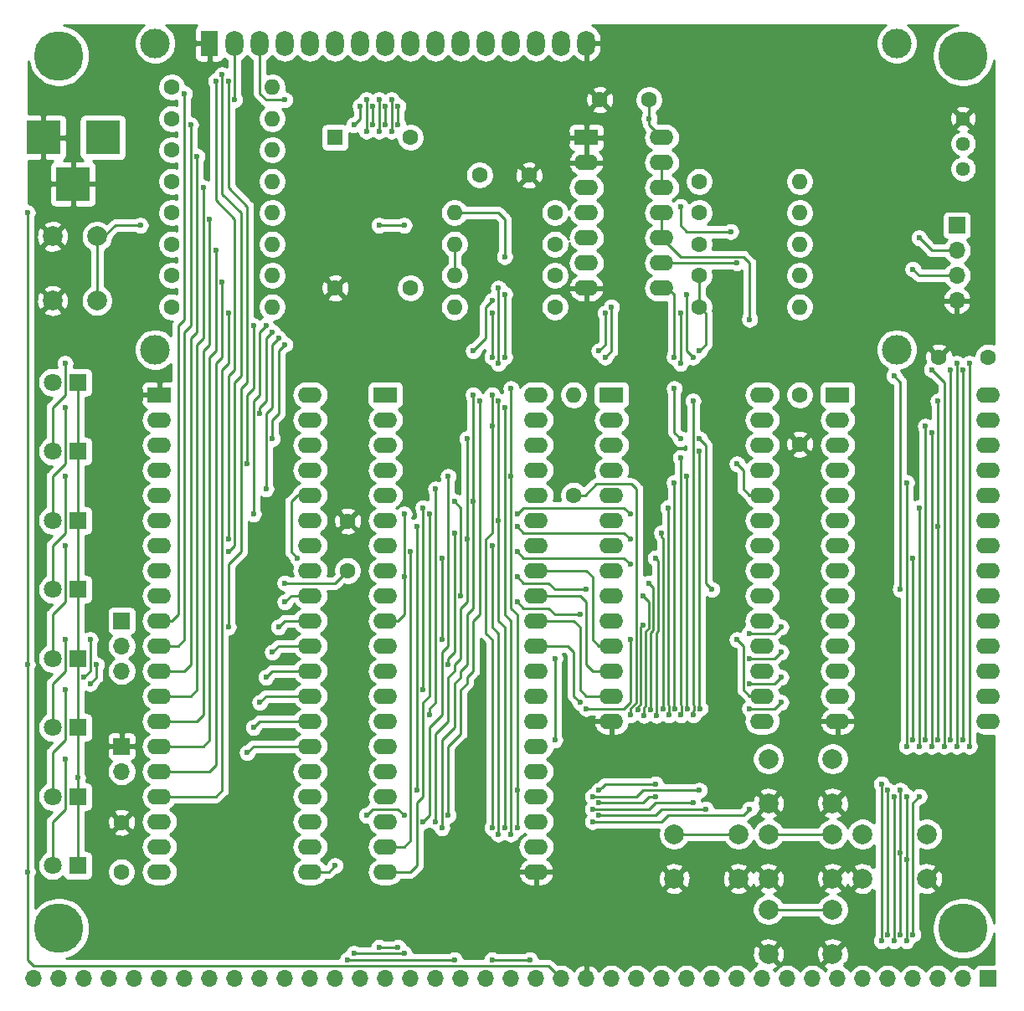
<source format=gbl>
G04 #@! TF.GenerationSoftware,KiCad,Pcbnew,(5.1.5)-3*
G04 #@! TF.CreationDate,2020-02-15T17:47:16+01:00*
G04 #@! TF.ProjectId,BE6502 SBC,42453635-3032-4205-9342-432e6b696361,rev?*
G04 #@! TF.SameCoordinates,Original*
G04 #@! TF.FileFunction,Copper,L2,Bot*
G04 #@! TF.FilePolarity,Positive*
%FSLAX46Y46*%
G04 Gerber Fmt 4.6, Leading zero omitted, Abs format (unit mm)*
G04 Created by KiCad (PCBNEW (5.1.5)-3) date 2020-02-15 17:47:16*
%MOMM*%
%LPD*%
G04 APERTURE LIST*
%ADD10R,1.700000X1.700000*%
%ADD11O,1.700000X1.700000*%
%ADD12R,3.500000X3.500000*%
%ADD13C,5.000000*%
%ADD14C,1.600000*%
%ADD15O,1.600000X1.600000*%
%ADD16R,1.600000X1.600000*%
%ADD17R,1.800000X1.800000*%
%ADD18C,1.800000*%
%ADD19C,1.440000*%
%ADD20C,2.000000*%
%ADD21R,2.400000X1.600000*%
%ADD22O,2.400000X1.600000*%
%ADD23R,1.800000X2.600000*%
%ADD24O,1.800000X2.600000*%
%ADD25C,3.000000*%
%ADD26C,0.600000*%
%ADD27C,0.250000*%
%ADD28C,0.254000*%
G04 APERTURE END LIST*
D10*
X198120000Y-145415000D03*
D11*
X195580000Y-145415000D03*
X193040000Y-145415000D03*
X190500000Y-145415000D03*
X187960000Y-145415000D03*
X185420000Y-145415000D03*
X182880000Y-145415000D03*
X180340000Y-145415000D03*
X177800000Y-145415000D03*
X175260000Y-145415000D03*
X172720000Y-145415000D03*
X170180000Y-145415000D03*
X167640000Y-145415000D03*
X165100000Y-145415000D03*
X162560000Y-145415000D03*
X160020000Y-145415000D03*
X157480000Y-145415000D03*
X154940000Y-145415000D03*
X152400000Y-145415000D03*
X149860000Y-145415000D03*
X147320000Y-145415000D03*
X144780000Y-145415000D03*
X142240000Y-145415000D03*
X139700000Y-145415000D03*
X137160000Y-145415000D03*
X134620000Y-145415000D03*
X132080000Y-145415000D03*
X129540000Y-145415000D03*
X127000000Y-145415000D03*
X124460000Y-145415000D03*
X121920000Y-145415000D03*
X119380000Y-145415000D03*
X116840000Y-145415000D03*
X114300000Y-145415000D03*
X111760000Y-145415000D03*
X109220000Y-145415000D03*
X106680000Y-145415000D03*
X104140000Y-145415000D03*
X101600000Y-145415000D03*
D12*
X108585000Y-60325000D03*
X102585000Y-60325000D03*
X105585000Y-65025000D03*
D13*
X104140000Y-140335000D03*
X195580000Y-140335000D03*
X195580000Y-52070000D03*
X104140000Y-52070000D03*
D14*
X133350000Y-104140000D03*
X133350000Y-99140000D03*
X179070000Y-86360000D03*
X179070000Y-91360000D03*
X198120000Y-82550000D03*
X193120000Y-82550000D03*
X110490000Y-134620000D03*
X110490000Y-129620000D03*
X163830000Y-56515000D03*
X158830000Y-56515000D03*
X146685000Y-64135000D03*
X151685000Y-64135000D03*
D10*
X110490000Y-121920000D03*
D11*
X110490000Y-124460000D03*
D14*
X154305000Y-77470000D03*
D15*
X144145000Y-77470000D03*
D14*
X154305000Y-74295000D03*
D15*
X144145000Y-74295000D03*
D14*
X154305000Y-71120000D03*
D15*
X144145000Y-71120000D03*
D14*
X168910000Y-77470000D03*
D15*
X179070000Y-77470000D03*
D14*
X168910000Y-64770000D03*
D15*
X179070000Y-64770000D03*
D14*
X168910000Y-67945000D03*
D15*
X179070000Y-67945000D03*
D14*
X115570000Y-55245000D03*
D15*
X125730000Y-55245000D03*
D14*
X115570000Y-58420000D03*
D15*
X125730000Y-58420000D03*
D14*
X115570000Y-61595000D03*
D15*
X125730000Y-61595000D03*
D16*
X132080000Y-60325000D03*
D14*
X139700000Y-60325000D03*
X139700000Y-75565000D03*
X132080000Y-75565000D03*
D17*
X106045000Y-85090000D03*
D18*
X103505000Y-85090000D03*
D17*
X106045000Y-92075000D03*
D18*
X103505000Y-92075000D03*
D17*
X106045000Y-99060000D03*
D18*
X103505000Y-99060000D03*
D17*
X106045000Y-106045000D03*
D18*
X103505000Y-106045000D03*
D17*
X106045000Y-113030000D03*
D18*
X103505000Y-113030000D03*
D17*
X106045000Y-120015000D03*
D18*
X103505000Y-120015000D03*
D17*
X106045000Y-127000000D03*
D18*
X103505000Y-127000000D03*
D17*
X106045000Y-133985000D03*
D18*
X103505000Y-133985000D03*
D10*
X110490000Y-109220000D03*
D11*
X110490000Y-111760000D03*
X110490000Y-114300000D03*
D14*
X154305000Y-67945000D03*
D15*
X144145000Y-67945000D03*
D14*
X168910000Y-71120000D03*
D15*
X179070000Y-71120000D03*
D14*
X168910000Y-74295000D03*
D15*
X179070000Y-74295000D03*
D14*
X115570000Y-64770000D03*
D15*
X125730000Y-64770000D03*
D14*
X115570000Y-67945000D03*
D15*
X125730000Y-67945000D03*
D14*
X115570000Y-71120000D03*
D15*
X125730000Y-71120000D03*
D14*
X115570000Y-74295000D03*
D15*
X125730000Y-74295000D03*
D14*
X115570000Y-77470000D03*
D15*
X125730000Y-77470000D03*
D19*
X195580000Y-58420000D03*
X195580000Y-60960000D03*
X195580000Y-63500000D03*
D20*
X108005000Y-76835000D03*
X103505000Y-76835000D03*
X108005000Y-70335000D03*
X103505000Y-70335000D03*
X175895000Y-135310000D03*
X175895000Y-130810000D03*
X182395000Y-135310000D03*
X182395000Y-130810000D03*
X175895000Y-127690000D03*
X175895000Y-123190000D03*
X182395000Y-127690000D03*
X182395000Y-123190000D03*
X175895000Y-142930000D03*
X175895000Y-138430000D03*
X182395000Y-142930000D03*
X182395000Y-138430000D03*
X166370000Y-135310000D03*
X166370000Y-130810000D03*
X172870000Y-135310000D03*
X172870000Y-130810000D03*
X185420000Y-135310000D03*
X185420000Y-130810000D03*
X191920000Y-135310000D03*
X191920000Y-130810000D03*
D21*
X137160000Y-86360000D03*
D22*
X152400000Y-134620000D03*
X137160000Y-88900000D03*
X152400000Y-132080000D03*
X137160000Y-91440000D03*
X152400000Y-129540000D03*
X137160000Y-93980000D03*
X152400000Y-127000000D03*
X137160000Y-96520000D03*
X152400000Y-124460000D03*
X137160000Y-99060000D03*
X152400000Y-121920000D03*
X137160000Y-101600000D03*
X152400000Y-119380000D03*
X137160000Y-104140000D03*
X152400000Y-116840000D03*
X137160000Y-106680000D03*
X152400000Y-114300000D03*
X137160000Y-109220000D03*
X152400000Y-111760000D03*
X137160000Y-111760000D03*
X152400000Y-109220000D03*
X137160000Y-114300000D03*
X152400000Y-106680000D03*
X137160000Y-116840000D03*
X152400000Y-104140000D03*
X137160000Y-119380000D03*
X152400000Y-101600000D03*
X137160000Y-121920000D03*
X152400000Y-99060000D03*
X137160000Y-124460000D03*
X152400000Y-96520000D03*
X137160000Y-127000000D03*
X152400000Y-93980000D03*
X137160000Y-129540000D03*
X152400000Y-91440000D03*
X137160000Y-132080000D03*
X152400000Y-88900000D03*
X137160000Y-134620000D03*
X152400000Y-86360000D03*
D21*
X160020000Y-86360000D03*
D22*
X175260000Y-119380000D03*
X160020000Y-88900000D03*
X175260000Y-116840000D03*
X160020000Y-91440000D03*
X175260000Y-114300000D03*
X160020000Y-93980000D03*
X175260000Y-111760000D03*
X160020000Y-96520000D03*
X175260000Y-109220000D03*
X160020000Y-99060000D03*
X175260000Y-106680000D03*
X160020000Y-101600000D03*
X175260000Y-104140000D03*
X160020000Y-104140000D03*
X175260000Y-101600000D03*
X160020000Y-106680000D03*
X175260000Y-99060000D03*
X160020000Y-109220000D03*
X175260000Y-96520000D03*
X160020000Y-111760000D03*
X175260000Y-93980000D03*
X160020000Y-114300000D03*
X175260000Y-91440000D03*
X160020000Y-116840000D03*
X175260000Y-88900000D03*
X160020000Y-119380000D03*
X175260000Y-86360000D03*
D21*
X182880000Y-86360000D03*
D22*
X198120000Y-119380000D03*
X182880000Y-88900000D03*
X198120000Y-116840000D03*
X182880000Y-91440000D03*
X198120000Y-114300000D03*
X182880000Y-93980000D03*
X198120000Y-111760000D03*
X182880000Y-96520000D03*
X198120000Y-109220000D03*
X182880000Y-99060000D03*
X198120000Y-106680000D03*
X182880000Y-101600000D03*
X198120000Y-104140000D03*
X182880000Y-104140000D03*
X198120000Y-101600000D03*
X182880000Y-106680000D03*
X198120000Y-99060000D03*
X182880000Y-109220000D03*
X198120000Y-96520000D03*
X182880000Y-111760000D03*
X198120000Y-93980000D03*
X182880000Y-114300000D03*
X198120000Y-91440000D03*
X182880000Y-116840000D03*
X198120000Y-88900000D03*
X182880000Y-119380000D03*
X198120000Y-86360000D03*
D21*
X114300000Y-86360000D03*
D22*
X129540000Y-134620000D03*
X114300000Y-88900000D03*
X129540000Y-132080000D03*
X114300000Y-91440000D03*
X129540000Y-129540000D03*
X114300000Y-93980000D03*
X129540000Y-127000000D03*
X114300000Y-96520000D03*
X129540000Y-124460000D03*
X114300000Y-99060000D03*
X129540000Y-121920000D03*
X114300000Y-101600000D03*
X129540000Y-119380000D03*
X114300000Y-104140000D03*
X129540000Y-116840000D03*
X114300000Y-106680000D03*
X129540000Y-114300000D03*
X114300000Y-109220000D03*
X129540000Y-111760000D03*
X114300000Y-111760000D03*
X129540000Y-109220000D03*
X114300000Y-114300000D03*
X129540000Y-106680000D03*
X114300000Y-116840000D03*
X129540000Y-104140000D03*
X114300000Y-119380000D03*
X129540000Y-101600000D03*
X114300000Y-121920000D03*
X129540000Y-99060000D03*
X114300000Y-124460000D03*
X129540000Y-96520000D03*
X114300000Y-127000000D03*
X129540000Y-93980000D03*
X114300000Y-129540000D03*
X129540000Y-91440000D03*
X114300000Y-132080000D03*
X129540000Y-88900000D03*
X114300000Y-134620000D03*
X129540000Y-86360000D03*
D21*
X157480000Y-60325000D03*
D22*
X165100000Y-75565000D03*
X157480000Y-62865000D03*
X165100000Y-73025000D03*
X157480000Y-65405000D03*
X165100000Y-70485000D03*
X157480000Y-67945000D03*
X165100000Y-67945000D03*
X157480000Y-70485000D03*
X165100000Y-65405000D03*
X157480000Y-73025000D03*
X165100000Y-62865000D03*
X157480000Y-75565000D03*
X165100000Y-60325000D03*
D23*
X119380000Y-50800000D03*
D24*
X121920000Y-50800000D03*
X124460000Y-50800000D03*
X127000000Y-50800000D03*
X129540000Y-50800000D03*
X132080000Y-50800000D03*
X134620000Y-50800000D03*
X137160000Y-50800000D03*
X139700000Y-50800000D03*
X142240000Y-50800000D03*
X144780000Y-50800000D03*
X147320000Y-50800000D03*
X149860000Y-50800000D03*
X152400000Y-50800000D03*
X154940000Y-50800000D03*
X157480000Y-50800000D03*
D25*
X113880900Y-50800000D03*
X113880900Y-81800700D03*
X188879480Y-81800700D03*
X188880000Y-50800000D03*
D10*
X194945000Y-69215000D03*
D11*
X194945000Y-71755000D03*
X194945000Y-74295000D03*
X194945000Y-76835000D03*
D15*
X156210000Y-86360000D03*
D14*
X156210000Y-96520000D03*
D26*
X184785000Y-102235000D03*
X163830000Y-58420000D03*
X127000000Y-105410000D03*
X100965000Y-134620000D03*
X100965000Y-113665000D03*
X100965000Y-67945000D03*
X121920000Y-56515000D03*
X168910000Y-81915000D03*
X168910000Y-126365000D03*
X167640000Y-76200000D03*
X168275000Y-86995000D03*
X168275000Y-82550000D03*
X168309505Y-118745000D03*
X158115000Y-127000000D03*
X167005000Y-78105000D03*
X191135000Y-127000000D03*
X193040000Y-99695000D03*
X193040000Y-121285000D03*
X190500000Y-140970000D03*
X193040000Y-86995000D03*
X140335000Y-99695000D03*
X140335000Y-126365000D03*
X150495000Y-99695000D03*
X161925000Y-100965000D03*
X167005000Y-83185000D03*
X169545000Y-128270000D03*
X189865000Y-133350000D03*
X168910000Y-92075000D03*
X189865000Y-127000000D03*
X192405000Y-90170000D03*
X192405000Y-121920000D03*
X189865000Y-141605000D03*
X168970007Y-118110000D03*
X158750000Y-128905000D03*
X173990000Y-128270000D03*
X189230000Y-132715000D03*
X189230000Y-126365000D03*
X191770000Y-121285000D03*
X191770000Y-89535000D03*
X189230000Y-140970000D03*
X158115000Y-129540000D03*
X141605000Y-98425000D03*
X188595000Y-141605000D03*
X188595000Y-127000000D03*
X191135000Y-97790000D03*
X191135000Y-121920000D03*
X150495000Y-98425000D03*
X161925000Y-98425000D03*
X187960000Y-140970000D03*
X190500000Y-102870000D03*
X190500000Y-121285000D03*
X187960000Y-126365000D03*
X139700000Y-102235000D03*
X150495000Y-102235000D03*
X161925000Y-103505000D03*
X140970000Y-129540000D03*
X143510000Y-94615000D03*
X172720000Y-93345000D03*
X187325000Y-141605000D03*
X189865000Y-95250000D03*
X189865000Y-121920000D03*
X187325000Y-125730000D03*
X168275000Y-127635000D03*
X167640000Y-94615000D03*
X167719996Y-118110000D03*
X158115000Y-128270000D03*
X164465000Y-127000000D03*
X167005000Y-92710000D03*
X167059494Y-118745000D03*
X158750000Y-127635000D03*
X164465000Y-125730000D03*
X166370000Y-95250000D03*
X166469984Y-118125855D03*
X158750000Y-126365000D03*
X142240000Y-95885000D03*
X165735000Y-97790000D03*
X141605000Y-118745000D03*
X165809483Y-118749242D03*
X140970000Y-97790000D03*
X165100000Y-100330000D03*
X140970000Y-116205000D03*
X165219972Y-118140118D03*
X143510000Y-113665000D03*
X144145000Y-100330000D03*
X164465000Y-102870000D03*
X164559471Y-118796796D03*
X163830000Y-105410000D03*
X142875000Y-102870000D03*
X142875000Y-111125000D03*
X128270000Y-102870000D03*
X163969960Y-118209188D03*
X139065000Y-98425000D03*
X163195000Y-106680000D03*
X157480000Y-106045000D03*
X150495000Y-104775000D03*
X139065000Y-104775000D03*
X163309459Y-118800143D03*
X144145000Y-97155000D03*
X144780000Y-106680000D03*
X156845000Y-108585000D03*
X150495000Y-107315000D03*
X173990000Y-110490000D03*
X177165000Y-109855000D03*
X163185010Y-109661949D03*
X162684449Y-118234449D03*
X146050000Y-86360000D03*
X147955000Y-76835000D03*
X146050000Y-81915000D03*
X146050000Y-97155000D03*
X142875000Y-130175000D03*
X132080000Y-133985000D03*
X144145000Y-143510000D03*
X133350000Y-143510000D03*
X148590000Y-83185000D03*
X148590000Y-75565000D03*
X148590000Y-86995000D03*
X149225000Y-130175000D03*
X148590000Y-99060000D03*
X145415000Y-90805000D03*
X142240000Y-129540000D03*
X145415000Y-100965000D03*
X139065000Y-142875000D03*
X133985000Y-142875000D03*
X147955000Y-78105000D03*
X147955000Y-82550000D03*
X147955000Y-86360000D03*
X147955000Y-89535000D03*
X147955000Y-130175000D03*
X136525000Y-142240000D03*
X147955000Y-101600000D03*
X148590000Y-130810000D03*
X138430000Y-142240000D03*
X173990000Y-113030000D03*
X177165000Y-112395000D03*
X177165000Y-114935000D03*
X173990000Y-115570000D03*
X127000000Y-107315000D03*
X173990000Y-118110000D03*
X177165000Y-117475000D03*
X126365000Y-109855000D03*
X156845000Y-117475000D03*
X125730000Y-112395000D03*
X172720000Y-111125000D03*
X125095000Y-114935000D03*
X124460000Y-117475000D03*
X157480000Y-118110000D03*
X161925000Y-111125000D03*
X123825000Y-120015000D03*
X154305000Y-121285000D03*
X154305000Y-113030000D03*
X123190000Y-122555000D03*
X136525000Y-59690000D03*
X136525000Y-56515000D03*
X119380000Y-68580000D03*
X137160000Y-57150000D03*
X137160000Y-59055000D03*
X120015000Y-71755000D03*
X121285000Y-102235000D03*
X120650000Y-53975000D03*
X137795000Y-56515000D03*
X137795000Y-59690000D03*
X120650000Y-74930000D03*
X120015000Y-54610000D03*
X121285000Y-100965000D03*
X138430000Y-59055000D03*
X138430000Y-57150000D03*
X121285000Y-78105000D03*
X123825000Y-98425000D03*
X125095000Y-79375000D03*
X195580000Y-83820000D03*
X195580000Y-121285000D03*
X135890000Y-59055000D03*
X135890000Y-57150000D03*
X118745000Y-65405000D03*
X126365000Y-80645000D03*
X125095000Y-95885000D03*
X194310000Y-83820000D03*
X194310000Y-121285000D03*
X135255000Y-56515000D03*
X135255000Y-59690000D03*
X118110000Y-62230000D03*
X123190000Y-93345000D03*
X123825000Y-79375000D03*
X196215000Y-121920000D03*
X196215000Y-83185000D03*
X134620000Y-57150000D03*
X133985000Y-59055000D03*
X117475000Y-59055000D03*
X127000000Y-81280000D03*
X125730000Y-90805000D03*
X193675000Y-121920000D03*
X192405000Y-83820000D03*
X116840000Y-55880000D03*
X125730000Y-80010000D03*
X124460000Y-88265000D03*
X194945000Y-121920000D03*
X194945000Y-83185000D03*
X149225000Y-72390000D03*
X149225000Y-76200000D03*
X149225000Y-82550000D03*
X149225000Y-87630000D03*
X149860000Y-130810000D03*
X139065000Y-69215000D03*
X136525000Y-69215000D03*
X112395000Y-69215000D03*
X106045000Y-125095000D03*
X104775000Y-83185000D03*
X104775000Y-87630000D03*
X104775000Y-94615000D03*
X104775000Y-101600000D03*
X104775000Y-111125000D03*
X106680000Y-114935000D03*
X104775000Y-116205000D03*
X107315000Y-111125000D03*
X107315000Y-115570000D03*
X107950000Y-113665000D03*
X104775000Y-123190000D03*
X172720000Y-73025000D03*
X190500000Y-73660000D03*
X149860000Y-85725000D03*
X159385000Y-82550000D03*
X160020000Y-77470000D03*
X150495000Y-126365000D03*
X150495000Y-130175000D03*
X149860000Y-94615000D03*
X121285000Y-109855000D03*
X121285000Y-54610000D03*
X127000000Y-56515000D03*
X166370000Y-85725000D03*
X168910000Y-90805000D03*
X167005000Y-90805000D03*
X166370000Y-82550000D03*
X170180000Y-106045000D03*
X188595000Y-84455000D03*
X189230000Y-106045000D03*
X173990000Y-78740000D03*
X143510000Y-128905000D03*
X146685000Y-86995000D03*
X135255000Y-128905000D03*
X139065000Y-128905000D03*
X159385000Y-78105000D03*
X158750000Y-81915000D03*
X172085000Y-69850000D03*
X191135000Y-70485000D03*
X167005000Y-67310000D03*
X161925000Y-118745000D03*
X151765000Y-143510000D03*
X147955000Y-143510000D03*
D27*
X144145000Y-74295000D02*
X144145000Y-71120000D01*
X163830000Y-58420000D02*
X163830000Y-59055000D01*
X163830000Y-59055000D02*
X165100000Y-60325000D01*
X163830000Y-58420000D02*
X163830000Y-56515000D01*
X168910000Y-77470000D02*
X168910000Y-74295000D01*
X127000000Y-105410000D02*
X132080000Y-105410000D01*
X133350000Y-104140000D02*
X132080000Y-105410000D01*
X100965000Y-113665000D02*
X100965000Y-134620000D01*
X100965000Y-134620000D02*
X100965000Y-143510000D01*
X100965000Y-143510000D02*
X101600000Y-144145000D01*
X101600000Y-144145000D02*
X153670000Y-144145000D01*
X153670000Y-144145000D02*
X154940000Y-145415000D01*
X100965000Y-67945000D02*
X100965000Y-113665000D01*
X121920000Y-56515000D02*
X121920000Y-50800000D01*
X168910000Y-81915000D02*
X169545000Y-81280000D01*
X169545000Y-81280000D02*
X169545000Y-78105000D01*
X169545000Y-78105000D02*
X168910000Y-77470000D01*
X167640000Y-81915000D02*
X168275000Y-82550000D01*
X167640000Y-76200000D02*
X167640000Y-81915000D01*
X165100000Y-65405000D02*
X165100000Y-62865000D01*
X168275000Y-117740002D02*
X168344997Y-117809999D01*
X168344997Y-118285244D02*
X168309505Y-118320736D01*
X168275000Y-86995000D02*
X168275000Y-117740002D01*
X168309505Y-118320736D02*
X168309505Y-118745000D01*
X168344997Y-117809999D02*
X168344997Y-118285244D01*
X163195000Y-126365000D02*
X162560000Y-127000000D01*
X158539264Y-127000000D02*
X158115000Y-127000000D01*
X162560000Y-127000000D02*
X158539264Y-127000000D01*
X168910000Y-126365000D02*
X163195000Y-126365000D01*
X190500000Y-127635000D02*
X191135000Y-127000000D01*
X193040000Y-121285000D02*
X193040000Y-99695000D01*
X190500000Y-127635000D02*
X190500000Y-133985000D01*
X190500000Y-133985000D02*
X190500000Y-140970000D01*
X193040000Y-99695000D02*
X193040000Y-86995000D01*
X140335000Y-100330000D02*
X140335000Y-99695000D01*
X151130000Y-100330000D02*
X150495000Y-99695000D01*
X161290000Y-100330000D02*
X151130000Y-100330000D01*
X161925000Y-100965000D02*
X161290000Y-100330000D01*
X140335000Y-100330000D02*
X140335000Y-126365000D01*
X167005000Y-78740000D02*
X167005000Y-78105000D01*
X167005000Y-78740000D02*
X167005000Y-81915000D01*
X167005000Y-81915000D02*
X167005000Y-83185000D01*
X192405000Y-121920000D02*
X192405000Y-90170000D01*
X189865000Y-127000000D02*
X189865000Y-132715000D01*
X189865000Y-141605000D02*
X189865000Y-133350000D01*
X189865000Y-133350000D02*
X189865000Y-132715000D01*
X168910000Y-92075000D02*
X168910000Y-118049993D01*
X168910000Y-118049993D02*
X168970007Y-118110000D01*
X164465000Y-128905000D02*
X159174264Y-128905000D01*
X165100000Y-128270000D02*
X164465000Y-128905000D01*
X159174264Y-128905000D02*
X158750000Y-128905000D01*
X169545000Y-128270000D02*
X165100000Y-128270000D01*
X189230000Y-127000000D02*
X189230000Y-131445000D01*
X191770000Y-121285000D02*
X191770000Y-89535000D01*
X189230000Y-131445000D02*
X189230000Y-132715000D01*
X189230000Y-132715000D02*
X189230000Y-140970000D01*
X189230000Y-127000000D02*
X189230000Y-126365000D01*
X158539264Y-129540000D02*
X158115000Y-129540000D01*
X173990000Y-128270000D02*
X173355000Y-128905000D01*
X165735000Y-128905000D02*
X165100000Y-129540000D01*
X165100000Y-129540000D02*
X158539264Y-129540000D01*
X173355000Y-128905000D02*
X165735000Y-128905000D01*
X141605000Y-98425000D02*
X141605000Y-99060000D01*
X188595000Y-141605000D02*
X188595000Y-128270000D01*
X188595000Y-127000000D02*
X188595000Y-128270000D01*
X191135000Y-121920000D02*
X191135000Y-97790000D01*
X140335000Y-127635000D02*
X140335000Y-133985000D01*
X140335000Y-133985000D02*
X139700000Y-134620000D01*
X139700000Y-134620000D02*
X137160000Y-134620000D01*
X141605000Y-100965000D02*
X141605000Y-116840000D01*
X141605000Y-99060000D02*
X141605000Y-100965000D01*
X140970000Y-127000000D02*
X140335000Y-127635000D01*
X140970000Y-117475000D02*
X140970000Y-127000000D01*
X141605000Y-116840000D02*
X140970000Y-117475000D01*
X151130000Y-97790000D02*
X150495000Y-98425000D01*
X161290000Y-97790000D02*
X151130000Y-97790000D01*
X161925000Y-98425000D02*
X161290000Y-97790000D01*
X187960000Y-127000000D02*
X187960000Y-126365000D01*
X187960000Y-128270000D02*
X187960000Y-127000000D01*
X187960000Y-140970000D02*
X187960000Y-128270000D01*
X190500000Y-121285000D02*
X190500000Y-102870000D01*
X139065000Y-132080000D02*
X137160000Y-132080000D01*
X139700000Y-102235000D02*
X139700000Y-131445000D01*
X139700000Y-131445000D02*
X139065000Y-132080000D01*
X151130000Y-102870000D02*
X150495000Y-102235000D01*
X161290000Y-102870000D02*
X151130000Y-102870000D01*
X161925000Y-103505000D02*
X161290000Y-102870000D01*
X141605000Y-128905000D02*
X140970000Y-129540000D01*
X143510000Y-94615000D02*
X143510000Y-110490000D01*
X141605000Y-128905000D02*
X141605000Y-120015000D01*
X141605000Y-120015000D02*
X142875000Y-118745000D01*
X142875000Y-118745000D02*
X142875000Y-112395000D01*
X142875000Y-112395000D02*
X143510000Y-111760000D01*
X143510000Y-111760000D02*
X143510000Y-110490000D01*
X173990000Y-96520000D02*
X175260000Y-96520000D01*
X173355000Y-95885000D02*
X173990000Y-96520000D01*
X173355000Y-93980000D02*
X173355000Y-95885000D01*
X172720000Y-93345000D02*
X173355000Y-93980000D01*
X187325000Y-126365000D02*
X187325000Y-125730000D01*
X187325000Y-141605000D02*
X187325000Y-128270000D01*
X187325000Y-126365000D02*
X187325000Y-128270000D01*
X189865000Y-121920000D02*
X189865000Y-95250000D01*
X167640000Y-118030004D02*
X167719996Y-118110000D01*
X167640000Y-94615000D02*
X167640000Y-118030004D01*
X158539264Y-128270000D02*
X158115000Y-128270000D01*
X164465000Y-127635000D02*
X163830000Y-128270000D01*
X168275000Y-127635000D02*
X164465000Y-127635000D01*
X163830000Y-128270000D02*
X158539264Y-128270000D01*
X167094986Y-118709508D02*
X167059494Y-118745000D01*
X167094986Y-117825853D02*
X167094986Y-118709508D01*
X167005000Y-117735867D02*
X167094986Y-117825853D01*
X167005000Y-92710000D02*
X167005000Y-117735867D01*
X163830000Y-127000000D02*
X163195000Y-127635000D01*
X163195000Y-127635000D02*
X159174264Y-127635000D01*
X159174264Y-127635000D02*
X158750000Y-127635000D01*
X164465000Y-127000000D02*
X163830000Y-127000000D01*
X166370000Y-95250000D02*
X166370000Y-118025871D01*
X166370000Y-118025871D02*
X166469984Y-118125855D01*
X159049999Y-126065001D02*
X158750000Y-126365000D01*
X164465000Y-125730000D02*
X159385000Y-125730000D01*
X159385000Y-125730000D02*
X159049999Y-126065001D01*
X142240000Y-95885000D02*
X142240000Y-96520000D01*
X142240000Y-96520000D02*
X142240000Y-117475000D01*
X142240000Y-117475000D02*
X141605000Y-118110000D01*
X141605000Y-118110000D02*
X141605000Y-118745000D01*
X165735000Y-97790000D02*
X165735000Y-117730142D01*
X165735000Y-117730142D02*
X165844974Y-117840116D01*
X165844974Y-118713751D02*
X165809483Y-118749242D01*
X165844974Y-117840116D02*
X165844974Y-118713751D01*
X140970000Y-97790000D02*
X140970000Y-98425000D01*
X140970000Y-98425000D02*
X140970000Y-116205000D01*
X165219972Y-100874236D02*
X165219972Y-117715854D01*
X165219972Y-117715854D02*
X165219972Y-118140118D01*
X165100000Y-100754264D02*
X165219972Y-100874236D01*
X165100000Y-100330000D02*
X165100000Y-100754264D01*
X144145000Y-100330000D02*
X144145000Y-111125000D01*
X143510000Y-113665000D02*
X143510000Y-113030000D01*
X143510000Y-113030000D02*
X144145000Y-112395000D01*
X144145000Y-112395000D02*
X144145000Y-111125000D01*
X164594962Y-110449823D02*
X164594962Y-118761305D01*
X164764999Y-110279786D02*
X164594962Y-110449823D01*
X164594962Y-118761305D02*
X164559471Y-118796796D01*
X164764999Y-103169999D02*
X164764999Y-110279786D01*
X164465000Y-102870000D02*
X164764999Y-103169999D01*
X142875000Y-102870000D02*
X142875000Y-111125000D01*
X129540000Y-96520000D02*
X128270000Y-96520000D01*
X127635000Y-97155000D02*
X128270000Y-96520000D01*
X127635000Y-102235000D02*
X127635000Y-97155000D01*
X127635000Y-102235000D02*
X128270000Y-102870000D01*
X164260023Y-110148351D02*
X163969960Y-110438414D01*
X163969960Y-117784924D02*
X163969960Y-118209188D01*
X163969960Y-110438414D02*
X163969960Y-117784924D01*
X164260023Y-105840023D02*
X164260023Y-110148351D01*
X163830000Y-105410000D02*
X164260023Y-105840023D01*
X139065000Y-104775000D02*
X139065000Y-98425000D01*
X154305000Y-106045000D02*
X153670000Y-105410000D01*
X157480000Y-106045000D02*
X154305000Y-106045000D01*
X138430000Y-109220000D02*
X137160000Y-109220000D01*
X153670000Y-105410000D02*
X151130000Y-105410000D01*
X151130000Y-105410000D02*
X150495000Y-104775000D01*
X139065000Y-104775000D02*
X139065000Y-108585000D01*
X139065000Y-108585000D02*
X138430000Y-109220000D01*
X163810012Y-107295012D02*
X163810012Y-109961951D01*
X163810012Y-109961951D02*
X163460022Y-110311941D01*
X163460022Y-110311941D02*
X163460022Y-117847800D01*
X163460022Y-117847800D02*
X163309451Y-117998371D01*
X163309451Y-118630549D02*
X163195000Y-118745000D01*
X163195000Y-118745000D02*
X163250143Y-118800143D01*
X163250143Y-118800143D02*
X163309459Y-118800143D01*
X163309451Y-117998371D02*
X163309451Y-118630549D01*
X163195000Y-106680000D02*
X163810012Y-107295012D01*
X144780000Y-97790000D02*
X144780000Y-106680000D01*
X144145000Y-97155000D02*
X144780000Y-97790000D01*
X154305000Y-108585000D02*
X153670000Y-107950000D01*
X156845000Y-108585000D02*
X154305000Y-108585000D01*
X151130000Y-107950000D02*
X153670000Y-107950000D01*
X150495000Y-107315000D02*
X151130000Y-107950000D01*
X176530000Y-110490000D02*
X177165000Y-109855000D01*
X173990000Y-110490000D02*
X176530000Y-110490000D01*
X163185010Y-109661949D02*
X163010011Y-109836948D01*
X163010011Y-109836948D02*
X163010011Y-117661400D01*
X162684449Y-117986962D02*
X162684449Y-118234449D01*
X163010011Y-117661400D02*
X162684449Y-117986962D01*
X146050000Y-97155000D02*
X146050000Y-86360000D01*
X147320000Y-77470000D02*
X147955000Y-76835000D01*
X147320000Y-80645000D02*
X147320000Y-77470000D01*
X146050000Y-81915000D02*
X147320000Y-80645000D01*
X146050000Y-107950000D02*
X146050000Y-97155000D01*
X145415000Y-108585000D02*
X146050000Y-107950000D01*
X145415000Y-113665000D02*
X145415000Y-108585000D01*
X144780000Y-114300000D02*
X145415000Y-113665000D01*
X144780000Y-114935000D02*
X144780000Y-114300000D01*
X144145000Y-115570000D02*
X144780000Y-114935000D01*
X144145000Y-120015000D02*
X144145000Y-115570000D01*
X142875000Y-121285000D02*
X144145000Y-120015000D01*
X142875000Y-130175000D02*
X142875000Y-121285000D01*
X131445000Y-134620000D02*
X129540000Y-134620000D01*
X132080000Y-133985000D02*
X131445000Y-134620000D01*
X133350000Y-143510000D02*
X144145000Y-143510000D01*
X148590000Y-83185000D02*
X148590000Y-75565000D01*
X148590000Y-86995000D02*
X148590000Y-99060000D01*
X149225000Y-109855000D02*
X149225000Y-130175000D01*
X148590000Y-109220000D02*
X149225000Y-109855000D01*
X148590000Y-99060000D02*
X148590000Y-109220000D01*
X145415000Y-90805000D02*
X145415000Y-92710000D01*
X145415000Y-92710000D02*
X145415000Y-100965000D01*
X145415000Y-107315000D02*
X145415000Y-100965000D01*
X144780000Y-107950000D02*
X145415000Y-107315000D01*
X144780000Y-113030000D02*
X144145000Y-113665000D01*
X143510000Y-114935000D02*
X144145000Y-114300000D01*
X143510000Y-119380000D02*
X143510000Y-114935000D01*
X142240000Y-120650000D02*
X143510000Y-119380000D01*
X142240000Y-129540000D02*
X142240000Y-120650000D01*
X144145000Y-113665000D02*
X144145000Y-114300000D01*
X144780000Y-113030000D02*
X144780000Y-107950000D01*
X133985000Y-142875000D02*
X139065000Y-142875000D01*
X147955000Y-82550000D02*
X147955000Y-78105000D01*
X147955000Y-89535000D02*
X147955000Y-86360000D01*
X147955000Y-98425000D02*
X147955000Y-89535000D01*
X147955000Y-100330000D02*
X147955000Y-98425000D01*
X147320000Y-100965000D02*
X147955000Y-100330000D01*
X147320000Y-110490000D02*
X147320000Y-100965000D01*
X147955000Y-111125000D02*
X147320000Y-110490000D01*
X147955000Y-130175000D02*
X147955000Y-111125000D01*
X136525000Y-142240000D02*
X138430000Y-142240000D01*
X147955000Y-101600000D02*
X147955000Y-109855000D01*
X147955000Y-109855000D02*
X148590000Y-110490000D01*
X148590000Y-110490000D02*
X148590000Y-130810000D01*
X152400000Y-104140000D02*
X157480000Y-104140000D01*
X158750000Y-111760000D02*
X160020000Y-111760000D01*
X158115000Y-111125000D02*
X158750000Y-111760000D01*
X158115000Y-104775000D02*
X158115000Y-111125000D01*
X157480000Y-104140000D02*
X158115000Y-104775000D01*
X173990000Y-113030000D02*
X176530000Y-113030000D01*
X176530000Y-113030000D02*
X177165000Y-112395000D01*
X176530000Y-115570000D02*
X177165000Y-114935000D01*
X173990000Y-115570000D02*
X176530000Y-115570000D01*
X152400000Y-106680000D02*
X156845000Y-106680000D01*
X156845000Y-106680000D02*
X157480000Y-107315000D01*
X157480000Y-107315000D02*
X157480000Y-113665000D01*
X157480000Y-113665000D02*
X158115000Y-114300000D01*
X158115000Y-114300000D02*
X160020000Y-114300000D01*
X127635000Y-106680000D02*
X129540000Y-106680000D01*
X127000000Y-107315000D02*
X127635000Y-106680000D01*
X152400000Y-109220000D02*
X156210000Y-109220000D01*
X157480000Y-116840000D02*
X160020000Y-116840000D01*
X156845000Y-116205000D02*
X157480000Y-116840000D01*
X156845000Y-109855000D02*
X156845000Y-116205000D01*
X156210000Y-109220000D02*
X156845000Y-109855000D01*
X173990000Y-118110000D02*
X176530000Y-118110000D01*
X176530000Y-118110000D02*
X177165000Y-117475000D01*
X129540000Y-109220000D02*
X127000000Y-109220000D01*
X127000000Y-109220000D02*
X126365000Y-109855000D01*
X156210000Y-116840000D02*
X156845000Y-117475000D01*
X152400000Y-111760000D02*
X155575000Y-111760000D01*
X156210000Y-112395000D02*
X156210000Y-116840000D01*
X155575000Y-111760000D02*
X156210000Y-112395000D01*
X126365000Y-111760000D02*
X129540000Y-111760000D01*
X125730000Y-112395000D02*
X126365000Y-111760000D01*
X173355000Y-111760000D02*
X173355000Y-113665000D01*
X172720000Y-111125000D02*
X173355000Y-111760000D01*
X173990000Y-116840000D02*
X175260000Y-116840000D01*
X173355000Y-116205000D02*
X173990000Y-116840000D01*
X173355000Y-113665000D02*
X173355000Y-116205000D01*
X129540000Y-114300000D02*
X125730000Y-114300000D01*
X125730000Y-114300000D02*
X125095000Y-114935000D01*
X125095000Y-116840000D02*
X129540000Y-116840000D01*
X124460000Y-117475000D02*
X125095000Y-116840000D01*
X124460000Y-119380000D02*
X123825000Y-120015000D01*
X129540000Y-119380000D02*
X124460000Y-119380000D01*
X161925000Y-111125000D02*
X161925000Y-117473590D01*
X161288590Y-118110000D02*
X157904264Y-118110000D01*
X161925000Y-117473590D02*
X161288590Y-118110000D01*
X157904264Y-118110000D02*
X157480000Y-118110000D01*
X154305000Y-113030000D02*
X154305000Y-121285000D01*
X129540000Y-121920000D02*
X123825000Y-121920000D01*
X123825000Y-121920000D02*
X123190000Y-122555000D01*
X136525000Y-59690000D02*
X136525000Y-56515000D01*
X118745000Y-82550000D02*
X118745000Y-81915000D01*
X114300000Y-119380000D02*
X118110000Y-119380000D01*
X118745000Y-118745000D02*
X118745000Y-114300000D01*
X118110000Y-119380000D02*
X118745000Y-118745000D01*
X118745000Y-82550000D02*
X118745000Y-114300000D01*
X119380000Y-81280000D02*
X119380000Y-68580000D01*
X118745000Y-81915000D02*
X119380000Y-81280000D01*
X137160000Y-59055000D02*
X137160000Y-57150000D01*
X119380000Y-83820000D02*
X119380000Y-82550000D01*
X114300000Y-121920000D02*
X118745000Y-121920000D01*
X119380000Y-121285000D02*
X119380000Y-118110000D01*
X118745000Y-121920000D02*
X119380000Y-121285000D01*
X119380000Y-83820000D02*
X119380000Y-118110000D01*
X120015000Y-81915000D02*
X120015000Y-71755000D01*
X119380000Y-82550000D02*
X120015000Y-81915000D01*
X121920000Y-101600000D02*
X121285000Y-102235000D01*
X122555000Y-78740000D02*
X122555000Y-84455000D01*
X120650000Y-66040000D02*
X122555000Y-67945000D01*
X122555000Y-67945000D02*
X122555000Y-78740000D01*
X120650000Y-53975000D02*
X120650000Y-59055000D01*
X120650000Y-59055000D02*
X120650000Y-66040000D01*
X121920000Y-85090000D02*
X121920000Y-101600000D01*
X122555000Y-84455000D02*
X121920000Y-85090000D01*
X137795000Y-59690000D02*
X137795000Y-56515000D01*
X120015000Y-85725000D02*
X120015000Y-83185000D01*
X114300000Y-124460000D02*
X119380000Y-124460000D01*
X120015000Y-123825000D02*
X120015000Y-118745000D01*
X119380000Y-124460000D02*
X120015000Y-123825000D01*
X120015000Y-85725000D02*
X120015000Y-118745000D01*
X120650000Y-82550000D02*
X120650000Y-74930000D01*
X120015000Y-83185000D02*
X120650000Y-82550000D01*
X121920000Y-79375000D02*
X121920000Y-83820000D01*
X120015000Y-54610000D02*
X120015000Y-66675000D01*
X120015000Y-66675000D02*
X121920000Y-68580000D01*
X121920000Y-68580000D02*
X121920000Y-79375000D01*
X121285000Y-84455000D02*
X121285000Y-100965000D01*
X121920000Y-83820000D02*
X121285000Y-84455000D01*
X138430000Y-59055000D02*
X138430000Y-57150000D01*
X120650000Y-86360000D02*
X120650000Y-83820000D01*
X114300000Y-127000000D02*
X120015000Y-127000000D01*
X120650000Y-126365000D02*
X120650000Y-119380000D01*
X120015000Y-127000000D02*
X120650000Y-126365000D01*
X120650000Y-86360000D02*
X120650000Y-119380000D01*
X121285000Y-83185000D02*
X121285000Y-78105000D01*
X120650000Y-83820000D02*
X121285000Y-83185000D01*
X123825000Y-86995000D02*
X123825000Y-98425000D01*
X124460000Y-86360000D02*
X123825000Y-86995000D01*
X124460000Y-80010000D02*
X124460000Y-86360000D01*
X125095000Y-79375000D02*
X124460000Y-80010000D01*
X195580000Y-84455000D02*
X195580000Y-83820000D01*
X195580000Y-87630000D02*
X195580000Y-84455000D01*
X195580000Y-121285000D02*
X195580000Y-120015000D01*
X195580000Y-87630000D02*
X195580000Y-120015000D01*
X135890000Y-57150000D02*
X135890000Y-59055000D01*
X117475000Y-116840000D02*
X114300000Y-116840000D01*
X118110000Y-116205000D02*
X118110000Y-109220000D01*
X117475000Y-116840000D02*
X118110000Y-116205000D01*
X118110000Y-81280000D02*
X118110000Y-109220000D01*
X118745000Y-80645000D02*
X118110000Y-81280000D01*
X118745000Y-65405000D02*
X118745000Y-80645000D01*
X166370000Y-130810000D02*
X172870000Y-130810000D01*
X125095000Y-92075000D02*
X125095000Y-95885000D01*
X125730000Y-87630000D02*
X125095000Y-88265000D01*
X125095000Y-88265000D02*
X125095000Y-92075000D01*
X125730000Y-81280000D02*
X125730000Y-83820000D01*
X126365000Y-80645000D02*
X125730000Y-81280000D01*
X125730000Y-83820000D02*
X125730000Y-87630000D01*
X194310000Y-86995000D02*
X194310000Y-83820000D01*
X194310000Y-119380000D02*
X194310000Y-86995000D01*
X194310000Y-121285000D02*
X194310000Y-119380000D01*
X135255000Y-59690000D02*
X135255000Y-56515000D01*
X117475000Y-108585000D02*
X117475000Y-80645000D01*
X116840000Y-114300000D02*
X117475000Y-113665000D01*
X117475000Y-113665000D02*
X117475000Y-108585000D01*
X114300000Y-114300000D02*
X116840000Y-114300000D01*
X118110000Y-80010000D02*
X118110000Y-62230000D01*
X117475000Y-80645000D02*
X118110000Y-80010000D01*
X175895000Y-138430000D02*
X182395000Y-138430000D01*
X123190000Y-93345000D02*
X123190000Y-86360000D01*
X123190000Y-86360000D02*
X123825000Y-85725000D01*
X123825000Y-85725000D02*
X123825000Y-79375000D01*
X196215000Y-88265000D02*
X196215000Y-118745000D01*
X196215000Y-121285000D02*
X196215000Y-118745000D01*
X196215000Y-88265000D02*
X196215000Y-85090000D01*
X196215000Y-121285000D02*
X196215000Y-121920000D01*
X196215000Y-85090000D02*
X196215000Y-83185000D01*
X134620000Y-58420000D02*
X134620000Y-57150000D01*
X133985000Y-59055000D02*
X134620000Y-58420000D01*
X116840000Y-107315000D02*
X116840000Y-80010000D01*
X116205000Y-111760000D02*
X116840000Y-111125000D01*
X116840000Y-111125000D02*
X116840000Y-107315000D01*
X114300000Y-111760000D02*
X116205000Y-111760000D01*
X117475000Y-79375000D02*
X117475000Y-59055000D01*
X116840000Y-80010000D02*
X117475000Y-79375000D01*
X127000000Y-81280000D02*
X126365000Y-81915000D01*
X126365000Y-81915000D02*
X126365000Y-85090000D01*
X126365000Y-88265000D02*
X126365000Y-85090000D01*
X125730000Y-88900000D02*
X126365000Y-88265000D01*
X125730000Y-90805000D02*
X125730000Y-88900000D01*
X193675000Y-86995000D02*
X193675000Y-85090000D01*
X193675000Y-86995000D02*
X193675000Y-118745000D01*
X193675000Y-121920000D02*
X193675000Y-118745000D01*
X193675000Y-85090000D02*
X192405000Y-83820000D01*
X115570000Y-109220000D02*
X116205000Y-108585000D01*
X116205000Y-108585000D02*
X116205000Y-79375000D01*
X116205000Y-79375000D02*
X116840000Y-78740000D01*
X116840000Y-78740000D02*
X116840000Y-55880000D01*
X115570000Y-109220000D02*
X114300000Y-109220000D01*
X175895000Y-130810000D02*
X182395000Y-130810000D01*
X124460000Y-87630000D02*
X124460000Y-88265000D01*
X125095000Y-86995000D02*
X124460000Y-87630000D01*
X125095000Y-80645000D02*
X125095000Y-83185000D01*
X125730000Y-80010000D02*
X125095000Y-80645000D01*
X125095000Y-83185000D02*
X125095000Y-86995000D01*
X194945000Y-86995000D02*
X194945000Y-119380000D01*
X194945000Y-121920000D02*
X194945000Y-119380000D01*
X194945000Y-86995000D02*
X194945000Y-83820000D01*
X194945000Y-83820000D02*
X194945000Y-83185000D01*
X148590000Y-67945000D02*
X144145000Y-67945000D01*
X149225000Y-68580000D02*
X148590000Y-67945000D01*
X149225000Y-72390000D02*
X149225000Y-68580000D01*
X149225000Y-82550000D02*
X149225000Y-76200000D01*
X149225000Y-93980000D02*
X149225000Y-87630000D01*
X149225000Y-108585000D02*
X149225000Y-93980000D01*
X149860000Y-109220000D02*
X149225000Y-108585000D01*
X149860000Y-130810000D02*
X149860000Y-109220000D01*
X108005000Y-70335000D02*
X108735000Y-70335000D01*
X108735000Y-70335000D02*
X109855000Y-69215000D01*
X136525000Y-69215000D02*
X139065000Y-69215000D01*
X109855000Y-69215000D02*
X112395000Y-69215000D01*
X108005000Y-76835000D02*
X108005000Y-70335000D01*
X106045000Y-92075000D02*
X106045000Y-85090000D01*
X106045000Y-99060000D02*
X106045000Y-92075000D01*
X106045000Y-106045000D02*
X106045000Y-99060000D01*
X106045000Y-113030000D02*
X106045000Y-106045000D01*
X106045000Y-120015000D02*
X106045000Y-113030000D01*
X106045000Y-127000000D02*
X106045000Y-125095000D01*
X106045000Y-125095000D02*
X106045000Y-120015000D01*
X106045000Y-133985000D02*
X106045000Y-127000000D01*
X103505000Y-92075000D02*
X103505000Y-87630000D01*
X104775000Y-86360000D02*
X104775000Y-83185000D01*
X103505000Y-87630000D02*
X104775000Y-86360000D01*
X103505000Y-99060000D02*
X103505000Y-94615000D01*
X103505000Y-94615000D02*
X104775000Y-93345000D01*
X104775000Y-93345000D02*
X104775000Y-87630000D01*
X103505000Y-106045000D02*
X103505000Y-101600000D01*
X104775000Y-100330000D02*
X104775000Y-94615000D01*
X103505000Y-101600000D02*
X104775000Y-100330000D01*
X103505000Y-113030000D02*
X103505000Y-108585000D01*
X104775000Y-107315000D02*
X104775000Y-101600000D01*
X103505000Y-108585000D02*
X104775000Y-107315000D01*
X103505000Y-120015000D02*
X103505000Y-115570000D01*
X104775000Y-111125000D02*
X104775000Y-114300000D01*
X104775000Y-114300000D02*
X103505000Y-115570000D01*
X107315000Y-114300000D02*
X106680000Y-114935000D01*
X103505000Y-122555000D02*
X103505000Y-127000000D01*
X104775000Y-121285000D02*
X103505000Y-122555000D01*
X104775000Y-116205000D02*
X104775000Y-121285000D01*
X107315000Y-111125000D02*
X107315000Y-114300000D01*
X107315000Y-115570000D02*
X107950000Y-114935000D01*
X103505000Y-133985000D02*
X103505000Y-129540000D01*
X107950000Y-114935000D02*
X107950000Y-113665000D01*
X104775000Y-128270000D02*
X104775000Y-123190000D01*
X103505000Y-129540000D02*
X104775000Y-128270000D01*
X165100000Y-73025000D02*
X172720000Y-73025000D01*
X191135000Y-74295000D02*
X194945000Y-74295000D01*
X190500000Y-73660000D02*
X191135000Y-74295000D01*
X149860000Y-85725000D02*
X149860000Y-94615000D01*
X160020000Y-81915000D02*
X159385000Y-82550000D01*
X160020000Y-77470000D02*
X160020000Y-81915000D01*
X150495000Y-126365000D02*
X150495000Y-125095000D01*
X150495000Y-130175000D02*
X150495000Y-126365000D01*
X150495000Y-125095000D02*
X150495000Y-108585000D01*
X150495000Y-108585000D02*
X149860000Y-107950000D01*
X149860000Y-107950000D02*
X149860000Y-95250000D01*
X149860000Y-95250000D02*
X149860000Y-94615000D01*
X122555000Y-102235000D02*
X121285000Y-103505000D01*
X121285000Y-103505000D02*
X121285000Y-109855000D01*
X123190000Y-78105000D02*
X123190000Y-85090000D01*
X121285000Y-65405000D02*
X123190000Y-67310000D01*
X123190000Y-67310000D02*
X123190000Y-78105000D01*
X121285000Y-54610000D02*
X121285000Y-60960000D01*
X121285000Y-60960000D02*
X121285000Y-65405000D01*
X122555000Y-85725000D02*
X122555000Y-102235000D01*
X123190000Y-85090000D02*
X122555000Y-85725000D01*
X124460000Y-53975000D02*
X124460000Y-55880000D01*
X125095000Y-56515000D02*
X124460000Y-55880000D01*
X125095000Y-56515000D02*
X127000000Y-56515000D01*
X124460000Y-53975000D02*
X124460000Y-50800000D01*
X166370000Y-82550000D02*
X166370000Y-76200000D01*
X169545000Y-91440000D02*
X168910000Y-90805000D01*
X167005000Y-90805000D02*
X166370000Y-90170000D01*
X166370000Y-90170000D02*
X166370000Y-85725000D01*
X170180000Y-106045000D02*
X169545000Y-105410000D01*
X169545000Y-105410000D02*
X169545000Y-91440000D01*
X166370000Y-76200000D02*
X165735000Y-75565000D01*
X165735000Y-75565000D02*
X165100000Y-75565000D01*
X189230000Y-85725000D02*
X189230000Y-85090000D01*
X189230000Y-85090000D02*
X188595000Y-84455000D01*
X189230000Y-103505000D02*
X189230000Y-106045000D01*
X167005000Y-72390000D02*
X173355000Y-72390000D01*
X173355000Y-72390000D02*
X173990000Y-73025000D01*
X173990000Y-73025000D02*
X173990000Y-78740000D01*
X167005000Y-72390000D02*
X165100000Y-70485000D01*
X189230000Y-103505000D02*
X189230000Y-85725000D01*
X165100000Y-70485000D02*
X165100000Y-67945000D01*
X143510000Y-128905000D02*
X143510000Y-121920000D01*
X143510000Y-121920000D02*
X144780000Y-120650000D01*
X144780000Y-120650000D02*
X144780000Y-116205000D01*
X144780000Y-116205000D02*
X145415000Y-115570000D01*
X145415000Y-115570000D02*
X145415000Y-114935000D01*
X145415000Y-114935000D02*
X146050000Y-114300000D01*
X146050000Y-114300000D02*
X146050000Y-109220000D01*
X146050000Y-109220000D02*
X146685000Y-108585000D01*
X146685000Y-108585000D02*
X146685000Y-86995000D01*
X138430000Y-128270000D02*
X139065000Y-128905000D01*
X135255000Y-128905000D02*
X135890000Y-128270000D01*
X135890000Y-128270000D02*
X138430000Y-128270000D01*
X159385000Y-81280000D02*
X159385000Y-78105000D01*
X158750000Y-81915000D02*
X159385000Y-81280000D01*
X170180000Y-69850000D02*
X167640000Y-69850000D01*
X172085000Y-69850000D02*
X170180000Y-69850000D01*
X194945000Y-71755000D02*
X192405000Y-71755000D01*
X192405000Y-71755000D02*
X191135000Y-70485000D01*
X167005000Y-69215000D02*
X167005000Y-67310000D01*
X167640000Y-69850000D02*
X167005000Y-69215000D01*
X158466380Y-95394990D02*
X162069990Y-95394990D01*
X156210000Y-96520000D02*
X157341370Y-96520000D01*
X157341370Y-96520000D02*
X158466380Y-95394990D01*
X162069990Y-95394990D02*
X162560000Y-95885000D01*
X162560000Y-95885000D02*
X162560000Y-107950000D01*
X162560000Y-107950000D02*
X162560000Y-117475000D01*
X162560000Y-117475000D02*
X161925000Y-118110000D01*
X161925000Y-118110000D02*
X161925000Y-118745000D01*
X151765000Y-143510000D02*
X147955000Y-143510000D01*
D28*
G36*
X112519917Y-49141637D02*
G01*
X112222537Y-49439017D01*
X111988888Y-49788698D01*
X111827947Y-50177244D01*
X111745900Y-50589721D01*
X111745900Y-51010279D01*
X111827947Y-51422756D01*
X111988888Y-51811302D01*
X112222537Y-52160983D01*
X112519917Y-52458363D01*
X112869598Y-52692012D01*
X113258144Y-52852953D01*
X113670621Y-52935000D01*
X114091179Y-52935000D01*
X114503656Y-52852953D01*
X114892202Y-52692012D01*
X115241883Y-52458363D01*
X115539263Y-52160983D01*
X115580010Y-52100000D01*
X117841928Y-52100000D01*
X117854188Y-52224482D01*
X117890498Y-52344180D01*
X117949463Y-52454494D01*
X118028815Y-52551185D01*
X118125506Y-52630537D01*
X118235820Y-52689502D01*
X118355518Y-52725812D01*
X118480000Y-52738072D01*
X119094250Y-52735000D01*
X119253000Y-52576250D01*
X119253000Y-50927000D01*
X118003750Y-50927000D01*
X117845000Y-51085750D01*
X117841928Y-52100000D01*
X115580010Y-52100000D01*
X115772912Y-51811302D01*
X115933853Y-51422756D01*
X116015900Y-51010279D01*
X116015900Y-50589721D01*
X115933853Y-50177244D01*
X115772912Y-49788698D01*
X115539263Y-49439017D01*
X115241883Y-49141637D01*
X114985010Y-48970000D01*
X118124852Y-48970000D01*
X118028815Y-49048815D01*
X117949463Y-49145506D01*
X117890498Y-49255820D01*
X117854188Y-49375518D01*
X117841928Y-49500000D01*
X117845000Y-50514250D01*
X118003750Y-50673000D01*
X119253000Y-50673000D01*
X119253000Y-50653000D01*
X119507000Y-50653000D01*
X119507000Y-50673000D01*
X119527000Y-50673000D01*
X119527000Y-50927000D01*
X119507000Y-50927000D01*
X119507000Y-52576250D01*
X119665750Y-52735000D01*
X120280000Y-52738072D01*
X120404482Y-52725812D01*
X120524180Y-52689502D01*
X120634494Y-52630537D01*
X120731185Y-52551185D01*
X120810537Y-52454494D01*
X120869502Y-52344180D01*
X120874495Y-52327720D01*
X121063074Y-52482481D01*
X121160001Y-52534289D01*
X121160001Y-53191256D01*
X121092889Y-53146414D01*
X120922729Y-53075932D01*
X120742089Y-53040000D01*
X120557911Y-53040000D01*
X120377271Y-53075932D01*
X120207111Y-53146414D01*
X120053972Y-53248738D01*
X119923738Y-53378972D01*
X119821414Y-53532111D01*
X119750932Y-53702271D01*
X119749495Y-53709495D01*
X119742271Y-53710932D01*
X119572111Y-53781414D01*
X119418972Y-53883738D01*
X119288738Y-54013972D01*
X119186414Y-54167111D01*
X119115932Y-54337271D01*
X119080000Y-54517911D01*
X119080000Y-54702089D01*
X119115932Y-54882729D01*
X119186414Y-55052889D01*
X119255000Y-55155535D01*
X119255001Y-64621257D01*
X119187889Y-64576414D01*
X119017729Y-64505932D01*
X118870000Y-64476546D01*
X118870000Y-62775535D01*
X118938586Y-62672889D01*
X119009068Y-62502729D01*
X119045000Y-62322089D01*
X119045000Y-62137911D01*
X119009068Y-61957271D01*
X118938586Y-61787111D01*
X118836262Y-61633972D01*
X118706028Y-61503738D01*
X118552889Y-61401414D01*
X118382729Y-61330932D01*
X118235000Y-61301546D01*
X118235000Y-59600535D01*
X118303586Y-59497889D01*
X118374068Y-59327729D01*
X118410000Y-59147089D01*
X118410000Y-58962911D01*
X118374068Y-58782271D01*
X118303586Y-58612111D01*
X118201262Y-58458972D01*
X118071028Y-58328738D01*
X117917889Y-58226414D01*
X117747729Y-58155932D01*
X117600000Y-58126546D01*
X117600000Y-56425535D01*
X117668586Y-56322889D01*
X117739068Y-56152729D01*
X117775000Y-55972089D01*
X117775000Y-55787911D01*
X117739068Y-55607271D01*
X117668586Y-55437111D01*
X117566262Y-55283972D01*
X117436028Y-55153738D01*
X117282889Y-55051414D01*
X117112729Y-54980932D01*
X116975143Y-54953564D01*
X116949853Y-54826426D01*
X116841680Y-54565273D01*
X116684637Y-54330241D01*
X116484759Y-54130363D01*
X116249727Y-53973320D01*
X115988574Y-53865147D01*
X115711335Y-53810000D01*
X115428665Y-53810000D01*
X115151426Y-53865147D01*
X114890273Y-53973320D01*
X114655241Y-54130363D01*
X114455363Y-54330241D01*
X114298320Y-54565273D01*
X114190147Y-54826426D01*
X114135000Y-55103665D01*
X114135000Y-55386335D01*
X114190147Y-55663574D01*
X114298320Y-55924727D01*
X114455363Y-56159759D01*
X114655241Y-56359637D01*
X114890273Y-56516680D01*
X115151426Y-56624853D01*
X115428665Y-56680000D01*
X115711335Y-56680000D01*
X115988574Y-56624853D01*
X116080001Y-56586983D01*
X116080001Y-57078017D01*
X115988574Y-57040147D01*
X115711335Y-56985000D01*
X115428665Y-56985000D01*
X115151426Y-57040147D01*
X114890273Y-57148320D01*
X114655241Y-57305363D01*
X114455363Y-57505241D01*
X114298320Y-57740273D01*
X114190147Y-58001426D01*
X114135000Y-58278665D01*
X114135000Y-58561335D01*
X114190147Y-58838574D01*
X114298320Y-59099727D01*
X114455363Y-59334759D01*
X114655241Y-59534637D01*
X114890273Y-59691680D01*
X115151426Y-59799853D01*
X115428665Y-59855000D01*
X115711335Y-59855000D01*
X115988574Y-59799853D01*
X116080001Y-59761983D01*
X116080001Y-60253017D01*
X115988574Y-60215147D01*
X115711335Y-60160000D01*
X115428665Y-60160000D01*
X115151426Y-60215147D01*
X114890273Y-60323320D01*
X114655241Y-60480363D01*
X114455363Y-60680241D01*
X114298320Y-60915273D01*
X114190147Y-61176426D01*
X114135000Y-61453665D01*
X114135000Y-61736335D01*
X114190147Y-62013574D01*
X114298320Y-62274727D01*
X114455363Y-62509759D01*
X114655241Y-62709637D01*
X114890273Y-62866680D01*
X115151426Y-62974853D01*
X115428665Y-63030000D01*
X115711335Y-63030000D01*
X115988574Y-62974853D01*
X116080001Y-62936983D01*
X116080001Y-63428017D01*
X115988574Y-63390147D01*
X115711335Y-63335000D01*
X115428665Y-63335000D01*
X115151426Y-63390147D01*
X114890273Y-63498320D01*
X114655241Y-63655363D01*
X114455363Y-63855241D01*
X114298320Y-64090273D01*
X114190147Y-64351426D01*
X114135000Y-64628665D01*
X114135000Y-64911335D01*
X114190147Y-65188574D01*
X114298320Y-65449727D01*
X114455363Y-65684759D01*
X114655241Y-65884637D01*
X114890273Y-66041680D01*
X115151426Y-66149853D01*
X115428665Y-66205000D01*
X115711335Y-66205000D01*
X115988574Y-66149853D01*
X116080001Y-66111983D01*
X116080001Y-66603017D01*
X115988574Y-66565147D01*
X115711335Y-66510000D01*
X115428665Y-66510000D01*
X115151426Y-66565147D01*
X114890273Y-66673320D01*
X114655241Y-66830363D01*
X114455363Y-67030241D01*
X114298320Y-67265273D01*
X114190147Y-67526426D01*
X114135000Y-67803665D01*
X114135000Y-68086335D01*
X114190147Y-68363574D01*
X114298320Y-68624727D01*
X114455363Y-68859759D01*
X114655241Y-69059637D01*
X114890273Y-69216680D01*
X115151426Y-69324853D01*
X115428665Y-69380000D01*
X115711335Y-69380000D01*
X115988574Y-69324853D01*
X116080000Y-69286983D01*
X116080000Y-69778017D01*
X115988574Y-69740147D01*
X115711335Y-69685000D01*
X115428665Y-69685000D01*
X115151426Y-69740147D01*
X114890273Y-69848320D01*
X114655241Y-70005363D01*
X114455363Y-70205241D01*
X114298320Y-70440273D01*
X114190147Y-70701426D01*
X114135000Y-70978665D01*
X114135000Y-71261335D01*
X114190147Y-71538574D01*
X114298320Y-71799727D01*
X114455363Y-72034759D01*
X114655241Y-72234637D01*
X114890273Y-72391680D01*
X115151426Y-72499853D01*
X115428665Y-72555000D01*
X115711335Y-72555000D01*
X115988574Y-72499853D01*
X116080000Y-72461983D01*
X116080000Y-72953017D01*
X115988574Y-72915147D01*
X115711335Y-72860000D01*
X115428665Y-72860000D01*
X115151426Y-72915147D01*
X114890273Y-73023320D01*
X114655241Y-73180363D01*
X114455363Y-73380241D01*
X114298320Y-73615273D01*
X114190147Y-73876426D01*
X114135000Y-74153665D01*
X114135000Y-74436335D01*
X114190147Y-74713574D01*
X114298320Y-74974727D01*
X114455363Y-75209759D01*
X114655241Y-75409637D01*
X114890273Y-75566680D01*
X115151426Y-75674853D01*
X115428665Y-75730000D01*
X115711335Y-75730000D01*
X115988574Y-75674853D01*
X116080000Y-75636983D01*
X116080000Y-76128017D01*
X115988574Y-76090147D01*
X115711335Y-76035000D01*
X115428665Y-76035000D01*
X115151426Y-76090147D01*
X114890273Y-76198320D01*
X114655241Y-76355363D01*
X114455363Y-76555241D01*
X114298320Y-76790273D01*
X114190147Y-77051426D01*
X114135000Y-77328665D01*
X114135000Y-77611335D01*
X114190147Y-77888574D01*
X114298320Y-78149727D01*
X114455363Y-78384759D01*
X114655241Y-78584637D01*
X114890273Y-78741680D01*
X115151426Y-78849853D01*
X115428665Y-78905000D01*
X115607551Y-78905000D01*
X115570026Y-78950724D01*
X115499454Y-79082754D01*
X115493534Y-79102271D01*
X115455998Y-79226014D01*
X115450681Y-79280001D01*
X115441324Y-79375000D01*
X115445001Y-79412332D01*
X115445001Y-80345455D01*
X115241883Y-80142337D01*
X114892202Y-79908688D01*
X114503656Y-79747747D01*
X114091179Y-79665700D01*
X113670621Y-79665700D01*
X113258144Y-79747747D01*
X112869598Y-79908688D01*
X112519917Y-80142337D01*
X112222537Y-80439717D01*
X111988888Y-80789398D01*
X111827947Y-81177944D01*
X111745900Y-81590421D01*
X111745900Y-82010979D01*
X111827947Y-82423456D01*
X111988888Y-82812002D01*
X112222537Y-83161683D01*
X112519917Y-83459063D01*
X112869598Y-83692712D01*
X113258144Y-83853653D01*
X113670621Y-83935700D01*
X114091179Y-83935700D01*
X114503656Y-83853653D01*
X114892202Y-83692712D01*
X115241883Y-83459063D01*
X115445001Y-83255945D01*
X115445001Y-84922113D01*
X114585750Y-84925000D01*
X114427000Y-85083750D01*
X114427000Y-86233000D01*
X114447000Y-86233000D01*
X114447000Y-86487000D01*
X114427000Y-86487000D01*
X114427000Y-86507000D01*
X114173000Y-86507000D01*
X114173000Y-86487000D01*
X112623750Y-86487000D01*
X112465000Y-86645750D01*
X112461928Y-87160000D01*
X112474188Y-87284482D01*
X112510498Y-87404180D01*
X112569463Y-87514494D01*
X112648815Y-87611185D01*
X112745506Y-87690537D01*
X112855820Y-87749502D01*
X112975518Y-87785812D01*
X112993482Y-87787581D01*
X112880392Y-87880392D01*
X112701068Y-88098899D01*
X112567818Y-88348192D01*
X112485764Y-88618691D01*
X112458057Y-88900000D01*
X112485764Y-89181309D01*
X112567818Y-89451808D01*
X112701068Y-89701101D01*
X112880392Y-89919608D01*
X113098899Y-90098932D01*
X113231858Y-90170000D01*
X113098899Y-90241068D01*
X112880392Y-90420392D01*
X112701068Y-90638899D01*
X112567818Y-90888192D01*
X112485764Y-91158691D01*
X112458057Y-91440000D01*
X112485764Y-91721309D01*
X112567818Y-91991808D01*
X112701068Y-92241101D01*
X112880392Y-92459608D01*
X113098899Y-92638932D01*
X113231858Y-92710000D01*
X113098899Y-92781068D01*
X112880392Y-92960392D01*
X112701068Y-93178899D01*
X112567818Y-93428192D01*
X112485764Y-93698691D01*
X112458057Y-93980000D01*
X112485764Y-94261309D01*
X112567818Y-94531808D01*
X112701068Y-94781101D01*
X112880392Y-94999608D01*
X113098899Y-95178932D01*
X113231858Y-95250000D01*
X113098899Y-95321068D01*
X112880392Y-95500392D01*
X112701068Y-95718899D01*
X112567818Y-95968192D01*
X112485764Y-96238691D01*
X112458057Y-96520000D01*
X112485764Y-96801309D01*
X112567818Y-97071808D01*
X112701068Y-97321101D01*
X112880392Y-97539608D01*
X113098899Y-97718932D01*
X113231858Y-97790000D01*
X113098899Y-97861068D01*
X112880392Y-98040392D01*
X112701068Y-98258899D01*
X112567818Y-98508192D01*
X112485764Y-98778691D01*
X112458057Y-99060000D01*
X112485764Y-99341309D01*
X112567818Y-99611808D01*
X112701068Y-99861101D01*
X112880392Y-100079608D01*
X113098899Y-100258932D01*
X113231858Y-100330000D01*
X113098899Y-100401068D01*
X112880392Y-100580392D01*
X112701068Y-100798899D01*
X112567818Y-101048192D01*
X112485764Y-101318691D01*
X112458057Y-101600000D01*
X112485764Y-101881309D01*
X112567818Y-102151808D01*
X112701068Y-102401101D01*
X112880392Y-102619608D01*
X113098899Y-102798932D01*
X113231858Y-102870000D01*
X113098899Y-102941068D01*
X112880392Y-103120392D01*
X112701068Y-103338899D01*
X112567818Y-103588192D01*
X112485764Y-103858691D01*
X112458057Y-104140000D01*
X112485764Y-104421309D01*
X112567818Y-104691808D01*
X112701068Y-104941101D01*
X112880392Y-105159608D01*
X113098899Y-105338932D01*
X113231858Y-105410000D01*
X113098899Y-105481068D01*
X112880392Y-105660392D01*
X112701068Y-105878899D01*
X112567818Y-106128192D01*
X112485764Y-106398691D01*
X112458057Y-106680000D01*
X112485764Y-106961309D01*
X112567818Y-107231808D01*
X112701068Y-107481101D01*
X112880392Y-107699608D01*
X113098899Y-107878932D01*
X113231858Y-107950000D01*
X113098899Y-108021068D01*
X112880392Y-108200392D01*
X112701068Y-108418899D01*
X112567818Y-108668192D01*
X112485764Y-108938691D01*
X112458057Y-109220000D01*
X112485764Y-109501309D01*
X112567818Y-109771808D01*
X112701068Y-110021101D01*
X112880392Y-110239608D01*
X113098899Y-110418932D01*
X113231858Y-110490000D01*
X113098899Y-110561068D01*
X112880392Y-110740392D01*
X112701068Y-110958899D01*
X112567818Y-111208192D01*
X112485764Y-111478691D01*
X112458057Y-111760000D01*
X112485764Y-112041309D01*
X112567818Y-112311808D01*
X112701068Y-112561101D01*
X112880392Y-112779608D01*
X113098899Y-112958932D01*
X113231858Y-113030000D01*
X113098899Y-113101068D01*
X112880392Y-113280392D01*
X112701068Y-113498899D01*
X112567818Y-113748192D01*
X112485764Y-114018691D01*
X112458057Y-114300000D01*
X112485764Y-114581309D01*
X112567818Y-114851808D01*
X112701068Y-115101101D01*
X112880392Y-115319608D01*
X113098899Y-115498932D01*
X113231858Y-115570000D01*
X113098899Y-115641068D01*
X112880392Y-115820392D01*
X112701068Y-116038899D01*
X112567818Y-116288192D01*
X112485764Y-116558691D01*
X112458057Y-116840000D01*
X112485764Y-117121309D01*
X112567818Y-117391808D01*
X112701068Y-117641101D01*
X112880392Y-117859608D01*
X113098899Y-118038932D01*
X113231858Y-118110000D01*
X113098899Y-118181068D01*
X112880392Y-118360392D01*
X112701068Y-118578899D01*
X112567818Y-118828192D01*
X112485764Y-119098691D01*
X112458057Y-119380000D01*
X112485764Y-119661309D01*
X112567818Y-119931808D01*
X112701068Y-120181101D01*
X112880392Y-120399608D01*
X113098899Y-120578932D01*
X113231858Y-120650000D01*
X113098899Y-120721068D01*
X112880392Y-120900392D01*
X112701068Y-121118899D01*
X112567818Y-121368192D01*
X112485764Y-121638691D01*
X112458057Y-121920000D01*
X112485764Y-122201309D01*
X112567818Y-122471808D01*
X112701068Y-122721101D01*
X112880392Y-122939608D01*
X113098899Y-123118932D01*
X113231858Y-123190000D01*
X113098899Y-123261068D01*
X112880392Y-123440392D01*
X112701068Y-123658899D01*
X112567818Y-123908192D01*
X112485764Y-124178691D01*
X112458057Y-124460000D01*
X112485764Y-124741309D01*
X112567818Y-125011808D01*
X112701068Y-125261101D01*
X112880392Y-125479608D01*
X113098899Y-125658932D01*
X113231858Y-125730000D01*
X113098899Y-125801068D01*
X112880392Y-125980392D01*
X112701068Y-126198899D01*
X112567818Y-126448192D01*
X112485764Y-126718691D01*
X112458057Y-127000000D01*
X112485764Y-127281309D01*
X112567818Y-127551808D01*
X112701068Y-127801101D01*
X112880392Y-128019608D01*
X113098899Y-128198932D01*
X113231858Y-128270000D01*
X113098899Y-128341068D01*
X112880392Y-128520392D01*
X112701068Y-128738899D01*
X112567818Y-128988192D01*
X112485764Y-129258691D01*
X112458057Y-129540000D01*
X112485764Y-129821309D01*
X112567818Y-130091808D01*
X112701068Y-130341101D01*
X112880392Y-130559608D01*
X113098899Y-130738932D01*
X113231858Y-130810000D01*
X113098899Y-130881068D01*
X112880392Y-131060392D01*
X112701068Y-131278899D01*
X112567818Y-131528192D01*
X112485764Y-131798691D01*
X112458057Y-132080000D01*
X112485764Y-132361309D01*
X112567818Y-132631808D01*
X112701068Y-132881101D01*
X112880392Y-133099608D01*
X113098899Y-133278932D01*
X113231858Y-133350000D01*
X113098899Y-133421068D01*
X112880392Y-133600392D01*
X112701068Y-133818899D01*
X112567818Y-134068192D01*
X112485764Y-134338691D01*
X112458057Y-134620000D01*
X112485764Y-134901309D01*
X112567818Y-135171808D01*
X112701068Y-135421101D01*
X112880392Y-135639608D01*
X113098899Y-135818932D01*
X113348192Y-135952182D01*
X113618691Y-136034236D01*
X113829508Y-136055000D01*
X114770492Y-136055000D01*
X114981309Y-136034236D01*
X115251808Y-135952182D01*
X115501101Y-135818932D01*
X115719608Y-135639608D01*
X115898932Y-135421101D01*
X116032182Y-135171808D01*
X116114236Y-134901309D01*
X116141943Y-134620000D01*
X116114236Y-134338691D01*
X116032182Y-134068192D01*
X115898932Y-133818899D01*
X115719608Y-133600392D01*
X115501101Y-133421068D01*
X115368142Y-133350000D01*
X115501101Y-133278932D01*
X115719608Y-133099608D01*
X115898932Y-132881101D01*
X116032182Y-132631808D01*
X116114236Y-132361309D01*
X116141943Y-132080000D01*
X116114236Y-131798691D01*
X116032182Y-131528192D01*
X115898932Y-131278899D01*
X115719608Y-131060392D01*
X115501101Y-130881068D01*
X115368142Y-130810000D01*
X115501101Y-130738932D01*
X115719608Y-130559608D01*
X115898932Y-130341101D01*
X116032182Y-130091808D01*
X116114236Y-129821309D01*
X116141943Y-129540000D01*
X116114236Y-129258691D01*
X116032182Y-128988192D01*
X115898932Y-128738899D01*
X115719608Y-128520392D01*
X115501101Y-128341068D01*
X115368142Y-128270000D01*
X115501101Y-128198932D01*
X115719608Y-128019608D01*
X115898932Y-127801101D01*
X115920901Y-127760000D01*
X119977678Y-127760000D01*
X120015000Y-127763676D01*
X120052322Y-127760000D01*
X120052333Y-127760000D01*
X120163986Y-127749003D01*
X120307247Y-127705546D01*
X120439276Y-127634974D01*
X120555001Y-127540001D01*
X120578803Y-127510998D01*
X121161004Y-126928798D01*
X121190001Y-126905001D01*
X121284974Y-126789276D01*
X121355546Y-126657247D01*
X121399003Y-126513986D01*
X121410000Y-126402333D01*
X121410000Y-126402332D01*
X121413677Y-126365000D01*
X121410000Y-126327667D01*
X121410000Y-122462911D01*
X122255000Y-122462911D01*
X122255000Y-122647089D01*
X122290932Y-122827729D01*
X122361414Y-122997889D01*
X122463738Y-123151028D01*
X122593972Y-123281262D01*
X122747111Y-123383586D01*
X122917271Y-123454068D01*
X123097911Y-123490000D01*
X123282089Y-123490000D01*
X123462729Y-123454068D01*
X123632889Y-123383586D01*
X123786028Y-123281262D01*
X123916262Y-123151028D01*
X124018586Y-122997889D01*
X124089068Y-122827729D01*
X124113153Y-122706649D01*
X124139802Y-122680000D01*
X127919099Y-122680000D01*
X127941068Y-122721101D01*
X128120392Y-122939608D01*
X128338899Y-123118932D01*
X128471858Y-123190000D01*
X128338899Y-123261068D01*
X128120392Y-123440392D01*
X127941068Y-123658899D01*
X127807818Y-123908192D01*
X127725764Y-124178691D01*
X127698057Y-124460000D01*
X127725764Y-124741309D01*
X127807818Y-125011808D01*
X127941068Y-125261101D01*
X128120392Y-125479608D01*
X128338899Y-125658932D01*
X128471858Y-125730000D01*
X128338899Y-125801068D01*
X128120392Y-125980392D01*
X127941068Y-126198899D01*
X127807818Y-126448192D01*
X127725764Y-126718691D01*
X127698057Y-127000000D01*
X127725764Y-127281309D01*
X127807818Y-127551808D01*
X127941068Y-127801101D01*
X128120392Y-128019608D01*
X128338899Y-128198932D01*
X128471858Y-128270000D01*
X128338899Y-128341068D01*
X128120392Y-128520392D01*
X127941068Y-128738899D01*
X127807818Y-128988192D01*
X127725764Y-129258691D01*
X127698057Y-129540000D01*
X127725764Y-129821309D01*
X127807818Y-130091808D01*
X127941068Y-130341101D01*
X128120392Y-130559608D01*
X128338899Y-130738932D01*
X128471858Y-130810000D01*
X128338899Y-130881068D01*
X128120392Y-131060392D01*
X127941068Y-131278899D01*
X127807818Y-131528192D01*
X127725764Y-131798691D01*
X127698057Y-132080000D01*
X127725764Y-132361309D01*
X127807818Y-132631808D01*
X127941068Y-132881101D01*
X128120392Y-133099608D01*
X128338899Y-133278932D01*
X128471858Y-133350000D01*
X128338899Y-133421068D01*
X128120392Y-133600392D01*
X127941068Y-133818899D01*
X127807818Y-134068192D01*
X127725764Y-134338691D01*
X127698057Y-134620000D01*
X127725764Y-134901309D01*
X127807818Y-135171808D01*
X127941068Y-135421101D01*
X128120392Y-135639608D01*
X128338899Y-135818932D01*
X128588192Y-135952182D01*
X128858691Y-136034236D01*
X129069508Y-136055000D01*
X130010492Y-136055000D01*
X130221309Y-136034236D01*
X130491808Y-135952182D01*
X130741101Y-135818932D01*
X130959608Y-135639608D01*
X131138932Y-135421101D01*
X131160901Y-135380000D01*
X131407678Y-135380000D01*
X131445000Y-135383676D01*
X131482322Y-135380000D01*
X131482333Y-135380000D01*
X131593986Y-135369003D01*
X131737247Y-135325546D01*
X131869276Y-135254974D01*
X131985001Y-135160001D01*
X132008803Y-135130998D01*
X132231649Y-134908153D01*
X132352729Y-134884068D01*
X132522889Y-134813586D01*
X132676028Y-134711262D01*
X132806262Y-134581028D01*
X132908586Y-134427889D01*
X132979068Y-134257729D01*
X133015000Y-134077089D01*
X133015000Y-133892911D01*
X132979068Y-133712271D01*
X132908586Y-133542111D01*
X132806262Y-133388972D01*
X132676028Y-133258738D01*
X132522889Y-133156414D01*
X132352729Y-133085932D01*
X132172089Y-133050000D01*
X131987911Y-133050000D01*
X131807271Y-133085932D01*
X131637111Y-133156414D01*
X131483972Y-133258738D01*
X131353738Y-133388972D01*
X131251414Y-133542111D01*
X131180932Y-133712271D01*
X131156847Y-133833351D01*
X131150207Y-133839992D01*
X131138932Y-133818899D01*
X130959608Y-133600392D01*
X130741101Y-133421068D01*
X130608142Y-133350000D01*
X130741101Y-133278932D01*
X130959608Y-133099608D01*
X131138932Y-132881101D01*
X131272182Y-132631808D01*
X131354236Y-132361309D01*
X131381943Y-132080000D01*
X131354236Y-131798691D01*
X131272182Y-131528192D01*
X131138932Y-131278899D01*
X130959608Y-131060392D01*
X130741101Y-130881068D01*
X130608142Y-130810000D01*
X130741101Y-130738932D01*
X130959608Y-130559608D01*
X131138932Y-130341101D01*
X131272182Y-130091808D01*
X131354236Y-129821309D01*
X131381943Y-129540000D01*
X131354236Y-129258691D01*
X131272182Y-128988192D01*
X131178493Y-128812911D01*
X134320000Y-128812911D01*
X134320000Y-128997089D01*
X134355932Y-129177729D01*
X134426414Y-129347889D01*
X134528738Y-129501028D01*
X134658972Y-129631262D01*
X134812111Y-129733586D01*
X134982271Y-129804068D01*
X135162911Y-129840000D01*
X135347089Y-129840000D01*
X135351187Y-129839185D01*
X135427818Y-130091808D01*
X135561068Y-130341101D01*
X135740392Y-130559608D01*
X135958899Y-130738932D01*
X136091858Y-130810000D01*
X135958899Y-130881068D01*
X135740392Y-131060392D01*
X135561068Y-131278899D01*
X135427818Y-131528192D01*
X135345764Y-131798691D01*
X135318057Y-132080000D01*
X135345764Y-132361309D01*
X135427818Y-132631808D01*
X135561068Y-132881101D01*
X135740392Y-133099608D01*
X135958899Y-133278932D01*
X136091858Y-133350000D01*
X135958899Y-133421068D01*
X135740392Y-133600392D01*
X135561068Y-133818899D01*
X135427818Y-134068192D01*
X135345764Y-134338691D01*
X135318057Y-134620000D01*
X135345764Y-134901309D01*
X135427818Y-135171808D01*
X135561068Y-135421101D01*
X135740392Y-135639608D01*
X135958899Y-135818932D01*
X136208192Y-135952182D01*
X136478691Y-136034236D01*
X136689508Y-136055000D01*
X137630492Y-136055000D01*
X137841309Y-136034236D01*
X138111808Y-135952182D01*
X138361101Y-135818932D01*
X138579608Y-135639608D01*
X138758932Y-135421101D01*
X138780901Y-135380000D01*
X139662678Y-135380000D01*
X139700000Y-135383676D01*
X139737322Y-135380000D01*
X139737333Y-135380000D01*
X139848986Y-135369003D01*
X139992247Y-135325546D01*
X140124276Y-135254974D01*
X140240001Y-135160001D01*
X140263803Y-135130998D01*
X140425762Y-134969039D01*
X150608096Y-134969039D01*
X150625633Y-135051818D01*
X150736285Y-135311646D01*
X150895500Y-135544895D01*
X151097161Y-135742601D01*
X151333517Y-135897166D01*
X151595486Y-136002650D01*
X151873000Y-136055000D01*
X152273000Y-136055000D01*
X152273000Y-134747000D01*
X152527000Y-134747000D01*
X152527000Y-136055000D01*
X152927000Y-136055000D01*
X153204514Y-136002650D01*
X153466483Y-135897166D01*
X153702839Y-135742601D01*
X153904500Y-135544895D01*
X154022111Y-135372595D01*
X164728282Y-135372595D01*
X164772039Y-135691675D01*
X164877205Y-135996088D01*
X164970186Y-136170044D01*
X165234587Y-136265808D01*
X166190395Y-135310000D01*
X166549605Y-135310000D01*
X167505413Y-136265808D01*
X167769814Y-136170044D01*
X167910704Y-135880429D01*
X167992384Y-135568892D01*
X168004189Y-135372595D01*
X171228282Y-135372595D01*
X171272039Y-135691675D01*
X171377205Y-135996088D01*
X171470186Y-136170044D01*
X171734587Y-136265808D01*
X172690395Y-135310000D01*
X173049605Y-135310000D01*
X174005413Y-136265808D01*
X174269814Y-136170044D01*
X174382370Y-135938673D01*
X174402205Y-135996088D01*
X174495186Y-136170044D01*
X174759587Y-136265808D01*
X175715395Y-135310000D01*
X176074605Y-135310000D01*
X177030413Y-136265808D01*
X177294814Y-136170044D01*
X177435704Y-135880429D01*
X177517384Y-135568892D01*
X177529189Y-135372595D01*
X180753282Y-135372595D01*
X180797039Y-135691675D01*
X180902205Y-135996088D01*
X180995186Y-136170044D01*
X181259587Y-136265808D01*
X182215395Y-135310000D01*
X182574605Y-135310000D01*
X183530413Y-136265808D01*
X183794814Y-136170044D01*
X183907370Y-135938673D01*
X183927205Y-135996088D01*
X184020186Y-136170044D01*
X184284587Y-136265808D01*
X185240395Y-135310000D01*
X184284587Y-134354192D01*
X184020186Y-134449956D01*
X183907630Y-134681327D01*
X183887795Y-134623912D01*
X183794814Y-134449956D01*
X183530413Y-134354192D01*
X182574605Y-135310000D01*
X182215395Y-135310000D01*
X181259587Y-134354192D01*
X180995186Y-134449956D01*
X180854296Y-134739571D01*
X180772616Y-135051108D01*
X180753282Y-135372595D01*
X177529189Y-135372595D01*
X177536718Y-135247405D01*
X177492961Y-134928325D01*
X177387795Y-134623912D01*
X177294814Y-134449956D01*
X177030413Y-134354192D01*
X176074605Y-135310000D01*
X175715395Y-135310000D01*
X174759587Y-134354192D01*
X174495186Y-134449956D01*
X174382630Y-134681327D01*
X174362795Y-134623912D01*
X174269814Y-134449956D01*
X174005413Y-134354192D01*
X173049605Y-135310000D01*
X172690395Y-135310000D01*
X171734587Y-134354192D01*
X171470186Y-134449956D01*
X171329296Y-134739571D01*
X171247616Y-135051108D01*
X171228282Y-135372595D01*
X168004189Y-135372595D01*
X168011718Y-135247405D01*
X167967961Y-134928325D01*
X167862795Y-134623912D01*
X167769814Y-134449956D01*
X167505413Y-134354192D01*
X166549605Y-135310000D01*
X166190395Y-135310000D01*
X165234587Y-134354192D01*
X164970186Y-134449956D01*
X164829296Y-134739571D01*
X164747616Y-135051108D01*
X164728282Y-135372595D01*
X154022111Y-135372595D01*
X154063715Y-135311646D01*
X154174367Y-135051818D01*
X154191904Y-134969039D01*
X154069915Y-134747000D01*
X152527000Y-134747000D01*
X152273000Y-134747000D01*
X150730085Y-134747000D01*
X150608096Y-134969039D01*
X140425762Y-134969039D01*
X140846002Y-134548800D01*
X140875001Y-134525001D01*
X140969974Y-134409276D01*
X141040546Y-134277247D01*
X141084003Y-134133986D01*
X141095000Y-134022333D01*
X141095000Y-134022332D01*
X141098677Y-133985000D01*
X141095000Y-133947667D01*
X141095000Y-130468454D01*
X141242729Y-130439068D01*
X141412889Y-130368586D01*
X141566028Y-130266262D01*
X141605000Y-130227290D01*
X141643972Y-130266262D01*
X141797111Y-130368586D01*
X141967271Y-130439068D01*
X141974495Y-130440505D01*
X141975932Y-130447729D01*
X142046414Y-130617889D01*
X142148738Y-130771028D01*
X142278972Y-130901262D01*
X142432111Y-131003586D01*
X142602271Y-131074068D01*
X142782911Y-131110000D01*
X142967089Y-131110000D01*
X143147729Y-131074068D01*
X143317889Y-131003586D01*
X143471028Y-130901262D01*
X143601262Y-130771028D01*
X143703586Y-130617889D01*
X143774068Y-130447729D01*
X143810000Y-130267089D01*
X143810000Y-130082911D01*
X143774068Y-129902271D01*
X143737147Y-129813135D01*
X143782729Y-129804068D01*
X143952889Y-129733586D01*
X144106028Y-129631262D01*
X144236262Y-129501028D01*
X144338586Y-129347889D01*
X144409068Y-129177729D01*
X144445000Y-128997089D01*
X144445000Y-128812911D01*
X144409068Y-128632271D01*
X144338586Y-128462111D01*
X144270000Y-128359465D01*
X144270000Y-122234801D01*
X145291004Y-121213798D01*
X145320001Y-121190001D01*
X145414974Y-121074276D01*
X145485546Y-120942247D01*
X145529003Y-120798986D01*
X145540000Y-120687333D01*
X145540000Y-120687324D01*
X145543676Y-120650001D01*
X145540000Y-120612678D01*
X145540000Y-116519801D01*
X145926004Y-116133798D01*
X145955001Y-116110001D01*
X146049974Y-115994276D01*
X146120546Y-115862247D01*
X146164003Y-115718986D01*
X146175000Y-115607333D01*
X146175000Y-115607332D01*
X146178677Y-115570000D01*
X146175000Y-115532667D01*
X146175000Y-115249801D01*
X146561004Y-114863798D01*
X146590001Y-114840001D01*
X146684974Y-114724276D01*
X146755546Y-114592247D01*
X146799003Y-114448986D01*
X146810000Y-114337333D01*
X146810000Y-114337332D01*
X146813677Y-114300000D01*
X146810000Y-114262667D01*
X146810000Y-111054801D01*
X147195001Y-111439803D01*
X147195000Y-129629465D01*
X147126414Y-129732111D01*
X147055932Y-129902271D01*
X147020000Y-130082911D01*
X147020000Y-130267089D01*
X147055932Y-130447729D01*
X147126414Y-130617889D01*
X147228738Y-130771028D01*
X147358972Y-130901262D01*
X147512111Y-131003586D01*
X147682271Y-131074068D01*
X147689495Y-131075505D01*
X147690932Y-131082729D01*
X147761414Y-131252889D01*
X147863738Y-131406028D01*
X147993972Y-131536262D01*
X148147111Y-131638586D01*
X148317271Y-131709068D01*
X148497911Y-131745000D01*
X148682089Y-131745000D01*
X148862729Y-131709068D01*
X149032889Y-131638586D01*
X149186028Y-131536262D01*
X149225000Y-131497290D01*
X149263972Y-131536262D01*
X149417111Y-131638586D01*
X149587271Y-131709068D01*
X149767911Y-131745000D01*
X149952089Y-131745000D01*
X150132729Y-131709068D01*
X150302889Y-131638586D01*
X150456028Y-131536262D01*
X150586262Y-131406028D01*
X150688586Y-131252889D01*
X150759068Y-131082729D01*
X150760505Y-131075505D01*
X150767729Y-131074068D01*
X150937889Y-131003586D01*
X151091028Y-130901262D01*
X151221262Y-130771028D01*
X151231179Y-130756186D01*
X151331858Y-130810000D01*
X151198899Y-130881068D01*
X150980392Y-131060392D01*
X150801068Y-131278899D01*
X150667818Y-131528192D01*
X150585764Y-131798691D01*
X150558057Y-132080000D01*
X150585764Y-132361309D01*
X150667818Y-132631808D01*
X150801068Y-132881101D01*
X150980392Y-133099608D01*
X151198899Y-133278932D01*
X151326741Y-133347265D01*
X151097161Y-133497399D01*
X150895500Y-133695105D01*
X150736285Y-133928354D01*
X150625633Y-134188182D01*
X150608096Y-134270961D01*
X150730085Y-134493000D01*
X152273000Y-134493000D01*
X152273000Y-134473000D01*
X152527000Y-134473000D01*
X152527000Y-134493000D01*
X154069915Y-134493000D01*
X154191904Y-134270961D01*
X154174367Y-134188182D01*
X154168578Y-134174587D01*
X165414192Y-134174587D01*
X166370000Y-135130395D01*
X167325808Y-134174587D01*
X171914192Y-134174587D01*
X172870000Y-135130395D01*
X173825808Y-134174587D01*
X174939192Y-134174587D01*
X175895000Y-135130395D01*
X176850808Y-134174587D01*
X181439192Y-134174587D01*
X182395000Y-135130395D01*
X183350808Y-134174587D01*
X183255044Y-133910186D01*
X182965429Y-133769296D01*
X182653892Y-133687616D01*
X182332405Y-133668282D01*
X182013325Y-133712039D01*
X181708912Y-133817205D01*
X181534956Y-133910186D01*
X181439192Y-134174587D01*
X176850808Y-134174587D01*
X176755044Y-133910186D01*
X176465429Y-133769296D01*
X176153892Y-133687616D01*
X175832405Y-133668282D01*
X175513325Y-133712039D01*
X175208912Y-133817205D01*
X175034956Y-133910186D01*
X174939192Y-134174587D01*
X173825808Y-134174587D01*
X173730044Y-133910186D01*
X173440429Y-133769296D01*
X173128892Y-133687616D01*
X172807405Y-133668282D01*
X172488325Y-133712039D01*
X172183912Y-133817205D01*
X172009956Y-133910186D01*
X171914192Y-134174587D01*
X167325808Y-134174587D01*
X167230044Y-133910186D01*
X166940429Y-133769296D01*
X166628892Y-133687616D01*
X166307405Y-133668282D01*
X165988325Y-133712039D01*
X165683912Y-133817205D01*
X165509956Y-133910186D01*
X165414192Y-134174587D01*
X154168578Y-134174587D01*
X154063715Y-133928354D01*
X153904500Y-133695105D01*
X153702839Y-133497399D01*
X153473259Y-133347265D01*
X153601101Y-133278932D01*
X153819608Y-133099608D01*
X153998932Y-132881101D01*
X154132182Y-132631808D01*
X154214236Y-132361309D01*
X154241943Y-132080000D01*
X154214236Y-131798691D01*
X154132182Y-131528192D01*
X153998932Y-131278899D01*
X153819608Y-131060392D01*
X153601101Y-130881068D01*
X153468142Y-130810000D01*
X153601101Y-130738932D01*
X153819608Y-130559608D01*
X153998932Y-130341101D01*
X154132182Y-130091808D01*
X154214236Y-129821309D01*
X154241943Y-129540000D01*
X154214236Y-129258691D01*
X154132182Y-128988192D01*
X153998932Y-128738899D01*
X153819608Y-128520392D01*
X153601101Y-128341068D01*
X153468142Y-128270000D01*
X153601101Y-128198932D01*
X153819608Y-128019608D01*
X153998932Y-127801101D01*
X154132182Y-127551808D01*
X154214236Y-127281309D01*
X154241943Y-127000000D01*
X154232873Y-126907911D01*
X157180000Y-126907911D01*
X157180000Y-127092089D01*
X157215932Y-127272729D01*
X157286414Y-127442889D01*
X157388738Y-127596028D01*
X157427710Y-127635000D01*
X157388738Y-127673972D01*
X157286414Y-127827111D01*
X157215932Y-127997271D01*
X157180000Y-128177911D01*
X157180000Y-128362089D01*
X157215932Y-128542729D01*
X157286414Y-128712889D01*
X157388738Y-128866028D01*
X157427710Y-128905000D01*
X157388738Y-128943972D01*
X157286414Y-129097111D01*
X157215932Y-129267271D01*
X157180000Y-129447911D01*
X157180000Y-129632089D01*
X157215932Y-129812729D01*
X157286414Y-129982889D01*
X157388738Y-130136028D01*
X157518972Y-130266262D01*
X157672111Y-130368586D01*
X157842271Y-130439068D01*
X158022911Y-130475000D01*
X158207089Y-130475000D01*
X158387729Y-130439068D01*
X158557889Y-130368586D01*
X158660535Y-130300000D01*
X164811538Y-130300000D01*
X164797832Y-130333088D01*
X164735000Y-130648967D01*
X164735000Y-130971033D01*
X164797832Y-131286912D01*
X164921082Y-131584463D01*
X165100013Y-131852252D01*
X165327748Y-132079987D01*
X165595537Y-132258918D01*
X165893088Y-132382168D01*
X166208967Y-132445000D01*
X166531033Y-132445000D01*
X166846912Y-132382168D01*
X167144463Y-132258918D01*
X167412252Y-132079987D01*
X167639987Y-131852252D01*
X167818918Y-131584463D01*
X167824909Y-131570000D01*
X171415091Y-131570000D01*
X171421082Y-131584463D01*
X171600013Y-131852252D01*
X171827748Y-132079987D01*
X172095537Y-132258918D01*
X172393088Y-132382168D01*
X172708967Y-132445000D01*
X173031033Y-132445000D01*
X173346912Y-132382168D01*
X173644463Y-132258918D01*
X173912252Y-132079987D01*
X174139987Y-131852252D01*
X174318918Y-131584463D01*
X174382500Y-131430963D01*
X174446082Y-131584463D01*
X174625013Y-131852252D01*
X174852748Y-132079987D01*
X175120537Y-132258918D01*
X175418088Y-132382168D01*
X175733967Y-132445000D01*
X176056033Y-132445000D01*
X176371912Y-132382168D01*
X176669463Y-132258918D01*
X176937252Y-132079987D01*
X177164987Y-131852252D01*
X177343918Y-131584463D01*
X177349909Y-131570000D01*
X180940091Y-131570000D01*
X180946082Y-131584463D01*
X181125013Y-131852252D01*
X181352748Y-132079987D01*
X181620537Y-132258918D01*
X181918088Y-132382168D01*
X182233967Y-132445000D01*
X182556033Y-132445000D01*
X182871912Y-132382168D01*
X183169463Y-132258918D01*
X183437252Y-132079987D01*
X183664987Y-131852252D01*
X183843918Y-131584463D01*
X183907500Y-131430963D01*
X183971082Y-131584463D01*
X184150013Y-131852252D01*
X184377748Y-132079987D01*
X184645537Y-132258918D01*
X184943088Y-132382168D01*
X185258967Y-132445000D01*
X185581033Y-132445000D01*
X185896912Y-132382168D01*
X186194463Y-132258918D01*
X186462252Y-132079987D01*
X186565001Y-131977238D01*
X186565001Y-134132443D01*
X186491475Y-134058917D01*
X186375807Y-134174585D01*
X186280044Y-133910186D01*
X185990429Y-133769296D01*
X185678892Y-133687616D01*
X185357405Y-133668282D01*
X185038325Y-133712039D01*
X184733912Y-133817205D01*
X184559956Y-133910186D01*
X184464192Y-134174587D01*
X185420000Y-135130395D01*
X185434143Y-135116253D01*
X185613748Y-135295858D01*
X185599605Y-135310000D01*
X185613748Y-135324143D01*
X185434143Y-135503748D01*
X185420000Y-135489605D01*
X184464192Y-136445413D01*
X184559956Y-136709814D01*
X184849571Y-136850704D01*
X185161108Y-136932384D01*
X185482595Y-136951718D01*
X185801675Y-136907961D01*
X186106088Y-136802795D01*
X186280044Y-136709814D01*
X186375807Y-136445415D01*
X186491475Y-136561083D01*
X186565000Y-136487558D01*
X186565000Y-141059465D01*
X186496414Y-141162111D01*
X186425932Y-141332271D01*
X186390000Y-141512911D01*
X186390000Y-141697089D01*
X186425932Y-141877729D01*
X186496414Y-142047889D01*
X186598738Y-142201028D01*
X186728972Y-142331262D01*
X186882111Y-142433586D01*
X187052271Y-142504068D01*
X187232911Y-142540000D01*
X187417089Y-142540000D01*
X187597729Y-142504068D01*
X187767889Y-142433586D01*
X187921028Y-142331262D01*
X187960000Y-142292290D01*
X187998972Y-142331262D01*
X188152111Y-142433586D01*
X188322271Y-142504068D01*
X188502911Y-142540000D01*
X188687089Y-142540000D01*
X188867729Y-142504068D01*
X189037889Y-142433586D01*
X189191028Y-142331262D01*
X189230000Y-142292290D01*
X189268972Y-142331262D01*
X189422111Y-142433586D01*
X189592271Y-142504068D01*
X189772911Y-142540000D01*
X189957089Y-142540000D01*
X190137729Y-142504068D01*
X190307889Y-142433586D01*
X190461028Y-142331262D01*
X190591262Y-142201028D01*
X190693586Y-142047889D01*
X190764068Y-141877729D01*
X190765505Y-141870505D01*
X190772729Y-141869068D01*
X190942889Y-141798586D01*
X191096028Y-141696262D01*
X191226262Y-141566028D01*
X191328586Y-141412889D01*
X191399068Y-141242729D01*
X191435000Y-141062089D01*
X191435000Y-140877911D01*
X191399068Y-140697271D01*
X191328586Y-140527111D01*
X191260000Y-140424465D01*
X191260000Y-136807130D01*
X191349571Y-136850704D01*
X191661108Y-136932384D01*
X191982595Y-136951718D01*
X192301675Y-136907961D01*
X192606088Y-136802795D01*
X192780044Y-136709814D01*
X192875808Y-136445413D01*
X191920000Y-135489605D01*
X191905858Y-135503748D01*
X191726253Y-135324143D01*
X191740395Y-135310000D01*
X192099605Y-135310000D01*
X193055413Y-136265808D01*
X193319814Y-136170044D01*
X193460704Y-135880429D01*
X193542384Y-135568892D01*
X193561718Y-135247405D01*
X193517961Y-134928325D01*
X193412795Y-134623912D01*
X193319814Y-134449956D01*
X193055413Y-134354192D01*
X192099605Y-135310000D01*
X191740395Y-135310000D01*
X191726253Y-135295858D01*
X191905858Y-135116253D01*
X191920000Y-135130395D01*
X192875808Y-134174587D01*
X192780044Y-133910186D01*
X192490429Y-133769296D01*
X192178892Y-133687616D01*
X191857405Y-133668282D01*
X191538325Y-133712039D01*
X191260000Y-133808192D01*
X191260000Y-132306330D01*
X191443088Y-132382168D01*
X191758967Y-132445000D01*
X192081033Y-132445000D01*
X192396912Y-132382168D01*
X192694463Y-132258918D01*
X192962252Y-132079987D01*
X193189987Y-131852252D01*
X193368918Y-131584463D01*
X193492168Y-131286912D01*
X193555000Y-130971033D01*
X193555000Y-130648967D01*
X193492168Y-130333088D01*
X193368918Y-130035537D01*
X193189987Y-129767748D01*
X192962252Y-129540013D01*
X192694463Y-129361082D01*
X192396912Y-129237832D01*
X192081033Y-129175000D01*
X191758967Y-129175000D01*
X191443088Y-129237832D01*
X191260000Y-129313670D01*
X191260000Y-127949801D01*
X191286649Y-127923153D01*
X191407729Y-127899068D01*
X191577889Y-127828586D01*
X191731028Y-127726262D01*
X191861262Y-127596028D01*
X191963586Y-127442889D01*
X192034068Y-127272729D01*
X192070000Y-127092089D01*
X192070000Y-126907911D01*
X192034068Y-126727271D01*
X191963586Y-126557111D01*
X191861262Y-126403972D01*
X191731028Y-126273738D01*
X191577889Y-126171414D01*
X191407729Y-126100932D01*
X191227089Y-126065000D01*
X191042911Y-126065000D01*
X190862271Y-126100932D01*
X190692111Y-126171414D01*
X190538972Y-126273738D01*
X190500000Y-126312710D01*
X190461028Y-126273738D01*
X190307889Y-126171414D01*
X190137729Y-126100932D01*
X190130505Y-126099495D01*
X190129068Y-126092271D01*
X190058586Y-125922111D01*
X189956262Y-125768972D01*
X189826028Y-125638738D01*
X189672889Y-125536414D01*
X189502729Y-125465932D01*
X189322089Y-125430000D01*
X189137911Y-125430000D01*
X188957271Y-125465932D01*
X188787111Y-125536414D01*
X188633972Y-125638738D01*
X188595000Y-125677710D01*
X188556028Y-125638738D01*
X188402889Y-125536414D01*
X188232729Y-125465932D01*
X188225505Y-125464495D01*
X188224068Y-125457271D01*
X188153586Y-125287111D01*
X188051262Y-125133972D01*
X187921028Y-125003738D01*
X187767889Y-124901414D01*
X187597729Y-124830932D01*
X187417089Y-124795000D01*
X187232911Y-124795000D01*
X187052271Y-124830932D01*
X186882111Y-124901414D01*
X186728972Y-125003738D01*
X186598738Y-125133972D01*
X186496414Y-125287111D01*
X186425932Y-125457271D01*
X186390000Y-125637911D01*
X186390000Y-125822089D01*
X186425932Y-126002729D01*
X186496414Y-126172889D01*
X186565000Y-126275535D01*
X186565000Y-126327668D01*
X186565001Y-128232667D01*
X186565001Y-129642762D01*
X186462252Y-129540013D01*
X186194463Y-129361082D01*
X185896912Y-129237832D01*
X185581033Y-129175000D01*
X185258967Y-129175000D01*
X184943088Y-129237832D01*
X184645537Y-129361082D01*
X184377748Y-129540013D01*
X184150013Y-129767748D01*
X183971082Y-130035537D01*
X183907500Y-130189037D01*
X183843918Y-130035537D01*
X183664987Y-129767748D01*
X183437252Y-129540013D01*
X183169463Y-129361082D01*
X182894589Y-129247225D01*
X183081088Y-129182795D01*
X183255044Y-129089814D01*
X183350808Y-128825413D01*
X182395000Y-127869605D01*
X181439192Y-128825413D01*
X181534956Y-129089814D01*
X181824571Y-129230704D01*
X181892377Y-129248482D01*
X181620537Y-129361082D01*
X181352748Y-129540013D01*
X181125013Y-129767748D01*
X180946082Y-130035537D01*
X180940091Y-130050000D01*
X177349909Y-130050000D01*
X177343918Y-130035537D01*
X177164987Y-129767748D01*
X176937252Y-129540013D01*
X176669463Y-129361082D01*
X176394589Y-129247225D01*
X176581088Y-129182795D01*
X176755044Y-129089814D01*
X176850808Y-128825413D01*
X175895000Y-127869605D01*
X174939192Y-128825413D01*
X175034956Y-129089814D01*
X175324571Y-129230704D01*
X175392377Y-129248482D01*
X175120537Y-129361082D01*
X174852748Y-129540013D01*
X174625013Y-129767748D01*
X174446082Y-130035537D01*
X174382500Y-130189037D01*
X174318918Y-130035537D01*
X174139987Y-129767748D01*
X173912252Y-129540013D01*
X173838928Y-129491019D01*
X173895001Y-129445001D01*
X173918803Y-129415998D01*
X174141649Y-129193153D01*
X174262729Y-129169068D01*
X174432889Y-129098586D01*
X174586028Y-128996262D01*
X174716262Y-128866028D01*
X174818586Y-128712889D01*
X174889068Y-128542729D01*
X174895624Y-128509771D01*
X175715395Y-127690000D01*
X176074605Y-127690000D01*
X177030413Y-128645808D01*
X177294814Y-128550044D01*
X177435704Y-128260429D01*
X177517384Y-127948892D01*
X177529189Y-127752595D01*
X180753282Y-127752595D01*
X180797039Y-128071675D01*
X180902205Y-128376088D01*
X180995186Y-128550044D01*
X181259587Y-128645808D01*
X182215395Y-127690000D01*
X182574605Y-127690000D01*
X183530413Y-128645808D01*
X183794814Y-128550044D01*
X183935704Y-128260429D01*
X184017384Y-127948892D01*
X184036718Y-127627405D01*
X183992961Y-127308325D01*
X183887795Y-127003912D01*
X183794814Y-126829956D01*
X183530413Y-126734192D01*
X182574605Y-127690000D01*
X182215395Y-127690000D01*
X181259587Y-126734192D01*
X180995186Y-126829956D01*
X180854296Y-127119571D01*
X180772616Y-127431108D01*
X180753282Y-127752595D01*
X177529189Y-127752595D01*
X177536718Y-127627405D01*
X177492961Y-127308325D01*
X177387795Y-127003912D01*
X177294814Y-126829956D01*
X177030413Y-126734192D01*
X176074605Y-127690000D01*
X175715395Y-127690000D01*
X174759587Y-126734192D01*
X174495186Y-126829956D01*
X174354296Y-127119571D01*
X174285879Y-127380521D01*
X174262729Y-127370932D01*
X174082089Y-127335000D01*
X173897911Y-127335000D01*
X173717271Y-127370932D01*
X173547111Y-127441414D01*
X173393972Y-127543738D01*
X173263738Y-127673972D01*
X173161414Y-127827111D01*
X173090932Y-127997271D01*
X173066847Y-128118351D01*
X173040199Y-128145000D01*
X170473454Y-128145000D01*
X170444068Y-127997271D01*
X170373586Y-127827111D01*
X170271262Y-127673972D01*
X170141028Y-127543738D01*
X169987889Y-127441414D01*
X169817729Y-127370932D01*
X169637089Y-127335000D01*
X169452911Y-127335000D01*
X169272271Y-127370932D01*
X169183135Y-127407853D01*
X169174068Y-127362271D01*
X169137147Y-127273135D01*
X169182729Y-127264068D01*
X169352889Y-127193586D01*
X169506028Y-127091262D01*
X169636262Y-126961028D01*
X169738586Y-126807889D01*
X169809068Y-126637729D01*
X169825606Y-126554587D01*
X174939192Y-126554587D01*
X175895000Y-127510395D01*
X176850808Y-126554587D01*
X181439192Y-126554587D01*
X182395000Y-127510395D01*
X183350808Y-126554587D01*
X183255044Y-126290186D01*
X182965429Y-126149296D01*
X182653892Y-126067616D01*
X182332405Y-126048282D01*
X182013325Y-126092039D01*
X181708912Y-126197205D01*
X181534956Y-126290186D01*
X181439192Y-126554587D01*
X176850808Y-126554587D01*
X176755044Y-126290186D01*
X176465429Y-126149296D01*
X176153892Y-126067616D01*
X175832405Y-126048282D01*
X175513325Y-126092039D01*
X175208912Y-126197205D01*
X175034956Y-126290186D01*
X174939192Y-126554587D01*
X169825606Y-126554587D01*
X169845000Y-126457089D01*
X169845000Y-126272911D01*
X169809068Y-126092271D01*
X169738586Y-125922111D01*
X169636262Y-125768972D01*
X169506028Y-125638738D01*
X169352889Y-125536414D01*
X169182729Y-125465932D01*
X169002089Y-125430000D01*
X168817911Y-125430000D01*
X168637271Y-125465932D01*
X168467111Y-125536414D01*
X168364465Y-125605000D01*
X165393454Y-125605000D01*
X165364068Y-125457271D01*
X165293586Y-125287111D01*
X165191262Y-125133972D01*
X165061028Y-125003738D01*
X164907889Y-124901414D01*
X164737729Y-124830932D01*
X164557089Y-124795000D01*
X164372911Y-124795000D01*
X164192271Y-124830932D01*
X164022111Y-124901414D01*
X163919465Y-124970000D01*
X159422323Y-124970000D01*
X159385000Y-124966324D01*
X159347677Y-124970000D01*
X159347667Y-124970000D01*
X159236014Y-124980997D01*
X159092753Y-125024454D01*
X158960724Y-125095026D01*
X158844999Y-125189999D01*
X158821196Y-125219003D01*
X158598352Y-125441847D01*
X158477271Y-125465932D01*
X158307111Y-125536414D01*
X158153972Y-125638738D01*
X158023738Y-125768972D01*
X157921414Y-125922111D01*
X157850932Y-126092271D01*
X157849495Y-126099495D01*
X157842271Y-126100932D01*
X157672111Y-126171414D01*
X157518972Y-126273738D01*
X157388738Y-126403972D01*
X157286414Y-126557111D01*
X157215932Y-126727271D01*
X157180000Y-126907911D01*
X154232873Y-126907911D01*
X154214236Y-126718691D01*
X154132182Y-126448192D01*
X153998932Y-126198899D01*
X153819608Y-125980392D01*
X153601101Y-125801068D01*
X153468142Y-125730000D01*
X153601101Y-125658932D01*
X153819608Y-125479608D01*
X153998932Y-125261101D01*
X154132182Y-125011808D01*
X154214236Y-124741309D01*
X154241943Y-124460000D01*
X154214236Y-124178691D01*
X154132182Y-123908192D01*
X153998932Y-123658899D01*
X153819608Y-123440392D01*
X153601101Y-123261068D01*
X153468142Y-123190000D01*
X153601101Y-123118932D01*
X153710723Y-123028967D01*
X174260000Y-123028967D01*
X174260000Y-123351033D01*
X174322832Y-123666912D01*
X174446082Y-123964463D01*
X174625013Y-124232252D01*
X174852748Y-124459987D01*
X175120537Y-124638918D01*
X175418088Y-124762168D01*
X175733967Y-124825000D01*
X176056033Y-124825000D01*
X176371912Y-124762168D01*
X176669463Y-124638918D01*
X176937252Y-124459987D01*
X177164987Y-124232252D01*
X177343918Y-123964463D01*
X177467168Y-123666912D01*
X177530000Y-123351033D01*
X177530000Y-123028967D01*
X180760000Y-123028967D01*
X180760000Y-123351033D01*
X180822832Y-123666912D01*
X180946082Y-123964463D01*
X181125013Y-124232252D01*
X181352748Y-124459987D01*
X181620537Y-124638918D01*
X181918088Y-124762168D01*
X182233967Y-124825000D01*
X182556033Y-124825000D01*
X182871912Y-124762168D01*
X183169463Y-124638918D01*
X183437252Y-124459987D01*
X183664987Y-124232252D01*
X183843918Y-123964463D01*
X183967168Y-123666912D01*
X184030000Y-123351033D01*
X184030000Y-123028967D01*
X183967168Y-122713088D01*
X183843918Y-122415537D01*
X183664987Y-122147748D01*
X183437252Y-121920013D01*
X183169463Y-121741082D01*
X182871912Y-121617832D01*
X182556033Y-121555000D01*
X182233967Y-121555000D01*
X181918088Y-121617832D01*
X181620537Y-121741082D01*
X181352748Y-121920013D01*
X181125013Y-122147748D01*
X180946082Y-122415537D01*
X180822832Y-122713088D01*
X180760000Y-123028967D01*
X177530000Y-123028967D01*
X177467168Y-122713088D01*
X177343918Y-122415537D01*
X177164987Y-122147748D01*
X176937252Y-121920013D01*
X176669463Y-121741082D01*
X176371912Y-121617832D01*
X176056033Y-121555000D01*
X175733967Y-121555000D01*
X175418088Y-121617832D01*
X175120537Y-121741082D01*
X174852748Y-121920013D01*
X174625013Y-122147748D01*
X174446082Y-122415537D01*
X174322832Y-122713088D01*
X174260000Y-123028967D01*
X153710723Y-123028967D01*
X153819608Y-122939608D01*
X153998932Y-122721101D01*
X154132182Y-122471808D01*
X154208813Y-122219185D01*
X154212911Y-122220000D01*
X154397089Y-122220000D01*
X154577729Y-122184068D01*
X154747889Y-122113586D01*
X154901028Y-122011262D01*
X155031262Y-121881028D01*
X155133586Y-121727889D01*
X155204068Y-121557729D01*
X155240000Y-121377089D01*
X155240000Y-121192911D01*
X155204068Y-121012271D01*
X155133586Y-120842111D01*
X155065000Y-120739465D01*
X155065000Y-119729039D01*
X158228096Y-119729039D01*
X158245633Y-119811818D01*
X158356285Y-120071646D01*
X158515500Y-120304895D01*
X158717161Y-120502601D01*
X158953517Y-120657166D01*
X159215486Y-120762650D01*
X159493000Y-120815000D01*
X159893000Y-120815000D01*
X159893000Y-119507000D01*
X158350085Y-119507000D01*
X158228096Y-119729039D01*
X155065000Y-119729039D01*
X155065000Y-113575535D01*
X155133586Y-113472889D01*
X155204068Y-113302729D01*
X155240000Y-113122089D01*
X155240000Y-112937911D01*
X155204068Y-112757271D01*
X155133586Y-112587111D01*
X155088744Y-112520000D01*
X155260199Y-112520000D01*
X155450000Y-112709802D01*
X155450001Y-116802668D01*
X155446324Y-116840000D01*
X155450001Y-116877333D01*
X155457553Y-116954003D01*
X155460998Y-116988985D01*
X155504454Y-117132246D01*
X155575026Y-117264276D01*
X155642361Y-117346323D01*
X155670000Y-117380001D01*
X155698998Y-117403799D01*
X155921847Y-117626649D01*
X155945932Y-117747729D01*
X156016414Y-117917889D01*
X156118738Y-118071028D01*
X156248972Y-118201262D01*
X156402111Y-118303586D01*
X156572271Y-118374068D01*
X156579495Y-118375505D01*
X156580932Y-118382729D01*
X156651414Y-118552889D01*
X156753738Y-118706028D01*
X156883972Y-118836262D01*
X157037111Y-118938586D01*
X157207271Y-119009068D01*
X157387911Y-119045000D01*
X157572089Y-119045000D01*
X157752729Y-119009068D01*
X157922889Y-118938586D01*
X158025535Y-118870000D01*
X158278928Y-118870000D01*
X158245633Y-118948182D01*
X158228096Y-119030961D01*
X158350085Y-119253000D01*
X159893000Y-119253000D01*
X159893000Y-119233000D01*
X160147000Y-119233000D01*
X160147000Y-119253000D01*
X160167000Y-119253000D01*
X160167000Y-119507000D01*
X160147000Y-119507000D01*
X160147000Y-120815000D01*
X160547000Y-120815000D01*
X160824514Y-120762650D01*
X161086483Y-120657166D01*
X161322839Y-120502601D01*
X161524500Y-120304895D01*
X161683715Y-120071646D01*
X161794367Y-119811818D01*
X161811904Y-119729039D01*
X161779079Y-119669292D01*
X161832911Y-119680000D01*
X162017089Y-119680000D01*
X162197729Y-119644068D01*
X162367889Y-119573586D01*
X162521028Y-119471262D01*
X162589658Y-119402632D01*
X162713431Y-119526405D01*
X162866570Y-119628729D01*
X163036730Y-119699211D01*
X163217370Y-119735143D01*
X163401548Y-119735143D01*
X163582188Y-119699211D01*
X163752348Y-119628729D01*
X163905487Y-119526405D01*
X163936139Y-119495754D01*
X163963443Y-119523058D01*
X164116582Y-119625382D01*
X164286742Y-119695864D01*
X164467382Y-119731796D01*
X164651560Y-119731796D01*
X164832200Y-119695864D01*
X165002360Y-119625382D01*
X165155499Y-119523058D01*
X165208254Y-119470303D01*
X165213455Y-119475504D01*
X165366594Y-119577828D01*
X165536754Y-119648310D01*
X165717394Y-119684242D01*
X165901572Y-119684242D01*
X166082212Y-119648310D01*
X166252372Y-119577828D01*
X166405511Y-119475504D01*
X166436610Y-119444406D01*
X166463466Y-119471262D01*
X166616605Y-119573586D01*
X166786765Y-119644068D01*
X166967405Y-119680000D01*
X167151583Y-119680000D01*
X167332223Y-119644068D01*
X167502383Y-119573586D01*
X167655522Y-119471262D01*
X167684500Y-119442285D01*
X167713477Y-119471262D01*
X167866616Y-119573586D01*
X168036776Y-119644068D01*
X168217416Y-119680000D01*
X168401594Y-119680000D01*
X168582234Y-119644068D01*
X168752394Y-119573586D01*
X168905533Y-119471262D01*
X169035767Y-119341028D01*
X169138091Y-119187889D01*
X169208573Y-119017729D01*
X169208959Y-119015787D01*
X169242736Y-119009068D01*
X169412896Y-118938586D01*
X169566035Y-118836262D01*
X169696269Y-118706028D01*
X169798593Y-118552889D01*
X169869075Y-118382729D01*
X169905007Y-118202089D01*
X169905007Y-118017911D01*
X169869075Y-117837271D01*
X169798593Y-117667111D01*
X169696269Y-117513972D01*
X169670000Y-117487703D01*
X169670000Y-106828744D01*
X169737111Y-106873586D01*
X169907271Y-106944068D01*
X170087911Y-106980000D01*
X170272089Y-106980000D01*
X170452729Y-106944068D01*
X170622889Y-106873586D01*
X170776028Y-106771262D01*
X170906262Y-106641028D01*
X171008586Y-106487889D01*
X171079068Y-106317729D01*
X171115000Y-106137089D01*
X171115000Y-105952911D01*
X171079068Y-105772271D01*
X171008586Y-105602111D01*
X170906262Y-105448972D01*
X170776028Y-105318738D01*
X170622889Y-105216414D01*
X170452729Y-105145932D01*
X170331649Y-105121847D01*
X170305000Y-105095199D01*
X170305000Y-93252911D01*
X171785000Y-93252911D01*
X171785000Y-93437089D01*
X171820932Y-93617729D01*
X171891414Y-93787889D01*
X171993738Y-93941028D01*
X172123972Y-94071262D01*
X172277111Y-94173586D01*
X172447271Y-94244068D01*
X172568351Y-94268153D01*
X172595000Y-94294802D01*
X172595001Y-95847667D01*
X172591324Y-95885000D01*
X172595001Y-95922333D01*
X172602553Y-95999003D01*
X172605998Y-96033985D01*
X172649454Y-96177246D01*
X172720026Y-96309276D01*
X172776973Y-96378665D01*
X172815000Y-96425001D01*
X172843998Y-96448799D01*
X173426200Y-97031002D01*
X173449999Y-97060001D01*
X173565724Y-97154974D01*
X173574890Y-97159873D01*
X173661068Y-97321101D01*
X173840392Y-97539608D01*
X174058899Y-97718932D01*
X174191858Y-97790000D01*
X174058899Y-97861068D01*
X173840392Y-98040392D01*
X173661068Y-98258899D01*
X173527818Y-98508192D01*
X173445764Y-98778691D01*
X173418057Y-99060000D01*
X173445764Y-99341309D01*
X173527818Y-99611808D01*
X173661068Y-99861101D01*
X173840392Y-100079608D01*
X174058899Y-100258932D01*
X174191858Y-100330000D01*
X174058899Y-100401068D01*
X173840392Y-100580392D01*
X173661068Y-100798899D01*
X173527818Y-101048192D01*
X173445764Y-101318691D01*
X173418057Y-101600000D01*
X173445764Y-101881309D01*
X173527818Y-102151808D01*
X173661068Y-102401101D01*
X173840392Y-102619608D01*
X174058899Y-102798932D01*
X174191858Y-102870000D01*
X174058899Y-102941068D01*
X173840392Y-103120392D01*
X173661068Y-103338899D01*
X173527818Y-103588192D01*
X173445764Y-103858691D01*
X173418057Y-104140000D01*
X173445764Y-104421309D01*
X173527818Y-104691808D01*
X173661068Y-104941101D01*
X173840392Y-105159608D01*
X174058899Y-105338932D01*
X174191858Y-105410000D01*
X174058899Y-105481068D01*
X173840392Y-105660392D01*
X173661068Y-105878899D01*
X173527818Y-106128192D01*
X173445764Y-106398691D01*
X173418057Y-106680000D01*
X173445764Y-106961309D01*
X173527818Y-107231808D01*
X173661068Y-107481101D01*
X173840392Y-107699608D01*
X174058899Y-107878932D01*
X174191858Y-107950000D01*
X174058899Y-108021068D01*
X173840392Y-108200392D01*
X173661068Y-108418899D01*
X173527818Y-108668192D01*
X173445764Y-108938691D01*
X173418057Y-109220000D01*
X173445764Y-109501309D01*
X173503226Y-109690737D01*
X173393972Y-109763738D01*
X173263738Y-109893972D01*
X173161414Y-110047111D01*
X173090932Y-110217271D01*
X173081865Y-110262853D01*
X172992729Y-110225932D01*
X172812089Y-110190000D01*
X172627911Y-110190000D01*
X172447271Y-110225932D01*
X172277111Y-110296414D01*
X172123972Y-110398738D01*
X171993738Y-110528972D01*
X171891414Y-110682111D01*
X171820932Y-110852271D01*
X171785000Y-111032911D01*
X171785000Y-111217089D01*
X171820932Y-111397729D01*
X171891414Y-111567889D01*
X171993738Y-111721028D01*
X172123972Y-111851262D01*
X172277111Y-111953586D01*
X172447271Y-112024068D01*
X172568351Y-112048153D01*
X172595000Y-112074802D01*
X172595001Y-113627658D01*
X172595000Y-113627668D01*
X172595001Y-116167667D01*
X172591324Y-116205000D01*
X172595001Y-116242332D01*
X172595001Y-116242333D01*
X172602553Y-116319003D01*
X172605998Y-116353985D01*
X172649454Y-116497246D01*
X172720026Y-116629276D01*
X172786205Y-116709914D01*
X172815000Y-116745001D01*
X172843998Y-116768799D01*
X173426200Y-117351002D01*
X173432137Y-117358237D01*
X173393972Y-117383738D01*
X173263738Y-117513972D01*
X173161414Y-117667111D01*
X173090932Y-117837271D01*
X173055000Y-118017911D01*
X173055000Y-118202089D01*
X173090932Y-118382729D01*
X173161414Y-118552889D01*
X173263738Y-118706028D01*
X173393972Y-118836262D01*
X173503226Y-118909263D01*
X173445764Y-119098691D01*
X173418057Y-119380000D01*
X173445764Y-119661309D01*
X173527818Y-119931808D01*
X173661068Y-120181101D01*
X173840392Y-120399608D01*
X174058899Y-120578932D01*
X174308192Y-120712182D01*
X174578691Y-120794236D01*
X174789508Y-120815000D01*
X175730492Y-120815000D01*
X175941309Y-120794236D01*
X176211808Y-120712182D01*
X176461101Y-120578932D01*
X176679608Y-120399608D01*
X176858932Y-120181101D01*
X176992182Y-119931808D01*
X177053690Y-119729039D01*
X181088096Y-119729039D01*
X181105633Y-119811818D01*
X181216285Y-120071646D01*
X181375500Y-120304895D01*
X181577161Y-120502601D01*
X181813517Y-120657166D01*
X182075486Y-120762650D01*
X182353000Y-120815000D01*
X182753000Y-120815000D01*
X182753000Y-119507000D01*
X183007000Y-119507000D01*
X183007000Y-120815000D01*
X183407000Y-120815000D01*
X183684514Y-120762650D01*
X183946483Y-120657166D01*
X184182839Y-120502601D01*
X184384500Y-120304895D01*
X184543715Y-120071646D01*
X184654367Y-119811818D01*
X184671904Y-119729039D01*
X184549915Y-119507000D01*
X183007000Y-119507000D01*
X182753000Y-119507000D01*
X181210085Y-119507000D01*
X181088096Y-119729039D01*
X177053690Y-119729039D01*
X177074236Y-119661309D01*
X177101943Y-119380000D01*
X177074236Y-119098691D01*
X176992182Y-118828192D01*
X176949162Y-118747707D01*
X176954276Y-118744974D01*
X177070001Y-118650001D01*
X177093803Y-118620998D01*
X177316649Y-118398153D01*
X177437729Y-118374068D01*
X177607889Y-118303586D01*
X177761028Y-118201262D01*
X177891262Y-118071028D01*
X177993586Y-117917889D01*
X178064068Y-117747729D01*
X178100000Y-117567089D01*
X178100000Y-117382911D01*
X178064068Y-117202271D01*
X177993586Y-117032111D01*
X177891262Y-116878972D01*
X177761028Y-116748738D01*
X177607889Y-116646414D01*
X177437729Y-116575932D01*
X177257089Y-116540000D01*
X177072911Y-116540000D01*
X177068813Y-116540815D01*
X176992182Y-116288192D01*
X176949162Y-116207707D01*
X176954276Y-116204974D01*
X177070001Y-116110001D01*
X177093803Y-116080998D01*
X177316649Y-115858153D01*
X177437729Y-115834068D01*
X177607889Y-115763586D01*
X177761028Y-115661262D01*
X177891262Y-115531028D01*
X177993586Y-115377889D01*
X178064068Y-115207729D01*
X178100000Y-115027089D01*
X178100000Y-114842911D01*
X178064068Y-114662271D01*
X177993586Y-114492111D01*
X177891262Y-114338972D01*
X177761028Y-114208738D01*
X177607889Y-114106414D01*
X177437729Y-114035932D01*
X177257089Y-114000000D01*
X177072911Y-114000000D01*
X177068813Y-114000815D01*
X176992182Y-113748192D01*
X176949162Y-113667707D01*
X176954276Y-113664974D01*
X177070001Y-113570001D01*
X177093803Y-113540998D01*
X177316649Y-113318153D01*
X177437729Y-113294068D01*
X177607889Y-113223586D01*
X177761028Y-113121262D01*
X177891262Y-112991028D01*
X177993586Y-112837889D01*
X178064068Y-112667729D01*
X178100000Y-112487089D01*
X178100000Y-112302911D01*
X178064068Y-112122271D01*
X177993586Y-111952111D01*
X177891262Y-111798972D01*
X177761028Y-111668738D01*
X177607889Y-111566414D01*
X177437729Y-111495932D01*
X177257089Y-111460000D01*
X177072911Y-111460000D01*
X177068813Y-111460815D01*
X176992182Y-111208192D01*
X176949162Y-111127707D01*
X176954276Y-111124974D01*
X177070001Y-111030001D01*
X177093803Y-111000998D01*
X177316649Y-110778153D01*
X177437729Y-110754068D01*
X177607889Y-110683586D01*
X177761028Y-110581262D01*
X177891262Y-110451028D01*
X177993586Y-110297889D01*
X178064068Y-110127729D01*
X178100000Y-109947089D01*
X178100000Y-109762911D01*
X178064068Y-109582271D01*
X177993586Y-109412111D01*
X177891262Y-109258972D01*
X177761028Y-109128738D01*
X177607889Y-109026414D01*
X177437729Y-108955932D01*
X177257089Y-108920000D01*
X177072911Y-108920000D01*
X177068813Y-108920815D01*
X176992182Y-108668192D01*
X176858932Y-108418899D01*
X176679608Y-108200392D01*
X176461101Y-108021068D01*
X176328142Y-107950000D01*
X176461101Y-107878932D01*
X176679608Y-107699608D01*
X176858932Y-107481101D01*
X176992182Y-107231808D01*
X177074236Y-106961309D01*
X177101943Y-106680000D01*
X177074236Y-106398691D01*
X176992182Y-106128192D01*
X176858932Y-105878899D01*
X176679608Y-105660392D01*
X176461101Y-105481068D01*
X176328142Y-105410000D01*
X176461101Y-105338932D01*
X176679608Y-105159608D01*
X176858932Y-104941101D01*
X176992182Y-104691808D01*
X177074236Y-104421309D01*
X177101943Y-104140000D01*
X177074236Y-103858691D01*
X176992182Y-103588192D01*
X176858932Y-103338899D01*
X176679608Y-103120392D01*
X176461101Y-102941068D01*
X176328142Y-102870000D01*
X176461101Y-102798932D01*
X176679608Y-102619608D01*
X176858932Y-102401101D01*
X176992182Y-102151808D01*
X177074236Y-101881309D01*
X177101943Y-101600000D01*
X177074236Y-101318691D01*
X176992182Y-101048192D01*
X176858932Y-100798899D01*
X176679608Y-100580392D01*
X176461101Y-100401068D01*
X176328142Y-100330000D01*
X176461101Y-100258932D01*
X176679608Y-100079608D01*
X176858932Y-99861101D01*
X176992182Y-99611808D01*
X177074236Y-99341309D01*
X177101943Y-99060000D01*
X177074236Y-98778691D01*
X176992182Y-98508192D01*
X176858932Y-98258899D01*
X176679608Y-98040392D01*
X176461101Y-97861068D01*
X176328142Y-97790000D01*
X176461101Y-97718932D01*
X176679608Y-97539608D01*
X176858932Y-97321101D01*
X176992182Y-97071808D01*
X177074236Y-96801309D01*
X177101943Y-96520000D01*
X177074236Y-96238691D01*
X176992182Y-95968192D01*
X176858932Y-95718899D01*
X176679608Y-95500392D01*
X176461101Y-95321068D01*
X176328142Y-95250000D01*
X176461101Y-95178932D01*
X176679608Y-94999608D01*
X176858932Y-94781101D01*
X176992182Y-94531808D01*
X177074236Y-94261309D01*
X177101943Y-93980000D01*
X177074236Y-93698691D01*
X176992182Y-93428192D01*
X176858932Y-93178899D01*
X176679608Y-92960392D01*
X176461101Y-92781068D01*
X176328142Y-92710000D01*
X176461101Y-92638932D01*
X176679608Y-92459608D01*
X176767343Y-92352702D01*
X178256903Y-92352702D01*
X178328486Y-92596671D01*
X178583996Y-92717571D01*
X178858184Y-92786300D01*
X179140512Y-92800217D01*
X179420130Y-92758787D01*
X179686292Y-92663603D01*
X179811514Y-92596671D01*
X179883097Y-92352702D01*
X179070000Y-91539605D01*
X178256903Y-92352702D01*
X176767343Y-92352702D01*
X176858932Y-92241101D01*
X176992182Y-91991808D01*
X177074236Y-91721309D01*
X177101943Y-91440000D01*
X177101009Y-91430512D01*
X177629783Y-91430512D01*
X177671213Y-91710130D01*
X177766397Y-91976292D01*
X177833329Y-92101514D01*
X178077298Y-92173097D01*
X178890395Y-91360000D01*
X179249605Y-91360000D01*
X180062702Y-92173097D01*
X180306671Y-92101514D01*
X180427571Y-91846004D01*
X180496300Y-91571816D01*
X180510217Y-91289488D01*
X180468787Y-91009870D01*
X180373603Y-90743708D01*
X180306671Y-90618486D01*
X180062702Y-90546903D01*
X179249605Y-91360000D01*
X178890395Y-91360000D01*
X178077298Y-90546903D01*
X177833329Y-90618486D01*
X177712429Y-90873996D01*
X177643700Y-91148184D01*
X177629783Y-91430512D01*
X177101009Y-91430512D01*
X177074236Y-91158691D01*
X176992182Y-90888192D01*
X176858932Y-90638899D01*
X176679608Y-90420392D01*
X176614913Y-90367298D01*
X178256903Y-90367298D01*
X179070000Y-91180395D01*
X179883097Y-90367298D01*
X179811514Y-90123329D01*
X179556004Y-90002429D01*
X179281816Y-89933700D01*
X178999488Y-89919783D01*
X178719870Y-89961213D01*
X178453708Y-90056397D01*
X178328486Y-90123329D01*
X178256903Y-90367298D01*
X176614913Y-90367298D01*
X176461101Y-90241068D01*
X176328142Y-90170000D01*
X176461101Y-90098932D01*
X176679608Y-89919608D01*
X176858932Y-89701101D01*
X176992182Y-89451808D01*
X177074236Y-89181309D01*
X177101943Y-88900000D01*
X181038057Y-88900000D01*
X181065764Y-89181309D01*
X181147818Y-89451808D01*
X181281068Y-89701101D01*
X181460392Y-89919608D01*
X181678899Y-90098932D01*
X181811858Y-90170000D01*
X181678899Y-90241068D01*
X181460392Y-90420392D01*
X181281068Y-90638899D01*
X181147818Y-90888192D01*
X181065764Y-91158691D01*
X181038057Y-91440000D01*
X181065764Y-91721309D01*
X181147818Y-91991808D01*
X181281068Y-92241101D01*
X181460392Y-92459608D01*
X181678899Y-92638932D01*
X181811858Y-92710000D01*
X181678899Y-92781068D01*
X181460392Y-92960392D01*
X181281068Y-93178899D01*
X181147818Y-93428192D01*
X181065764Y-93698691D01*
X181038057Y-93980000D01*
X181065764Y-94261309D01*
X181147818Y-94531808D01*
X181281068Y-94781101D01*
X181460392Y-94999608D01*
X181678899Y-95178932D01*
X181811858Y-95250000D01*
X181678899Y-95321068D01*
X181460392Y-95500392D01*
X181281068Y-95718899D01*
X181147818Y-95968192D01*
X181065764Y-96238691D01*
X181038057Y-96520000D01*
X181065764Y-96801309D01*
X181147818Y-97071808D01*
X181281068Y-97321101D01*
X181460392Y-97539608D01*
X181678899Y-97718932D01*
X181811858Y-97790000D01*
X181678899Y-97861068D01*
X181460392Y-98040392D01*
X181281068Y-98258899D01*
X181147818Y-98508192D01*
X181065764Y-98778691D01*
X181038057Y-99060000D01*
X181065764Y-99341309D01*
X181147818Y-99611808D01*
X181281068Y-99861101D01*
X181460392Y-100079608D01*
X181678899Y-100258932D01*
X181811858Y-100330000D01*
X181678899Y-100401068D01*
X181460392Y-100580392D01*
X181281068Y-100798899D01*
X181147818Y-101048192D01*
X181065764Y-101318691D01*
X181038057Y-101600000D01*
X181065764Y-101881309D01*
X181147818Y-102151808D01*
X181281068Y-102401101D01*
X181460392Y-102619608D01*
X181678899Y-102798932D01*
X181811858Y-102870000D01*
X181678899Y-102941068D01*
X181460392Y-103120392D01*
X181281068Y-103338899D01*
X181147818Y-103588192D01*
X181065764Y-103858691D01*
X181038057Y-104140000D01*
X181065764Y-104421309D01*
X181147818Y-104691808D01*
X181281068Y-104941101D01*
X181460392Y-105159608D01*
X181678899Y-105338932D01*
X181811858Y-105410000D01*
X181678899Y-105481068D01*
X181460392Y-105660392D01*
X181281068Y-105878899D01*
X181147818Y-106128192D01*
X181065764Y-106398691D01*
X181038057Y-106680000D01*
X181065764Y-106961309D01*
X181147818Y-107231808D01*
X181281068Y-107481101D01*
X181460392Y-107699608D01*
X181678899Y-107878932D01*
X181811858Y-107950000D01*
X181678899Y-108021068D01*
X181460392Y-108200392D01*
X181281068Y-108418899D01*
X181147818Y-108668192D01*
X181065764Y-108938691D01*
X181038057Y-109220000D01*
X181065764Y-109501309D01*
X181147818Y-109771808D01*
X181281068Y-110021101D01*
X181460392Y-110239608D01*
X181678899Y-110418932D01*
X181811858Y-110490000D01*
X181678899Y-110561068D01*
X181460392Y-110740392D01*
X181281068Y-110958899D01*
X181147818Y-111208192D01*
X181065764Y-111478691D01*
X181038057Y-111760000D01*
X181065764Y-112041309D01*
X181147818Y-112311808D01*
X181281068Y-112561101D01*
X181460392Y-112779608D01*
X181678899Y-112958932D01*
X181811858Y-113030000D01*
X181678899Y-113101068D01*
X181460392Y-113280392D01*
X181281068Y-113498899D01*
X181147818Y-113748192D01*
X181065764Y-114018691D01*
X181038057Y-114300000D01*
X181065764Y-114581309D01*
X181147818Y-114851808D01*
X181281068Y-115101101D01*
X181460392Y-115319608D01*
X181678899Y-115498932D01*
X181811858Y-115570000D01*
X181678899Y-115641068D01*
X181460392Y-115820392D01*
X181281068Y-116038899D01*
X181147818Y-116288192D01*
X181065764Y-116558691D01*
X181038057Y-116840000D01*
X181065764Y-117121309D01*
X181147818Y-117391808D01*
X181281068Y-117641101D01*
X181460392Y-117859608D01*
X181678899Y-118038932D01*
X181806741Y-118107265D01*
X181577161Y-118257399D01*
X181375500Y-118455105D01*
X181216285Y-118688354D01*
X181105633Y-118948182D01*
X181088096Y-119030961D01*
X181210085Y-119253000D01*
X182753000Y-119253000D01*
X182753000Y-119233000D01*
X183007000Y-119233000D01*
X183007000Y-119253000D01*
X184549915Y-119253000D01*
X184671904Y-119030961D01*
X184654367Y-118948182D01*
X184543715Y-118688354D01*
X184384500Y-118455105D01*
X184182839Y-118257399D01*
X183953259Y-118107265D01*
X184081101Y-118038932D01*
X184299608Y-117859608D01*
X184478932Y-117641101D01*
X184612182Y-117391808D01*
X184694236Y-117121309D01*
X184721943Y-116840000D01*
X184694236Y-116558691D01*
X184612182Y-116288192D01*
X184478932Y-116038899D01*
X184299608Y-115820392D01*
X184081101Y-115641068D01*
X183948142Y-115570000D01*
X184081101Y-115498932D01*
X184299608Y-115319608D01*
X184478932Y-115101101D01*
X184612182Y-114851808D01*
X184694236Y-114581309D01*
X184721943Y-114300000D01*
X184694236Y-114018691D01*
X184612182Y-113748192D01*
X184478932Y-113498899D01*
X184299608Y-113280392D01*
X184081101Y-113101068D01*
X183948142Y-113030000D01*
X184081101Y-112958932D01*
X184299608Y-112779608D01*
X184478932Y-112561101D01*
X184612182Y-112311808D01*
X184694236Y-112041309D01*
X184721943Y-111760000D01*
X184694236Y-111478691D01*
X184612182Y-111208192D01*
X184478932Y-110958899D01*
X184299608Y-110740392D01*
X184081101Y-110561068D01*
X183948142Y-110490000D01*
X184081101Y-110418932D01*
X184299608Y-110239608D01*
X184478932Y-110021101D01*
X184612182Y-109771808D01*
X184694236Y-109501309D01*
X184721943Y-109220000D01*
X184694236Y-108938691D01*
X184612182Y-108668192D01*
X184478932Y-108418899D01*
X184299608Y-108200392D01*
X184081101Y-108021068D01*
X183948142Y-107950000D01*
X184081101Y-107878932D01*
X184299608Y-107699608D01*
X184478932Y-107481101D01*
X184612182Y-107231808D01*
X184694236Y-106961309D01*
X184721943Y-106680000D01*
X184694236Y-106398691D01*
X184612182Y-106128192D01*
X184478932Y-105878899D01*
X184299608Y-105660392D01*
X184081101Y-105481068D01*
X183948142Y-105410000D01*
X184081101Y-105338932D01*
X184299608Y-105159608D01*
X184478932Y-104941101D01*
X184612182Y-104691808D01*
X184694236Y-104421309D01*
X184721943Y-104140000D01*
X184694236Y-103858691D01*
X184612182Y-103588192D01*
X184478932Y-103338899D01*
X184299608Y-103120392D01*
X184081101Y-102941068D01*
X183948142Y-102870000D01*
X184081101Y-102798932D01*
X184299608Y-102619608D01*
X184478932Y-102401101D01*
X184612182Y-102151808D01*
X184694236Y-101881309D01*
X184721943Y-101600000D01*
X184694236Y-101318691D01*
X184612182Y-101048192D01*
X184478932Y-100798899D01*
X184299608Y-100580392D01*
X184081101Y-100401068D01*
X183948142Y-100330000D01*
X184081101Y-100258932D01*
X184299608Y-100079608D01*
X184478932Y-99861101D01*
X184612182Y-99611808D01*
X184694236Y-99341309D01*
X184721943Y-99060000D01*
X184694236Y-98778691D01*
X184612182Y-98508192D01*
X184478932Y-98258899D01*
X184299608Y-98040392D01*
X184081101Y-97861068D01*
X183948142Y-97790000D01*
X184081101Y-97718932D01*
X184299608Y-97539608D01*
X184478932Y-97321101D01*
X184612182Y-97071808D01*
X184694236Y-96801309D01*
X184721943Y-96520000D01*
X184694236Y-96238691D01*
X184612182Y-95968192D01*
X184478932Y-95718899D01*
X184299608Y-95500392D01*
X184081101Y-95321068D01*
X183948142Y-95250000D01*
X184081101Y-95178932D01*
X184299608Y-94999608D01*
X184478932Y-94781101D01*
X184612182Y-94531808D01*
X184694236Y-94261309D01*
X184721943Y-93980000D01*
X184694236Y-93698691D01*
X184612182Y-93428192D01*
X184478932Y-93178899D01*
X184299608Y-92960392D01*
X184081101Y-92781068D01*
X183948142Y-92710000D01*
X184081101Y-92638932D01*
X184299608Y-92459608D01*
X184478932Y-92241101D01*
X184612182Y-91991808D01*
X184694236Y-91721309D01*
X184721943Y-91440000D01*
X184694236Y-91158691D01*
X184612182Y-90888192D01*
X184478932Y-90638899D01*
X184299608Y-90420392D01*
X184081101Y-90241068D01*
X183948142Y-90170000D01*
X184081101Y-90098932D01*
X184299608Y-89919608D01*
X184478932Y-89701101D01*
X184612182Y-89451808D01*
X184694236Y-89181309D01*
X184721943Y-88900000D01*
X184694236Y-88618691D01*
X184612182Y-88348192D01*
X184478932Y-88098899D01*
X184299608Y-87880392D01*
X184186518Y-87787581D01*
X184204482Y-87785812D01*
X184324180Y-87749502D01*
X184434494Y-87690537D01*
X184531185Y-87611185D01*
X184610537Y-87514494D01*
X184669502Y-87404180D01*
X184705812Y-87284482D01*
X184718072Y-87160000D01*
X184718072Y-85560000D01*
X184705812Y-85435518D01*
X184669502Y-85315820D01*
X184610537Y-85205506D01*
X184531185Y-85108815D01*
X184434494Y-85029463D01*
X184324180Y-84970498D01*
X184204482Y-84934188D01*
X184080000Y-84921928D01*
X181680000Y-84921928D01*
X181555518Y-84934188D01*
X181435820Y-84970498D01*
X181325506Y-85029463D01*
X181228815Y-85108815D01*
X181149463Y-85205506D01*
X181090498Y-85315820D01*
X181054188Y-85435518D01*
X181041928Y-85560000D01*
X181041928Y-87160000D01*
X181054188Y-87284482D01*
X181090498Y-87404180D01*
X181149463Y-87514494D01*
X181228815Y-87611185D01*
X181325506Y-87690537D01*
X181435820Y-87749502D01*
X181555518Y-87785812D01*
X181573482Y-87787581D01*
X181460392Y-87880392D01*
X181281068Y-88098899D01*
X181147818Y-88348192D01*
X181065764Y-88618691D01*
X181038057Y-88900000D01*
X177101943Y-88900000D01*
X177074236Y-88618691D01*
X176992182Y-88348192D01*
X176858932Y-88098899D01*
X176679608Y-87880392D01*
X176461101Y-87701068D01*
X176328142Y-87630000D01*
X176461101Y-87558932D01*
X176679608Y-87379608D01*
X176858932Y-87161101D01*
X176992182Y-86911808D01*
X177074236Y-86641309D01*
X177101943Y-86360000D01*
X177088023Y-86218665D01*
X177635000Y-86218665D01*
X177635000Y-86501335D01*
X177690147Y-86778574D01*
X177798320Y-87039727D01*
X177955363Y-87274759D01*
X178155241Y-87474637D01*
X178390273Y-87631680D01*
X178651426Y-87739853D01*
X178928665Y-87795000D01*
X179211335Y-87795000D01*
X179488574Y-87739853D01*
X179749727Y-87631680D01*
X179984759Y-87474637D01*
X180184637Y-87274759D01*
X180341680Y-87039727D01*
X180449853Y-86778574D01*
X180505000Y-86501335D01*
X180505000Y-86218665D01*
X180449853Y-85941426D01*
X180341680Y-85680273D01*
X180184637Y-85445241D01*
X179984759Y-85245363D01*
X179749727Y-85088320D01*
X179488574Y-84980147D01*
X179211335Y-84925000D01*
X178928665Y-84925000D01*
X178651426Y-84980147D01*
X178390273Y-85088320D01*
X178155241Y-85245363D01*
X177955363Y-85445241D01*
X177798320Y-85680273D01*
X177690147Y-85941426D01*
X177635000Y-86218665D01*
X177088023Y-86218665D01*
X177074236Y-86078691D01*
X176992182Y-85808192D01*
X176858932Y-85558899D01*
X176679608Y-85340392D01*
X176461101Y-85161068D01*
X176211808Y-85027818D01*
X175941309Y-84945764D01*
X175730492Y-84925000D01*
X174789508Y-84925000D01*
X174578691Y-84945764D01*
X174308192Y-85027818D01*
X174058899Y-85161068D01*
X173840392Y-85340392D01*
X173661068Y-85558899D01*
X173527818Y-85808192D01*
X173445764Y-86078691D01*
X173418057Y-86360000D01*
X173445764Y-86641309D01*
X173527818Y-86911808D01*
X173661068Y-87161101D01*
X173840392Y-87379608D01*
X174058899Y-87558932D01*
X174191858Y-87630000D01*
X174058899Y-87701068D01*
X173840392Y-87880392D01*
X173661068Y-88098899D01*
X173527818Y-88348192D01*
X173445764Y-88618691D01*
X173418057Y-88900000D01*
X173445764Y-89181309D01*
X173527818Y-89451808D01*
X173661068Y-89701101D01*
X173840392Y-89919608D01*
X174058899Y-90098932D01*
X174191858Y-90170000D01*
X174058899Y-90241068D01*
X173840392Y-90420392D01*
X173661068Y-90638899D01*
X173527818Y-90888192D01*
X173445764Y-91158691D01*
X173418057Y-91440000D01*
X173445764Y-91721309D01*
X173527818Y-91991808D01*
X173661068Y-92241101D01*
X173840392Y-92459608D01*
X174058899Y-92638932D01*
X174191858Y-92710000D01*
X174058899Y-92781068D01*
X173840392Y-92960392D01*
X173661068Y-93178899D01*
X173649794Y-93199992D01*
X173643153Y-93193351D01*
X173619068Y-93072271D01*
X173548586Y-92902111D01*
X173446262Y-92748972D01*
X173316028Y-92618738D01*
X173162889Y-92516414D01*
X172992729Y-92445932D01*
X172812089Y-92410000D01*
X172627911Y-92410000D01*
X172447271Y-92445932D01*
X172277111Y-92516414D01*
X172123972Y-92618738D01*
X171993738Y-92748972D01*
X171891414Y-92902111D01*
X171820932Y-93072271D01*
X171785000Y-93252911D01*
X170305000Y-93252911D01*
X170305000Y-91477333D01*
X170308677Y-91440000D01*
X170294003Y-91291014D01*
X170250546Y-91147753D01*
X170179974Y-91015724D01*
X170108799Y-90928997D01*
X170085001Y-90899999D01*
X170056002Y-90876200D01*
X169833153Y-90653351D01*
X169809068Y-90532271D01*
X169738586Y-90362111D01*
X169636262Y-90208972D01*
X169506028Y-90078738D01*
X169352889Y-89976414D01*
X169182729Y-89905932D01*
X169035000Y-89876546D01*
X169035000Y-87540535D01*
X169103586Y-87437889D01*
X169174068Y-87267729D01*
X169210000Y-87087089D01*
X169210000Y-86902911D01*
X169174068Y-86722271D01*
X169103586Y-86552111D01*
X169001262Y-86398972D01*
X168871028Y-86268738D01*
X168717889Y-86166414D01*
X168547729Y-86095932D01*
X168367089Y-86060000D01*
X168182911Y-86060000D01*
X168002271Y-86095932D01*
X167832111Y-86166414D01*
X167678972Y-86268738D01*
X167548738Y-86398972D01*
X167446414Y-86552111D01*
X167375932Y-86722271D01*
X167340000Y-86902911D01*
X167340000Y-87087089D01*
X167375932Y-87267729D01*
X167446414Y-87437889D01*
X167515000Y-87540535D01*
X167515000Y-90021256D01*
X167447889Y-89976414D01*
X167277729Y-89905932D01*
X167156649Y-89881847D01*
X167130000Y-89855199D01*
X167130000Y-86270535D01*
X167198586Y-86167889D01*
X167269068Y-85997729D01*
X167305000Y-85817089D01*
X167305000Y-85632911D01*
X167269068Y-85452271D01*
X167198586Y-85282111D01*
X167096262Y-85128972D01*
X166966028Y-84998738D01*
X166812889Y-84896414D01*
X166642729Y-84825932D01*
X166462089Y-84790000D01*
X166277911Y-84790000D01*
X166097271Y-84825932D01*
X165927111Y-84896414D01*
X165773972Y-84998738D01*
X165643738Y-85128972D01*
X165541414Y-85282111D01*
X165470932Y-85452271D01*
X165435000Y-85632911D01*
X165435000Y-85817089D01*
X165470932Y-85997729D01*
X165541414Y-86167889D01*
X165610001Y-86270537D01*
X165610000Y-90132677D01*
X165606324Y-90170000D01*
X165610000Y-90207322D01*
X165610000Y-90207332D01*
X165620997Y-90318985D01*
X165658534Y-90442729D01*
X165664454Y-90462246D01*
X165735026Y-90594276D01*
X165754895Y-90618486D01*
X165829999Y-90710001D01*
X165859002Y-90733803D01*
X166081847Y-90956649D01*
X166105932Y-91077729D01*
X166176414Y-91247889D01*
X166278738Y-91401028D01*
X166408972Y-91531262D01*
X166562111Y-91633586D01*
X166732271Y-91704068D01*
X166912911Y-91740000D01*
X167097089Y-91740000D01*
X167277729Y-91704068D01*
X167447889Y-91633586D01*
X167515000Y-91588744D01*
X167515000Y-91926256D01*
X167447889Y-91881414D01*
X167277729Y-91810932D01*
X167097089Y-91775000D01*
X166912911Y-91775000D01*
X166732271Y-91810932D01*
X166562111Y-91881414D01*
X166408972Y-91983738D01*
X166278738Y-92113972D01*
X166176414Y-92267111D01*
X166105932Y-92437271D01*
X166070000Y-92617911D01*
X166070000Y-92802089D01*
X166105932Y-92982729D01*
X166176414Y-93152889D01*
X166245000Y-93255535D01*
X166245000Y-94321546D01*
X166097271Y-94350932D01*
X165927111Y-94421414D01*
X165773972Y-94523738D01*
X165643738Y-94653972D01*
X165541414Y-94807111D01*
X165470932Y-94977271D01*
X165435000Y-95157911D01*
X165435000Y-95342089D01*
X165470932Y-95522729D01*
X165541414Y-95692889D01*
X165610000Y-95795535D01*
X165610000Y-96861546D01*
X165462271Y-96890932D01*
X165292111Y-96961414D01*
X165138972Y-97063738D01*
X165008738Y-97193972D01*
X164906414Y-97347111D01*
X164835932Y-97517271D01*
X164800000Y-97697911D01*
X164800000Y-97882089D01*
X164835932Y-98062729D01*
X164906414Y-98232889D01*
X164975000Y-98335535D01*
X164975000Y-99401546D01*
X164827271Y-99430932D01*
X164657111Y-99501414D01*
X164503972Y-99603738D01*
X164373738Y-99733972D01*
X164271414Y-99887111D01*
X164200932Y-100057271D01*
X164165000Y-100237911D01*
X164165000Y-100422089D01*
X164200932Y-100602729D01*
X164271414Y-100772889D01*
X164349697Y-100890048D01*
X164350997Y-100903250D01*
X164394454Y-101046511D01*
X164459972Y-101169085D01*
X164459972Y-101935000D01*
X164372911Y-101935000D01*
X164192271Y-101970932D01*
X164022111Y-102041414D01*
X163868972Y-102143738D01*
X163738738Y-102273972D01*
X163636414Y-102427111D01*
X163565932Y-102597271D01*
X163530000Y-102777911D01*
X163530000Y-102962089D01*
X163565932Y-103142729D01*
X163636414Y-103312889D01*
X163738738Y-103466028D01*
X163868972Y-103596262D01*
X164004999Y-103687152D01*
X164004999Y-104491492D01*
X163922089Y-104475000D01*
X163737911Y-104475000D01*
X163557271Y-104510932D01*
X163387111Y-104581414D01*
X163320000Y-104626256D01*
X163320000Y-95922325D01*
X163323676Y-95885000D01*
X163320000Y-95847675D01*
X163320000Y-95847667D01*
X163309003Y-95736014D01*
X163265546Y-95592753D01*
X163194974Y-95460724D01*
X163100001Y-95344999D01*
X163070998Y-95321197D01*
X162633794Y-94883993D01*
X162609991Y-94854989D01*
X162494266Y-94760016D01*
X162362237Y-94689444D01*
X162218976Y-94645987D01*
X162107323Y-94634990D01*
X162107312Y-94634990D01*
X162069990Y-94631314D01*
X162032668Y-94634990D01*
X161697030Y-94634990D01*
X161752182Y-94531808D01*
X161834236Y-94261309D01*
X161861943Y-93980000D01*
X161834236Y-93698691D01*
X161752182Y-93428192D01*
X161618932Y-93178899D01*
X161439608Y-92960392D01*
X161221101Y-92781068D01*
X161088142Y-92710000D01*
X161221101Y-92638932D01*
X161439608Y-92459608D01*
X161618932Y-92241101D01*
X161752182Y-91991808D01*
X161834236Y-91721309D01*
X161861943Y-91440000D01*
X161834236Y-91158691D01*
X161752182Y-90888192D01*
X161618932Y-90638899D01*
X161439608Y-90420392D01*
X161221101Y-90241068D01*
X161088142Y-90170000D01*
X161221101Y-90098932D01*
X161439608Y-89919608D01*
X161618932Y-89701101D01*
X161752182Y-89451808D01*
X161834236Y-89181309D01*
X161861943Y-88900000D01*
X161834236Y-88618691D01*
X161752182Y-88348192D01*
X161618932Y-88098899D01*
X161439608Y-87880392D01*
X161326518Y-87787581D01*
X161344482Y-87785812D01*
X161464180Y-87749502D01*
X161574494Y-87690537D01*
X161671185Y-87611185D01*
X161750537Y-87514494D01*
X161809502Y-87404180D01*
X161845812Y-87284482D01*
X161858072Y-87160000D01*
X161858072Y-85560000D01*
X161845812Y-85435518D01*
X161809502Y-85315820D01*
X161750537Y-85205506D01*
X161671185Y-85108815D01*
X161574494Y-85029463D01*
X161464180Y-84970498D01*
X161344482Y-84934188D01*
X161220000Y-84921928D01*
X158820000Y-84921928D01*
X158695518Y-84934188D01*
X158575820Y-84970498D01*
X158465506Y-85029463D01*
X158368815Y-85108815D01*
X158289463Y-85205506D01*
X158230498Y-85315820D01*
X158194188Y-85435518D01*
X158181928Y-85560000D01*
X158181928Y-87160000D01*
X158194188Y-87284482D01*
X158230498Y-87404180D01*
X158289463Y-87514494D01*
X158368815Y-87611185D01*
X158465506Y-87690537D01*
X158575820Y-87749502D01*
X158695518Y-87785812D01*
X158713482Y-87787581D01*
X158600392Y-87880392D01*
X158421068Y-88098899D01*
X158287818Y-88348192D01*
X158205764Y-88618691D01*
X158178057Y-88900000D01*
X158205764Y-89181309D01*
X158287818Y-89451808D01*
X158421068Y-89701101D01*
X158600392Y-89919608D01*
X158818899Y-90098932D01*
X158951858Y-90170000D01*
X158818899Y-90241068D01*
X158600392Y-90420392D01*
X158421068Y-90638899D01*
X158287818Y-90888192D01*
X158205764Y-91158691D01*
X158178057Y-91440000D01*
X158205764Y-91721309D01*
X158287818Y-91991808D01*
X158421068Y-92241101D01*
X158600392Y-92459608D01*
X158818899Y-92638932D01*
X158951858Y-92710000D01*
X158818899Y-92781068D01*
X158600392Y-92960392D01*
X158421068Y-93178899D01*
X158287818Y-93428192D01*
X158205764Y-93698691D01*
X158178057Y-93980000D01*
X158205764Y-94261309D01*
X158287818Y-94531808D01*
X158347275Y-94643044D01*
X158317394Y-94645987D01*
X158174133Y-94689444D01*
X158042104Y-94760016D01*
X158042102Y-94760017D01*
X158042103Y-94760017D01*
X157955376Y-94831191D01*
X157955372Y-94831195D01*
X157926379Y-94854989D01*
X157902585Y-94883982D01*
X157252982Y-95533586D01*
X157124759Y-95405363D01*
X156889727Y-95248320D01*
X156628574Y-95140147D01*
X156351335Y-95085000D01*
X156068665Y-95085000D01*
X155791426Y-95140147D01*
X155530273Y-95248320D01*
X155295241Y-95405363D01*
X155095363Y-95605241D01*
X154938320Y-95840273D01*
X154830147Y-96101426D01*
X154775000Y-96378665D01*
X154775000Y-96661335D01*
X154830147Y-96938574D01*
X154868017Y-97030000D01*
X154144864Y-97030000D01*
X154214236Y-96801309D01*
X154241943Y-96520000D01*
X154214236Y-96238691D01*
X154132182Y-95968192D01*
X153998932Y-95718899D01*
X153819608Y-95500392D01*
X153601101Y-95321068D01*
X153468142Y-95250000D01*
X153601101Y-95178932D01*
X153819608Y-94999608D01*
X153998932Y-94781101D01*
X154132182Y-94531808D01*
X154214236Y-94261309D01*
X154241943Y-93980000D01*
X154214236Y-93698691D01*
X154132182Y-93428192D01*
X153998932Y-93178899D01*
X153819608Y-92960392D01*
X153601101Y-92781068D01*
X153468142Y-92710000D01*
X153601101Y-92638932D01*
X153819608Y-92459608D01*
X153998932Y-92241101D01*
X154132182Y-91991808D01*
X154214236Y-91721309D01*
X154241943Y-91440000D01*
X154214236Y-91158691D01*
X154132182Y-90888192D01*
X153998932Y-90638899D01*
X153819608Y-90420392D01*
X153601101Y-90241068D01*
X153468142Y-90170000D01*
X153601101Y-90098932D01*
X153819608Y-89919608D01*
X153998932Y-89701101D01*
X154132182Y-89451808D01*
X154214236Y-89181309D01*
X154241943Y-88900000D01*
X154214236Y-88618691D01*
X154132182Y-88348192D01*
X153998932Y-88098899D01*
X153819608Y-87880392D01*
X153601101Y-87701068D01*
X153468142Y-87630000D01*
X153601101Y-87558932D01*
X153819608Y-87379608D01*
X153998932Y-87161101D01*
X154132182Y-86911808D01*
X154214236Y-86641309D01*
X154241943Y-86360000D01*
X154228023Y-86218665D01*
X154775000Y-86218665D01*
X154775000Y-86501335D01*
X154830147Y-86778574D01*
X154938320Y-87039727D01*
X155095363Y-87274759D01*
X155295241Y-87474637D01*
X155530273Y-87631680D01*
X155791426Y-87739853D01*
X156068665Y-87795000D01*
X156351335Y-87795000D01*
X156628574Y-87739853D01*
X156889727Y-87631680D01*
X157124759Y-87474637D01*
X157324637Y-87274759D01*
X157481680Y-87039727D01*
X157589853Y-86778574D01*
X157645000Y-86501335D01*
X157645000Y-86218665D01*
X157589853Y-85941426D01*
X157481680Y-85680273D01*
X157324637Y-85445241D01*
X157124759Y-85245363D01*
X156889727Y-85088320D01*
X156628574Y-84980147D01*
X156351335Y-84925000D01*
X156068665Y-84925000D01*
X155791426Y-84980147D01*
X155530273Y-85088320D01*
X155295241Y-85245363D01*
X155095363Y-85445241D01*
X154938320Y-85680273D01*
X154830147Y-85941426D01*
X154775000Y-86218665D01*
X154228023Y-86218665D01*
X154214236Y-86078691D01*
X154132182Y-85808192D01*
X153998932Y-85558899D01*
X153819608Y-85340392D01*
X153601101Y-85161068D01*
X153351808Y-85027818D01*
X153081309Y-84945764D01*
X152870492Y-84925000D01*
X151929508Y-84925000D01*
X151718691Y-84945764D01*
X151448192Y-85027818D01*
X151198899Y-85161068D01*
X150980392Y-85340392D01*
X150801068Y-85558899D01*
X150785916Y-85587246D01*
X150759068Y-85452271D01*
X150688586Y-85282111D01*
X150586262Y-85128972D01*
X150456028Y-84998738D01*
X150302889Y-84896414D01*
X150132729Y-84825932D01*
X149952089Y-84790000D01*
X149767911Y-84790000D01*
X149587271Y-84825932D01*
X149417111Y-84896414D01*
X149263972Y-84998738D01*
X149133738Y-85128972D01*
X149031414Y-85282111D01*
X148960932Y-85452271D01*
X148925000Y-85632911D01*
X148925000Y-85817089D01*
X148960932Y-85997729D01*
X149030371Y-86165371D01*
X148862729Y-86095932D01*
X148855505Y-86094495D01*
X148854068Y-86087271D01*
X148783586Y-85917111D01*
X148681262Y-85763972D01*
X148551028Y-85633738D01*
X148397889Y-85531414D01*
X148227729Y-85460932D01*
X148047089Y-85425000D01*
X147862911Y-85425000D01*
X147682271Y-85460932D01*
X147512111Y-85531414D01*
X147358972Y-85633738D01*
X147228738Y-85763972D01*
X147126414Y-85917111D01*
X147055932Y-86087271D01*
X147046865Y-86132853D01*
X146957729Y-86095932D01*
X146950505Y-86094495D01*
X146949068Y-86087271D01*
X146878586Y-85917111D01*
X146776262Y-85763972D01*
X146646028Y-85633738D01*
X146492889Y-85531414D01*
X146322729Y-85460932D01*
X146142089Y-85425000D01*
X145957911Y-85425000D01*
X145777271Y-85460932D01*
X145607111Y-85531414D01*
X145453972Y-85633738D01*
X145323738Y-85763972D01*
X145221414Y-85917111D01*
X145150932Y-86087271D01*
X145115000Y-86267911D01*
X145115000Y-86452089D01*
X145150932Y-86632729D01*
X145221414Y-86802889D01*
X145290001Y-86905537D01*
X145290001Y-89876546D01*
X145142271Y-89905932D01*
X144972111Y-89976414D01*
X144818972Y-90078738D01*
X144688738Y-90208972D01*
X144586414Y-90362111D01*
X144515932Y-90532271D01*
X144480000Y-90712911D01*
X144480000Y-90897089D01*
X144515932Y-91077729D01*
X144586414Y-91247889D01*
X144655000Y-91350536D01*
X144655001Y-92672658D01*
X144655000Y-92672668D01*
X144655000Y-96371256D01*
X144587889Y-96326414D01*
X144417729Y-96255932D01*
X144270000Y-96226546D01*
X144270000Y-95160535D01*
X144338586Y-95057889D01*
X144409068Y-94887729D01*
X144445000Y-94707089D01*
X144445000Y-94522911D01*
X144409068Y-94342271D01*
X144338586Y-94172111D01*
X144236262Y-94018972D01*
X144106028Y-93888738D01*
X143952889Y-93786414D01*
X143782729Y-93715932D01*
X143602089Y-93680000D01*
X143417911Y-93680000D01*
X143237271Y-93715932D01*
X143067111Y-93786414D01*
X142913972Y-93888738D01*
X142783738Y-94018972D01*
X142681414Y-94172111D01*
X142610932Y-94342271D01*
X142575000Y-94522911D01*
X142575000Y-94707089D01*
X142610932Y-94887729D01*
X142680371Y-95055371D01*
X142512729Y-94985932D01*
X142332089Y-94950000D01*
X142147911Y-94950000D01*
X141967271Y-94985932D01*
X141797111Y-95056414D01*
X141643972Y-95158738D01*
X141513738Y-95288972D01*
X141411414Y-95442111D01*
X141340932Y-95612271D01*
X141305000Y-95792911D01*
X141305000Y-95977089D01*
X141340932Y-96157729D01*
X141411414Y-96327889D01*
X141480000Y-96430535D01*
X141480000Y-97006256D01*
X141412889Y-96961414D01*
X141242729Y-96890932D01*
X141062089Y-96855000D01*
X140877911Y-96855000D01*
X140697271Y-96890932D01*
X140527111Y-96961414D01*
X140373972Y-97063738D01*
X140243738Y-97193972D01*
X140141414Y-97347111D01*
X140070932Y-97517271D01*
X140035000Y-97697911D01*
X140035000Y-97882089D01*
X140070932Y-98062729D01*
X140141414Y-98232889D01*
X140210000Y-98335535D01*
X140210000Y-98766546D01*
X140062271Y-98795932D01*
X139894629Y-98865371D01*
X139964068Y-98697729D01*
X140000000Y-98517089D01*
X140000000Y-98332911D01*
X139964068Y-98152271D01*
X139893586Y-97982111D01*
X139791262Y-97828972D01*
X139661028Y-97698738D01*
X139507889Y-97596414D01*
X139337729Y-97525932D01*
X139157089Y-97490000D01*
X138972911Y-97490000D01*
X138792271Y-97525932D01*
X138622111Y-97596414D01*
X138468972Y-97698738D01*
X138338738Y-97828972D01*
X138328821Y-97843814D01*
X138228142Y-97790000D01*
X138361101Y-97718932D01*
X138579608Y-97539608D01*
X138758932Y-97321101D01*
X138892182Y-97071808D01*
X138974236Y-96801309D01*
X139001943Y-96520000D01*
X138974236Y-96238691D01*
X138892182Y-95968192D01*
X138758932Y-95718899D01*
X138579608Y-95500392D01*
X138361101Y-95321068D01*
X138228142Y-95250000D01*
X138361101Y-95178932D01*
X138579608Y-94999608D01*
X138758932Y-94781101D01*
X138892182Y-94531808D01*
X138974236Y-94261309D01*
X139001943Y-93980000D01*
X138974236Y-93698691D01*
X138892182Y-93428192D01*
X138758932Y-93178899D01*
X138579608Y-92960392D01*
X138361101Y-92781068D01*
X138228142Y-92710000D01*
X138361101Y-92638932D01*
X138579608Y-92459608D01*
X138758932Y-92241101D01*
X138892182Y-91991808D01*
X138974236Y-91721309D01*
X139001943Y-91440000D01*
X138974236Y-91158691D01*
X138892182Y-90888192D01*
X138758932Y-90638899D01*
X138579608Y-90420392D01*
X138361101Y-90241068D01*
X138228142Y-90170000D01*
X138361101Y-90098932D01*
X138579608Y-89919608D01*
X138758932Y-89701101D01*
X138892182Y-89451808D01*
X138974236Y-89181309D01*
X139001943Y-88900000D01*
X138974236Y-88618691D01*
X138892182Y-88348192D01*
X138758932Y-88098899D01*
X138579608Y-87880392D01*
X138466518Y-87787581D01*
X138484482Y-87785812D01*
X138604180Y-87749502D01*
X138714494Y-87690537D01*
X138811185Y-87611185D01*
X138890537Y-87514494D01*
X138949502Y-87404180D01*
X138985812Y-87284482D01*
X138998072Y-87160000D01*
X138998072Y-85560000D01*
X138985812Y-85435518D01*
X138949502Y-85315820D01*
X138890537Y-85205506D01*
X138811185Y-85108815D01*
X138714494Y-85029463D01*
X138604180Y-84970498D01*
X138484482Y-84934188D01*
X138360000Y-84921928D01*
X135960000Y-84921928D01*
X135835518Y-84934188D01*
X135715820Y-84970498D01*
X135605506Y-85029463D01*
X135508815Y-85108815D01*
X135429463Y-85205506D01*
X135370498Y-85315820D01*
X135334188Y-85435518D01*
X135321928Y-85560000D01*
X135321928Y-87160000D01*
X135334188Y-87284482D01*
X135370498Y-87404180D01*
X135429463Y-87514494D01*
X135508815Y-87611185D01*
X135605506Y-87690537D01*
X135715820Y-87749502D01*
X135835518Y-87785812D01*
X135853482Y-87787581D01*
X135740392Y-87880392D01*
X135561068Y-88098899D01*
X135427818Y-88348192D01*
X135345764Y-88618691D01*
X135318057Y-88900000D01*
X135345764Y-89181309D01*
X135427818Y-89451808D01*
X135561068Y-89701101D01*
X135740392Y-89919608D01*
X135958899Y-90098932D01*
X136091858Y-90170000D01*
X135958899Y-90241068D01*
X135740392Y-90420392D01*
X135561068Y-90638899D01*
X135427818Y-90888192D01*
X135345764Y-91158691D01*
X135318057Y-91440000D01*
X135345764Y-91721309D01*
X135427818Y-91991808D01*
X135561068Y-92241101D01*
X135740392Y-92459608D01*
X135958899Y-92638932D01*
X136091858Y-92710000D01*
X135958899Y-92781068D01*
X135740392Y-92960392D01*
X135561068Y-93178899D01*
X135427818Y-93428192D01*
X135345764Y-93698691D01*
X135318057Y-93980000D01*
X135345764Y-94261309D01*
X135427818Y-94531808D01*
X135561068Y-94781101D01*
X135740392Y-94999608D01*
X135958899Y-95178932D01*
X136091858Y-95250000D01*
X135958899Y-95321068D01*
X135740392Y-95500392D01*
X135561068Y-95718899D01*
X135427818Y-95968192D01*
X135345764Y-96238691D01*
X135318057Y-96520000D01*
X135345764Y-96801309D01*
X135427818Y-97071808D01*
X135561068Y-97321101D01*
X135740392Y-97539608D01*
X135958899Y-97718932D01*
X136091858Y-97790000D01*
X135958899Y-97861068D01*
X135740392Y-98040392D01*
X135561068Y-98258899D01*
X135427818Y-98508192D01*
X135345764Y-98778691D01*
X135318057Y-99060000D01*
X135345764Y-99341309D01*
X135427818Y-99611808D01*
X135561068Y-99861101D01*
X135740392Y-100079608D01*
X135958899Y-100258932D01*
X136091858Y-100330000D01*
X135958899Y-100401068D01*
X135740392Y-100580392D01*
X135561068Y-100798899D01*
X135427818Y-101048192D01*
X135345764Y-101318691D01*
X135318057Y-101600000D01*
X135345764Y-101881309D01*
X135427818Y-102151808D01*
X135561068Y-102401101D01*
X135740392Y-102619608D01*
X135958899Y-102798932D01*
X136091858Y-102870000D01*
X135958899Y-102941068D01*
X135740392Y-103120392D01*
X135561068Y-103338899D01*
X135427818Y-103588192D01*
X135345764Y-103858691D01*
X135318057Y-104140000D01*
X135345764Y-104421309D01*
X135427818Y-104691808D01*
X135561068Y-104941101D01*
X135740392Y-105159608D01*
X135958899Y-105338932D01*
X136091858Y-105410000D01*
X135958899Y-105481068D01*
X135740392Y-105660392D01*
X135561068Y-105878899D01*
X135427818Y-106128192D01*
X135345764Y-106398691D01*
X135318057Y-106680000D01*
X135345764Y-106961309D01*
X135427818Y-107231808D01*
X135561068Y-107481101D01*
X135740392Y-107699608D01*
X135958899Y-107878932D01*
X136091858Y-107950000D01*
X135958899Y-108021068D01*
X135740392Y-108200392D01*
X135561068Y-108418899D01*
X135427818Y-108668192D01*
X135345764Y-108938691D01*
X135318057Y-109220000D01*
X135345764Y-109501309D01*
X135427818Y-109771808D01*
X135561068Y-110021101D01*
X135740392Y-110239608D01*
X135958899Y-110418932D01*
X136091858Y-110490000D01*
X135958899Y-110561068D01*
X135740392Y-110740392D01*
X135561068Y-110958899D01*
X135427818Y-111208192D01*
X135345764Y-111478691D01*
X135318057Y-111760000D01*
X135345764Y-112041309D01*
X135427818Y-112311808D01*
X135561068Y-112561101D01*
X135740392Y-112779608D01*
X135958899Y-112958932D01*
X136091858Y-113030000D01*
X135958899Y-113101068D01*
X135740392Y-113280392D01*
X135561068Y-113498899D01*
X135427818Y-113748192D01*
X135345764Y-114018691D01*
X135318057Y-114300000D01*
X135345764Y-114581309D01*
X135427818Y-114851808D01*
X135561068Y-115101101D01*
X135740392Y-115319608D01*
X135958899Y-115498932D01*
X136091858Y-115570000D01*
X135958899Y-115641068D01*
X135740392Y-115820392D01*
X135561068Y-116038899D01*
X135427818Y-116288192D01*
X135345764Y-116558691D01*
X135318057Y-116840000D01*
X135345764Y-117121309D01*
X135427818Y-117391808D01*
X135561068Y-117641101D01*
X135740392Y-117859608D01*
X135958899Y-118038932D01*
X136091858Y-118110000D01*
X135958899Y-118181068D01*
X135740392Y-118360392D01*
X135561068Y-118578899D01*
X135427818Y-118828192D01*
X135345764Y-119098691D01*
X135318057Y-119380000D01*
X135345764Y-119661309D01*
X135427818Y-119931808D01*
X135561068Y-120181101D01*
X135740392Y-120399608D01*
X135958899Y-120578932D01*
X136091858Y-120650000D01*
X135958899Y-120721068D01*
X135740392Y-120900392D01*
X135561068Y-121118899D01*
X135427818Y-121368192D01*
X135345764Y-121638691D01*
X135318057Y-121920000D01*
X135345764Y-122201309D01*
X135427818Y-122471808D01*
X135561068Y-122721101D01*
X135740392Y-122939608D01*
X135958899Y-123118932D01*
X136091858Y-123190000D01*
X135958899Y-123261068D01*
X135740392Y-123440392D01*
X135561068Y-123658899D01*
X135427818Y-123908192D01*
X135345764Y-124178691D01*
X135318057Y-124460000D01*
X135345764Y-124741309D01*
X135427818Y-125011808D01*
X135561068Y-125261101D01*
X135740392Y-125479608D01*
X135958899Y-125658932D01*
X136091858Y-125730000D01*
X135958899Y-125801068D01*
X135740392Y-125980392D01*
X135561068Y-126198899D01*
X135427818Y-126448192D01*
X135345764Y-126718691D01*
X135318057Y-127000000D01*
X135345764Y-127281309D01*
X135427818Y-127551808D01*
X135470838Y-127632293D01*
X135465724Y-127635026D01*
X135349999Y-127729999D01*
X135326200Y-127758998D01*
X135103351Y-127981847D01*
X134982271Y-128005932D01*
X134812111Y-128076414D01*
X134658972Y-128178738D01*
X134528738Y-128308972D01*
X134426414Y-128462111D01*
X134355932Y-128632271D01*
X134320000Y-128812911D01*
X131178493Y-128812911D01*
X131138932Y-128738899D01*
X130959608Y-128520392D01*
X130741101Y-128341068D01*
X130608142Y-128270000D01*
X130741101Y-128198932D01*
X130959608Y-128019608D01*
X131138932Y-127801101D01*
X131272182Y-127551808D01*
X131354236Y-127281309D01*
X131381943Y-127000000D01*
X131354236Y-126718691D01*
X131272182Y-126448192D01*
X131138932Y-126198899D01*
X130959608Y-125980392D01*
X130741101Y-125801068D01*
X130608142Y-125730000D01*
X130741101Y-125658932D01*
X130959608Y-125479608D01*
X131138932Y-125261101D01*
X131272182Y-125011808D01*
X131354236Y-124741309D01*
X131381943Y-124460000D01*
X131354236Y-124178691D01*
X131272182Y-123908192D01*
X131138932Y-123658899D01*
X130959608Y-123440392D01*
X130741101Y-123261068D01*
X130608142Y-123190000D01*
X130741101Y-123118932D01*
X130959608Y-122939608D01*
X131138932Y-122721101D01*
X131272182Y-122471808D01*
X131354236Y-122201309D01*
X131381943Y-121920000D01*
X131354236Y-121638691D01*
X131272182Y-121368192D01*
X131138932Y-121118899D01*
X130959608Y-120900392D01*
X130741101Y-120721068D01*
X130608142Y-120650000D01*
X130741101Y-120578932D01*
X130959608Y-120399608D01*
X131138932Y-120181101D01*
X131272182Y-119931808D01*
X131354236Y-119661309D01*
X131381943Y-119380000D01*
X131354236Y-119098691D01*
X131272182Y-118828192D01*
X131138932Y-118578899D01*
X130959608Y-118360392D01*
X130741101Y-118181068D01*
X130608142Y-118110000D01*
X130741101Y-118038932D01*
X130959608Y-117859608D01*
X131138932Y-117641101D01*
X131272182Y-117391808D01*
X131354236Y-117121309D01*
X131381943Y-116840000D01*
X131354236Y-116558691D01*
X131272182Y-116288192D01*
X131138932Y-116038899D01*
X130959608Y-115820392D01*
X130741101Y-115641068D01*
X130608142Y-115570000D01*
X130741101Y-115498932D01*
X130959608Y-115319608D01*
X131138932Y-115101101D01*
X131272182Y-114851808D01*
X131354236Y-114581309D01*
X131381943Y-114300000D01*
X131354236Y-114018691D01*
X131272182Y-113748192D01*
X131138932Y-113498899D01*
X130959608Y-113280392D01*
X130741101Y-113101068D01*
X130608142Y-113030000D01*
X130741101Y-112958932D01*
X130959608Y-112779608D01*
X131138932Y-112561101D01*
X131272182Y-112311808D01*
X131354236Y-112041309D01*
X131381943Y-111760000D01*
X131354236Y-111478691D01*
X131272182Y-111208192D01*
X131138932Y-110958899D01*
X130959608Y-110740392D01*
X130741101Y-110561068D01*
X130608142Y-110490000D01*
X130741101Y-110418932D01*
X130959608Y-110239608D01*
X131138932Y-110021101D01*
X131272182Y-109771808D01*
X131354236Y-109501309D01*
X131381943Y-109220000D01*
X131354236Y-108938691D01*
X131272182Y-108668192D01*
X131138932Y-108418899D01*
X130959608Y-108200392D01*
X130741101Y-108021068D01*
X130608142Y-107950000D01*
X130741101Y-107878932D01*
X130959608Y-107699608D01*
X131138932Y-107481101D01*
X131272182Y-107231808D01*
X131354236Y-106961309D01*
X131381943Y-106680000D01*
X131354236Y-106398691D01*
X131284864Y-106170000D01*
X132042678Y-106170000D01*
X132080000Y-106173676D01*
X132117322Y-106170000D01*
X132117333Y-106170000D01*
X132228986Y-106159003D01*
X132372247Y-106115546D01*
X132504276Y-106044974D01*
X132620001Y-105950001D01*
X132643804Y-105920997D01*
X133026114Y-105538688D01*
X133208665Y-105575000D01*
X133491335Y-105575000D01*
X133768574Y-105519853D01*
X134029727Y-105411680D01*
X134264759Y-105254637D01*
X134464637Y-105054759D01*
X134621680Y-104819727D01*
X134729853Y-104558574D01*
X134785000Y-104281335D01*
X134785000Y-103998665D01*
X134729853Y-103721426D01*
X134621680Y-103460273D01*
X134464637Y-103225241D01*
X134264759Y-103025363D01*
X134029727Y-102868320D01*
X133768574Y-102760147D01*
X133491335Y-102705000D01*
X133208665Y-102705000D01*
X132931426Y-102760147D01*
X132670273Y-102868320D01*
X132435241Y-103025363D01*
X132235363Y-103225241D01*
X132078320Y-103460273D01*
X131970147Y-103721426D01*
X131915000Y-103998665D01*
X131915000Y-104281335D01*
X131951312Y-104463886D01*
X131765199Y-104650000D01*
X131284864Y-104650000D01*
X131354236Y-104421309D01*
X131381943Y-104140000D01*
X131354236Y-103858691D01*
X131272182Y-103588192D01*
X131138932Y-103338899D01*
X130959608Y-103120392D01*
X130741101Y-102941068D01*
X130608142Y-102870000D01*
X130741101Y-102798932D01*
X130959608Y-102619608D01*
X131138932Y-102401101D01*
X131272182Y-102151808D01*
X131354236Y-101881309D01*
X131381943Y-101600000D01*
X131354236Y-101318691D01*
X131272182Y-101048192D01*
X131138932Y-100798899D01*
X130959608Y-100580392D01*
X130741101Y-100401068D01*
X130608142Y-100330000D01*
X130741101Y-100258932D01*
X130894912Y-100132702D01*
X132536903Y-100132702D01*
X132608486Y-100376671D01*
X132863996Y-100497571D01*
X133138184Y-100566300D01*
X133420512Y-100580217D01*
X133700130Y-100538787D01*
X133966292Y-100443603D01*
X134091514Y-100376671D01*
X134163097Y-100132702D01*
X133350000Y-99319605D01*
X132536903Y-100132702D01*
X130894912Y-100132702D01*
X130959608Y-100079608D01*
X131138932Y-99861101D01*
X131272182Y-99611808D01*
X131354236Y-99341309D01*
X131367118Y-99210512D01*
X131909783Y-99210512D01*
X131951213Y-99490130D01*
X132046397Y-99756292D01*
X132113329Y-99881514D01*
X132357298Y-99953097D01*
X133170395Y-99140000D01*
X133529605Y-99140000D01*
X134342702Y-99953097D01*
X134586671Y-99881514D01*
X134707571Y-99626004D01*
X134776300Y-99351816D01*
X134790217Y-99069488D01*
X134748787Y-98789870D01*
X134653603Y-98523708D01*
X134586671Y-98398486D01*
X134342702Y-98326903D01*
X133529605Y-99140000D01*
X133170395Y-99140000D01*
X132357298Y-98326903D01*
X132113329Y-98398486D01*
X131992429Y-98653996D01*
X131923700Y-98928184D01*
X131909783Y-99210512D01*
X131367118Y-99210512D01*
X131381943Y-99060000D01*
X131354236Y-98778691D01*
X131272182Y-98508192D01*
X131138932Y-98258899D01*
X131047344Y-98147298D01*
X132536903Y-98147298D01*
X133350000Y-98960395D01*
X134163097Y-98147298D01*
X134091514Y-97903329D01*
X133836004Y-97782429D01*
X133561816Y-97713700D01*
X133279488Y-97699783D01*
X132999870Y-97741213D01*
X132733708Y-97836397D01*
X132608486Y-97903329D01*
X132536903Y-98147298D01*
X131047344Y-98147298D01*
X130959608Y-98040392D01*
X130741101Y-97861068D01*
X130608142Y-97790000D01*
X130741101Y-97718932D01*
X130959608Y-97539608D01*
X131138932Y-97321101D01*
X131272182Y-97071808D01*
X131354236Y-96801309D01*
X131381943Y-96520000D01*
X131354236Y-96238691D01*
X131272182Y-95968192D01*
X131138932Y-95718899D01*
X130959608Y-95500392D01*
X130741101Y-95321068D01*
X130608142Y-95250000D01*
X130741101Y-95178932D01*
X130959608Y-94999608D01*
X131138932Y-94781101D01*
X131272182Y-94531808D01*
X131354236Y-94261309D01*
X131381943Y-93980000D01*
X131354236Y-93698691D01*
X131272182Y-93428192D01*
X131138932Y-93178899D01*
X130959608Y-92960392D01*
X130741101Y-92781068D01*
X130608142Y-92710000D01*
X130741101Y-92638932D01*
X130959608Y-92459608D01*
X131138932Y-92241101D01*
X131272182Y-91991808D01*
X131354236Y-91721309D01*
X131381943Y-91440000D01*
X131354236Y-91158691D01*
X131272182Y-90888192D01*
X131138932Y-90638899D01*
X130959608Y-90420392D01*
X130741101Y-90241068D01*
X130608142Y-90170000D01*
X130741101Y-90098932D01*
X130959608Y-89919608D01*
X131138932Y-89701101D01*
X131272182Y-89451808D01*
X131354236Y-89181309D01*
X131381943Y-88900000D01*
X131354236Y-88618691D01*
X131272182Y-88348192D01*
X131138932Y-88098899D01*
X130959608Y-87880392D01*
X130741101Y-87701068D01*
X130608142Y-87630000D01*
X130741101Y-87558932D01*
X130959608Y-87379608D01*
X131138932Y-87161101D01*
X131272182Y-86911808D01*
X131354236Y-86641309D01*
X131381943Y-86360000D01*
X131354236Y-86078691D01*
X131272182Y-85808192D01*
X131138932Y-85558899D01*
X130959608Y-85340392D01*
X130741101Y-85161068D01*
X130491808Y-85027818D01*
X130221309Y-84945764D01*
X130010492Y-84925000D01*
X129069508Y-84925000D01*
X128858691Y-84945764D01*
X128588192Y-85027818D01*
X128338899Y-85161068D01*
X128120392Y-85340392D01*
X127941068Y-85558899D01*
X127807818Y-85808192D01*
X127725764Y-86078691D01*
X127698057Y-86360000D01*
X127725764Y-86641309D01*
X127807818Y-86911808D01*
X127941068Y-87161101D01*
X128120392Y-87379608D01*
X128338899Y-87558932D01*
X128471858Y-87630000D01*
X128338899Y-87701068D01*
X128120392Y-87880392D01*
X127941068Y-88098899D01*
X127807818Y-88348192D01*
X127725764Y-88618691D01*
X127698057Y-88900000D01*
X127725764Y-89181309D01*
X127807818Y-89451808D01*
X127941068Y-89701101D01*
X128120392Y-89919608D01*
X128338899Y-90098932D01*
X128471858Y-90170000D01*
X128338899Y-90241068D01*
X128120392Y-90420392D01*
X127941068Y-90638899D01*
X127807818Y-90888192D01*
X127725764Y-91158691D01*
X127698057Y-91440000D01*
X127725764Y-91721309D01*
X127807818Y-91991808D01*
X127941068Y-92241101D01*
X128120392Y-92459608D01*
X128338899Y-92638932D01*
X128471858Y-92710000D01*
X128338899Y-92781068D01*
X128120392Y-92960392D01*
X127941068Y-93178899D01*
X127807818Y-93428192D01*
X127725764Y-93698691D01*
X127698057Y-93980000D01*
X127725764Y-94261309D01*
X127807818Y-94531808D01*
X127941068Y-94781101D01*
X128120392Y-94999608D01*
X128338899Y-95178932D01*
X128471858Y-95250000D01*
X128338899Y-95321068D01*
X128120392Y-95500392D01*
X127941068Y-95718899D01*
X127854890Y-95880127D01*
X127845724Y-95885026D01*
X127729999Y-95979999D01*
X127706201Y-96008997D01*
X127123998Y-96591201D01*
X127095000Y-96614999D01*
X127071202Y-96643997D01*
X127071201Y-96643998D01*
X127000026Y-96730724D01*
X126929454Y-96862754D01*
X126923534Y-96882271D01*
X126885998Y-97006014D01*
X126882552Y-97040998D01*
X126871324Y-97155000D01*
X126875001Y-97192332D01*
X126875000Y-102197677D01*
X126871324Y-102235000D01*
X126875000Y-102272322D01*
X126875000Y-102272332D01*
X126885997Y-102383985D01*
X126923534Y-102507729D01*
X126929454Y-102527246D01*
X127000026Y-102659276D01*
X127037551Y-102705000D01*
X127094999Y-102775001D01*
X127124002Y-102798803D01*
X127346847Y-103021649D01*
X127370932Y-103142729D01*
X127441414Y-103312889D01*
X127543738Y-103466028D01*
X127673972Y-103596262D01*
X127783226Y-103669263D01*
X127725764Y-103858691D01*
X127698057Y-104140000D01*
X127725764Y-104421309D01*
X127795136Y-104650000D01*
X127545535Y-104650000D01*
X127442889Y-104581414D01*
X127272729Y-104510932D01*
X127092089Y-104475000D01*
X126907911Y-104475000D01*
X126727271Y-104510932D01*
X126557111Y-104581414D01*
X126403972Y-104683738D01*
X126273738Y-104813972D01*
X126171414Y-104967111D01*
X126100932Y-105137271D01*
X126065000Y-105317911D01*
X126065000Y-105502089D01*
X126100932Y-105682729D01*
X126171414Y-105852889D01*
X126273738Y-106006028D01*
X126403972Y-106136262D01*
X126557111Y-106238586D01*
X126727271Y-106309068D01*
X126897308Y-106342891D01*
X126848351Y-106391847D01*
X126727271Y-106415932D01*
X126557111Y-106486414D01*
X126403972Y-106588738D01*
X126273738Y-106718972D01*
X126171414Y-106872111D01*
X126100932Y-107042271D01*
X126065000Y-107222911D01*
X126065000Y-107407089D01*
X126100932Y-107587729D01*
X126171414Y-107757889D01*
X126273738Y-107911028D01*
X126403972Y-108041262D01*
X126557111Y-108143586D01*
X126727271Y-108214068D01*
X126907911Y-108250000D01*
X127092089Y-108250000D01*
X127272729Y-108214068D01*
X127442889Y-108143586D01*
X127596028Y-108041262D01*
X127726262Y-107911028D01*
X127828586Y-107757889D01*
X127899068Y-107587729D01*
X127923153Y-107466649D01*
X127929794Y-107460008D01*
X127941068Y-107481101D01*
X128120392Y-107699608D01*
X128338899Y-107878932D01*
X128471858Y-107950000D01*
X128338899Y-108021068D01*
X128120392Y-108200392D01*
X127941068Y-108418899D01*
X127919099Y-108460000D01*
X127037333Y-108460000D01*
X127000000Y-108456323D01*
X126962667Y-108460000D01*
X126851014Y-108470997D01*
X126707753Y-108514454D01*
X126575724Y-108585026D01*
X126459999Y-108679999D01*
X126436201Y-108708997D01*
X126213351Y-108931847D01*
X126092271Y-108955932D01*
X125922111Y-109026414D01*
X125768972Y-109128738D01*
X125638738Y-109258972D01*
X125536414Y-109412111D01*
X125465932Y-109582271D01*
X125430000Y-109762911D01*
X125430000Y-109947089D01*
X125465932Y-110127729D01*
X125536414Y-110297889D01*
X125638738Y-110451028D01*
X125768972Y-110581262D01*
X125922111Y-110683586D01*
X126092271Y-110754068D01*
X126272911Y-110790000D01*
X126457089Y-110790000D01*
X126637729Y-110754068D01*
X126807889Y-110683586D01*
X126961028Y-110581262D01*
X127091262Y-110451028D01*
X127193586Y-110297889D01*
X127264068Y-110127729D01*
X127288153Y-110006649D01*
X127314802Y-109980000D01*
X127919099Y-109980000D01*
X127941068Y-110021101D01*
X128120392Y-110239608D01*
X128338899Y-110418932D01*
X128471858Y-110490000D01*
X128338899Y-110561068D01*
X128120392Y-110740392D01*
X127941068Y-110958899D01*
X127919099Y-111000000D01*
X126402333Y-111000000D01*
X126365000Y-110996323D01*
X126327667Y-111000000D01*
X126216014Y-111010997D01*
X126072753Y-111054454D01*
X125940724Y-111125026D01*
X125824999Y-111219999D01*
X125801201Y-111248997D01*
X125578351Y-111471847D01*
X125457271Y-111495932D01*
X125287111Y-111566414D01*
X125133972Y-111668738D01*
X125003738Y-111798972D01*
X124901414Y-111952111D01*
X124830932Y-112122271D01*
X124795000Y-112302911D01*
X124795000Y-112487089D01*
X124830932Y-112667729D01*
X124901414Y-112837889D01*
X125003738Y-112991028D01*
X125133972Y-113121262D01*
X125287111Y-113223586D01*
X125457271Y-113294068D01*
X125637911Y-113330000D01*
X125822089Y-113330000D01*
X126002729Y-113294068D01*
X126172889Y-113223586D01*
X126326028Y-113121262D01*
X126456262Y-112991028D01*
X126558586Y-112837889D01*
X126629068Y-112667729D01*
X126653153Y-112546649D01*
X126679802Y-112520000D01*
X127919099Y-112520000D01*
X127941068Y-112561101D01*
X128120392Y-112779608D01*
X128338899Y-112958932D01*
X128471858Y-113030000D01*
X128338899Y-113101068D01*
X128120392Y-113280392D01*
X127941068Y-113498899D01*
X127919099Y-113540000D01*
X125767333Y-113540000D01*
X125730000Y-113536323D01*
X125692667Y-113540000D01*
X125581014Y-113550997D01*
X125437753Y-113594454D01*
X125305724Y-113665026D01*
X125189999Y-113759999D01*
X125166201Y-113788997D01*
X124943351Y-114011847D01*
X124822271Y-114035932D01*
X124652111Y-114106414D01*
X124498972Y-114208738D01*
X124368738Y-114338972D01*
X124266414Y-114492111D01*
X124195932Y-114662271D01*
X124160000Y-114842911D01*
X124160000Y-115027089D01*
X124195932Y-115207729D01*
X124266414Y-115377889D01*
X124368738Y-115531028D01*
X124498972Y-115661262D01*
X124652111Y-115763586D01*
X124822271Y-115834068D01*
X125002911Y-115870000D01*
X125187089Y-115870000D01*
X125367729Y-115834068D01*
X125537889Y-115763586D01*
X125691028Y-115661262D01*
X125821262Y-115531028D01*
X125923586Y-115377889D01*
X125994068Y-115207729D01*
X126018153Y-115086649D01*
X126044802Y-115060000D01*
X127919099Y-115060000D01*
X127941068Y-115101101D01*
X128120392Y-115319608D01*
X128338899Y-115498932D01*
X128471858Y-115570000D01*
X128338899Y-115641068D01*
X128120392Y-115820392D01*
X127941068Y-116038899D01*
X127919099Y-116080000D01*
X125132333Y-116080000D01*
X125095000Y-116076323D01*
X125057667Y-116080000D01*
X124946014Y-116090997D01*
X124802753Y-116134454D01*
X124670724Y-116205026D01*
X124554999Y-116299999D01*
X124531201Y-116328997D01*
X124308351Y-116551847D01*
X124187271Y-116575932D01*
X124017111Y-116646414D01*
X123863972Y-116748738D01*
X123733738Y-116878972D01*
X123631414Y-117032111D01*
X123560932Y-117202271D01*
X123525000Y-117382911D01*
X123525000Y-117567089D01*
X123560932Y-117747729D01*
X123631414Y-117917889D01*
X123733738Y-118071028D01*
X123863972Y-118201262D01*
X124017111Y-118303586D01*
X124187271Y-118374068D01*
X124367911Y-118410000D01*
X124552089Y-118410000D01*
X124732729Y-118374068D01*
X124902889Y-118303586D01*
X125056028Y-118201262D01*
X125186262Y-118071028D01*
X125288586Y-117917889D01*
X125359068Y-117747729D01*
X125383153Y-117626649D01*
X125409802Y-117600000D01*
X127919099Y-117600000D01*
X127941068Y-117641101D01*
X128120392Y-117859608D01*
X128338899Y-118038932D01*
X128471858Y-118110000D01*
X128338899Y-118181068D01*
X128120392Y-118360392D01*
X127941068Y-118578899D01*
X127919099Y-118620000D01*
X124497333Y-118620000D01*
X124460000Y-118616323D01*
X124422667Y-118620000D01*
X124311014Y-118630997D01*
X124167753Y-118674454D01*
X124035724Y-118745026D01*
X123919999Y-118839999D01*
X123896200Y-118868998D01*
X123673351Y-119091847D01*
X123552271Y-119115932D01*
X123382111Y-119186414D01*
X123228972Y-119288738D01*
X123098738Y-119418972D01*
X122996414Y-119572111D01*
X122925932Y-119742271D01*
X122890000Y-119922911D01*
X122890000Y-120107089D01*
X122925932Y-120287729D01*
X122996414Y-120457889D01*
X123098738Y-120611028D01*
X123228972Y-120741262D01*
X123382111Y-120843586D01*
X123552271Y-120914068D01*
X123732911Y-120950000D01*
X123917089Y-120950000D01*
X124097729Y-120914068D01*
X124267889Y-120843586D01*
X124421028Y-120741262D01*
X124551262Y-120611028D01*
X124653586Y-120457889D01*
X124724068Y-120287729D01*
X124748153Y-120166649D01*
X124774802Y-120140000D01*
X127919099Y-120140000D01*
X127941068Y-120181101D01*
X128120392Y-120399608D01*
X128338899Y-120578932D01*
X128471858Y-120650000D01*
X128338899Y-120721068D01*
X128120392Y-120900392D01*
X127941068Y-121118899D01*
X127919099Y-121160000D01*
X123862333Y-121160000D01*
X123825000Y-121156323D01*
X123787667Y-121160000D01*
X123676014Y-121170997D01*
X123532753Y-121214454D01*
X123400724Y-121285026D01*
X123284999Y-121379999D01*
X123261200Y-121408998D01*
X123038351Y-121631847D01*
X122917271Y-121655932D01*
X122747111Y-121726414D01*
X122593972Y-121828738D01*
X122463738Y-121958972D01*
X122361414Y-122112111D01*
X122290932Y-122282271D01*
X122255000Y-122462911D01*
X121410000Y-122462911D01*
X121410000Y-110783454D01*
X121557729Y-110754068D01*
X121727889Y-110683586D01*
X121881028Y-110581262D01*
X122011262Y-110451028D01*
X122113586Y-110297889D01*
X122184068Y-110127729D01*
X122220000Y-109947089D01*
X122220000Y-109762911D01*
X122184068Y-109582271D01*
X122113586Y-109412111D01*
X122045000Y-109309465D01*
X122045000Y-103819801D01*
X123066003Y-102798799D01*
X123095001Y-102775001D01*
X123189974Y-102659276D01*
X123260546Y-102527247D01*
X123304003Y-102383986D01*
X123315000Y-102272333D01*
X123315000Y-102272324D01*
X123318676Y-102235001D01*
X123315000Y-102197678D01*
X123315000Y-99208744D01*
X123382111Y-99253586D01*
X123552271Y-99324068D01*
X123732911Y-99360000D01*
X123917089Y-99360000D01*
X124097729Y-99324068D01*
X124267889Y-99253586D01*
X124421028Y-99151262D01*
X124551262Y-99021028D01*
X124653586Y-98867889D01*
X124724068Y-98697729D01*
X124760000Y-98517089D01*
X124760000Y-98332911D01*
X124724068Y-98152271D01*
X124653586Y-97982111D01*
X124585000Y-97879465D01*
X124585000Y-96668744D01*
X124652111Y-96713586D01*
X124822271Y-96784068D01*
X125002911Y-96820000D01*
X125187089Y-96820000D01*
X125367729Y-96784068D01*
X125537889Y-96713586D01*
X125691028Y-96611262D01*
X125821262Y-96481028D01*
X125923586Y-96327889D01*
X125994068Y-96157729D01*
X126030000Y-95977089D01*
X126030000Y-95792911D01*
X125994068Y-95612271D01*
X125923586Y-95442111D01*
X125855000Y-95339465D01*
X125855000Y-91733454D01*
X126002729Y-91704068D01*
X126172889Y-91633586D01*
X126326028Y-91531262D01*
X126456262Y-91401028D01*
X126558586Y-91247889D01*
X126629068Y-91077729D01*
X126665000Y-90897089D01*
X126665000Y-90712911D01*
X126629068Y-90532271D01*
X126558586Y-90362111D01*
X126490000Y-90259465D01*
X126490000Y-89214801D01*
X126876004Y-88828798D01*
X126905001Y-88805001D01*
X126999974Y-88689276D01*
X127070546Y-88557247D01*
X127114003Y-88413986D01*
X127125000Y-88302333D01*
X127125000Y-88302332D01*
X127128677Y-88265000D01*
X127125000Y-88227667D01*
X127125000Y-82229801D01*
X127151649Y-82203153D01*
X127272729Y-82179068D01*
X127442889Y-82108586D01*
X127596028Y-82006262D01*
X127726262Y-81876028D01*
X127761753Y-81822911D01*
X145115000Y-81822911D01*
X145115000Y-82007089D01*
X145150932Y-82187729D01*
X145221414Y-82357889D01*
X145323738Y-82511028D01*
X145453972Y-82641262D01*
X145607111Y-82743586D01*
X145777271Y-82814068D01*
X145957911Y-82850000D01*
X146142089Y-82850000D01*
X146322729Y-82814068D01*
X146492889Y-82743586D01*
X146646028Y-82641262D01*
X146776262Y-82511028D01*
X146878586Y-82357889D01*
X146949068Y-82187729D01*
X146973153Y-82066649D01*
X147195000Y-81844801D01*
X147195000Y-82004464D01*
X147126414Y-82107111D01*
X147055932Y-82277271D01*
X147020000Y-82457911D01*
X147020000Y-82642089D01*
X147055932Y-82822729D01*
X147126414Y-82992889D01*
X147228738Y-83146028D01*
X147358972Y-83276262D01*
X147512111Y-83378586D01*
X147682271Y-83449068D01*
X147689495Y-83450505D01*
X147690932Y-83457729D01*
X147761414Y-83627889D01*
X147863738Y-83781028D01*
X147993972Y-83911262D01*
X148147111Y-84013586D01*
X148317271Y-84084068D01*
X148497911Y-84120000D01*
X148682089Y-84120000D01*
X148862729Y-84084068D01*
X149032889Y-84013586D01*
X149186028Y-83911262D01*
X149316262Y-83781028D01*
X149418586Y-83627889D01*
X149489068Y-83457729D01*
X149490505Y-83450505D01*
X149497729Y-83449068D01*
X149667889Y-83378586D01*
X149821028Y-83276262D01*
X149951262Y-83146028D01*
X150053586Y-82992889D01*
X150124068Y-82822729D01*
X150160000Y-82642089D01*
X150160000Y-82457911D01*
X150124068Y-82277271D01*
X150053586Y-82107111D01*
X149985000Y-82004465D01*
X149985000Y-81822911D01*
X157815000Y-81822911D01*
X157815000Y-82007089D01*
X157850932Y-82187729D01*
X157921414Y-82357889D01*
X158023738Y-82511028D01*
X158153972Y-82641262D01*
X158307111Y-82743586D01*
X158477271Y-82814068D01*
X158484495Y-82815505D01*
X158485932Y-82822729D01*
X158556414Y-82992889D01*
X158658738Y-83146028D01*
X158788972Y-83276262D01*
X158942111Y-83378586D01*
X159112271Y-83449068D01*
X159292911Y-83485000D01*
X159477089Y-83485000D01*
X159657729Y-83449068D01*
X159827889Y-83378586D01*
X159981028Y-83276262D01*
X160111262Y-83146028D01*
X160213586Y-82992889D01*
X160284068Y-82822729D01*
X160308153Y-82701649D01*
X160531003Y-82478799D01*
X160560001Y-82455001D01*
X160654974Y-82339276D01*
X160725546Y-82207247D01*
X160769003Y-82063986D01*
X160780000Y-81952333D01*
X160780000Y-81952332D01*
X160783677Y-81915000D01*
X160780000Y-81877667D01*
X160780000Y-78015535D01*
X160848586Y-77912889D01*
X160919068Y-77742729D01*
X160955000Y-77562089D01*
X160955000Y-77377911D01*
X160919068Y-77197271D01*
X160848586Y-77027111D01*
X160746262Y-76873972D01*
X160616028Y-76743738D01*
X160462889Y-76641414D01*
X160292729Y-76570932D01*
X160112089Y-76535000D01*
X159927911Y-76535000D01*
X159747271Y-76570932D01*
X159577111Y-76641414D01*
X159423972Y-76743738D01*
X159293738Y-76873972D01*
X159191414Y-77027111D01*
X159120932Y-77197271D01*
X159119495Y-77204495D01*
X159112271Y-77205932D01*
X158942111Y-77276414D01*
X158788972Y-77378738D01*
X158658738Y-77508972D01*
X158556414Y-77662111D01*
X158485932Y-77832271D01*
X158450000Y-78012911D01*
X158450000Y-78197089D01*
X158485932Y-78377729D01*
X158556414Y-78547889D01*
X158625001Y-78650537D01*
X158625000Y-80965198D01*
X158598351Y-80991847D01*
X158477271Y-81015932D01*
X158307111Y-81086414D01*
X158153972Y-81188738D01*
X158023738Y-81318972D01*
X157921414Y-81472111D01*
X157850932Y-81642271D01*
X157815000Y-81822911D01*
X149985000Y-81822911D01*
X149985000Y-77328665D01*
X152870000Y-77328665D01*
X152870000Y-77611335D01*
X152925147Y-77888574D01*
X153033320Y-78149727D01*
X153190363Y-78384759D01*
X153390241Y-78584637D01*
X153625273Y-78741680D01*
X153886426Y-78849853D01*
X154163665Y-78905000D01*
X154446335Y-78905000D01*
X154723574Y-78849853D01*
X154984727Y-78741680D01*
X155219759Y-78584637D01*
X155419637Y-78384759D01*
X155576680Y-78149727D01*
X155684853Y-77888574D01*
X155740000Y-77611335D01*
X155740000Y-77328665D01*
X155684853Y-77051426D01*
X155576680Y-76790273D01*
X155419637Y-76555241D01*
X155219759Y-76355363D01*
X154984727Y-76198320D01*
X154723574Y-76090147D01*
X154446335Y-76035000D01*
X154163665Y-76035000D01*
X153886426Y-76090147D01*
X153625273Y-76198320D01*
X153390241Y-76355363D01*
X153190363Y-76555241D01*
X153033320Y-76790273D01*
X152925147Y-77051426D01*
X152870000Y-77328665D01*
X149985000Y-77328665D01*
X149985000Y-76745535D01*
X150053586Y-76642889D01*
X150124068Y-76472729D01*
X150160000Y-76292089D01*
X150160000Y-76107911D01*
X150124068Y-75927271D01*
X150118588Y-75914039D01*
X155688096Y-75914039D01*
X155705633Y-75996818D01*
X155816285Y-76256646D01*
X155975500Y-76489895D01*
X156177161Y-76687601D01*
X156413517Y-76842166D01*
X156675486Y-76947650D01*
X156953000Y-77000000D01*
X157353000Y-77000000D01*
X157353000Y-75692000D01*
X157607000Y-75692000D01*
X157607000Y-77000000D01*
X158007000Y-77000000D01*
X158284514Y-76947650D01*
X158546483Y-76842166D01*
X158782839Y-76687601D01*
X158984500Y-76489895D01*
X159143715Y-76256646D01*
X159254367Y-75996818D01*
X159271904Y-75914039D01*
X159149915Y-75692000D01*
X157607000Y-75692000D01*
X157353000Y-75692000D01*
X155810085Y-75692000D01*
X155688096Y-75914039D01*
X150118588Y-75914039D01*
X150053586Y-75757111D01*
X149951262Y-75603972D01*
X149821028Y-75473738D01*
X149667889Y-75371414D01*
X149497729Y-75300932D01*
X149490505Y-75299495D01*
X149489068Y-75292271D01*
X149418586Y-75122111D01*
X149316262Y-74968972D01*
X149186028Y-74838738D01*
X149032889Y-74736414D01*
X148862729Y-74665932D01*
X148682089Y-74630000D01*
X148497911Y-74630000D01*
X148317271Y-74665932D01*
X148147111Y-74736414D01*
X147993972Y-74838738D01*
X147863738Y-74968972D01*
X147761414Y-75122111D01*
X147690932Y-75292271D01*
X147655000Y-75472911D01*
X147655000Y-75657089D01*
X147690932Y-75837729D01*
X147727853Y-75926865D01*
X147682271Y-75935932D01*
X147512111Y-76006414D01*
X147358972Y-76108738D01*
X147228738Y-76238972D01*
X147126414Y-76392111D01*
X147055932Y-76562271D01*
X147031847Y-76683351D01*
X146808998Y-76906201D01*
X146780000Y-76929999D01*
X146756202Y-76958997D01*
X146756201Y-76958998D01*
X146685026Y-77045724D01*
X146614454Y-77177754D01*
X146608534Y-77197271D01*
X146570998Y-77321014D01*
X146565681Y-77375001D01*
X146556324Y-77470000D01*
X146560001Y-77507332D01*
X146560000Y-80330198D01*
X145898351Y-80991847D01*
X145777271Y-81015932D01*
X145607111Y-81086414D01*
X145453972Y-81188738D01*
X145323738Y-81318972D01*
X145221414Y-81472111D01*
X145150932Y-81642271D01*
X145115000Y-81822911D01*
X127761753Y-81822911D01*
X127828586Y-81722889D01*
X127899068Y-81552729D01*
X127935000Y-81372089D01*
X127935000Y-81187911D01*
X127899068Y-81007271D01*
X127828586Y-80837111D01*
X127726262Y-80683972D01*
X127596028Y-80553738D01*
X127442889Y-80451414D01*
X127272729Y-80380932D01*
X127265505Y-80379495D01*
X127264068Y-80372271D01*
X127193586Y-80202111D01*
X127091262Y-80048972D01*
X126961028Y-79918738D01*
X126807889Y-79816414D01*
X126637729Y-79745932D01*
X126630505Y-79744495D01*
X126629068Y-79737271D01*
X126558586Y-79567111D01*
X126456262Y-79413972D01*
X126326028Y-79283738D01*
X126172889Y-79181414D01*
X126002729Y-79110932D01*
X125995505Y-79109495D01*
X125994068Y-79102271D01*
X125923586Y-78932111D01*
X125901466Y-78899006D01*
X126148574Y-78849853D01*
X126409727Y-78741680D01*
X126644759Y-78584637D01*
X126844637Y-78384759D01*
X127001680Y-78149727D01*
X127109853Y-77888574D01*
X127165000Y-77611335D01*
X127165000Y-77328665D01*
X142710000Y-77328665D01*
X142710000Y-77611335D01*
X142765147Y-77888574D01*
X142873320Y-78149727D01*
X143030363Y-78384759D01*
X143230241Y-78584637D01*
X143465273Y-78741680D01*
X143726426Y-78849853D01*
X144003665Y-78905000D01*
X144286335Y-78905000D01*
X144563574Y-78849853D01*
X144824727Y-78741680D01*
X145059759Y-78584637D01*
X145259637Y-78384759D01*
X145416680Y-78149727D01*
X145524853Y-77888574D01*
X145580000Y-77611335D01*
X145580000Y-77328665D01*
X145524853Y-77051426D01*
X145416680Y-76790273D01*
X145259637Y-76555241D01*
X145059759Y-76355363D01*
X144824727Y-76198320D01*
X144563574Y-76090147D01*
X144286335Y-76035000D01*
X144003665Y-76035000D01*
X143726426Y-76090147D01*
X143465273Y-76198320D01*
X143230241Y-76355363D01*
X143030363Y-76555241D01*
X142873320Y-76790273D01*
X142765147Y-77051426D01*
X142710000Y-77328665D01*
X127165000Y-77328665D01*
X127109853Y-77051426D01*
X127001680Y-76790273D01*
X126846282Y-76557702D01*
X131266903Y-76557702D01*
X131338486Y-76801671D01*
X131593996Y-76922571D01*
X131868184Y-76991300D01*
X132150512Y-77005217D01*
X132430130Y-76963787D01*
X132696292Y-76868603D01*
X132821514Y-76801671D01*
X132893097Y-76557702D01*
X132080000Y-75744605D01*
X131266903Y-76557702D01*
X126846282Y-76557702D01*
X126844637Y-76555241D01*
X126644759Y-76355363D01*
X126409727Y-76198320D01*
X126148574Y-76090147D01*
X125871335Y-76035000D01*
X125588665Y-76035000D01*
X125311426Y-76090147D01*
X125050273Y-76198320D01*
X124815241Y-76355363D01*
X124615363Y-76555241D01*
X124458320Y-76790273D01*
X124350147Y-77051426D01*
X124295000Y-77328665D01*
X124295000Y-77611335D01*
X124350147Y-77888574D01*
X124458320Y-78149727D01*
X124615363Y-78384759D01*
X124740434Y-78509830D01*
X124652111Y-78546414D01*
X124498972Y-78648738D01*
X124460000Y-78687710D01*
X124421028Y-78648738D01*
X124267889Y-78546414D01*
X124097729Y-78475932D01*
X123950000Y-78446546D01*
X123950000Y-74153665D01*
X124295000Y-74153665D01*
X124295000Y-74436335D01*
X124350147Y-74713574D01*
X124458320Y-74974727D01*
X124615363Y-75209759D01*
X124815241Y-75409637D01*
X125050273Y-75566680D01*
X125311426Y-75674853D01*
X125588665Y-75730000D01*
X125871335Y-75730000D01*
X126148574Y-75674853D01*
X126243551Y-75635512D01*
X130639783Y-75635512D01*
X130681213Y-75915130D01*
X130776397Y-76181292D01*
X130843329Y-76306514D01*
X131087298Y-76378097D01*
X131900395Y-75565000D01*
X132259605Y-75565000D01*
X133072702Y-76378097D01*
X133316671Y-76306514D01*
X133437571Y-76051004D01*
X133506300Y-75776816D01*
X133520217Y-75494488D01*
X133509724Y-75423665D01*
X138265000Y-75423665D01*
X138265000Y-75706335D01*
X138320147Y-75983574D01*
X138428320Y-76244727D01*
X138585363Y-76479759D01*
X138785241Y-76679637D01*
X139020273Y-76836680D01*
X139281426Y-76944853D01*
X139558665Y-77000000D01*
X139841335Y-77000000D01*
X140118574Y-76944853D01*
X140379727Y-76836680D01*
X140614759Y-76679637D01*
X140814637Y-76479759D01*
X140971680Y-76244727D01*
X141079853Y-75983574D01*
X141135000Y-75706335D01*
X141135000Y-75423665D01*
X141079853Y-75146426D01*
X140971680Y-74885273D01*
X140814637Y-74650241D01*
X140614759Y-74450363D01*
X140379727Y-74293320D01*
X140118574Y-74185147D01*
X139841335Y-74130000D01*
X139558665Y-74130000D01*
X139281426Y-74185147D01*
X139020273Y-74293320D01*
X138785241Y-74450363D01*
X138585363Y-74650241D01*
X138428320Y-74885273D01*
X138320147Y-75146426D01*
X138265000Y-75423665D01*
X133509724Y-75423665D01*
X133478787Y-75214870D01*
X133383603Y-74948708D01*
X133316671Y-74823486D01*
X133072702Y-74751903D01*
X132259605Y-75565000D01*
X131900395Y-75565000D01*
X131087298Y-74751903D01*
X130843329Y-74823486D01*
X130722429Y-75078996D01*
X130653700Y-75353184D01*
X130639783Y-75635512D01*
X126243551Y-75635512D01*
X126409727Y-75566680D01*
X126644759Y-75409637D01*
X126844637Y-75209759D01*
X127001680Y-74974727D01*
X127109853Y-74713574D01*
X127137954Y-74572298D01*
X131266903Y-74572298D01*
X132080000Y-75385395D01*
X132893097Y-74572298D01*
X132821514Y-74328329D01*
X132566004Y-74207429D01*
X132291816Y-74138700D01*
X132009488Y-74124783D01*
X131729870Y-74166213D01*
X131463708Y-74261397D01*
X131338486Y-74328329D01*
X131266903Y-74572298D01*
X127137954Y-74572298D01*
X127165000Y-74436335D01*
X127165000Y-74153665D01*
X127109853Y-73876426D01*
X127001680Y-73615273D01*
X126844637Y-73380241D01*
X126644759Y-73180363D01*
X126409727Y-73023320D01*
X126148574Y-72915147D01*
X125871335Y-72860000D01*
X125588665Y-72860000D01*
X125311426Y-72915147D01*
X125050273Y-73023320D01*
X124815241Y-73180363D01*
X124615363Y-73380241D01*
X124458320Y-73615273D01*
X124350147Y-73876426D01*
X124295000Y-74153665D01*
X123950000Y-74153665D01*
X123950000Y-70978665D01*
X124295000Y-70978665D01*
X124295000Y-71261335D01*
X124350147Y-71538574D01*
X124458320Y-71799727D01*
X124615363Y-72034759D01*
X124815241Y-72234637D01*
X125050273Y-72391680D01*
X125311426Y-72499853D01*
X125588665Y-72555000D01*
X125871335Y-72555000D01*
X126148574Y-72499853D01*
X126409727Y-72391680D01*
X126644759Y-72234637D01*
X126844637Y-72034759D01*
X127001680Y-71799727D01*
X127109853Y-71538574D01*
X127165000Y-71261335D01*
X127165000Y-70978665D01*
X142710000Y-70978665D01*
X142710000Y-71261335D01*
X142765147Y-71538574D01*
X142873320Y-71799727D01*
X143030363Y-72034759D01*
X143230241Y-72234637D01*
X143385001Y-72338044D01*
X143385000Y-73076956D01*
X143230241Y-73180363D01*
X143030363Y-73380241D01*
X142873320Y-73615273D01*
X142765147Y-73876426D01*
X142710000Y-74153665D01*
X142710000Y-74436335D01*
X142765147Y-74713574D01*
X142873320Y-74974727D01*
X143030363Y-75209759D01*
X143230241Y-75409637D01*
X143465273Y-75566680D01*
X143726426Y-75674853D01*
X144003665Y-75730000D01*
X144286335Y-75730000D01*
X144563574Y-75674853D01*
X144824727Y-75566680D01*
X145059759Y-75409637D01*
X145259637Y-75209759D01*
X145416680Y-74974727D01*
X145524853Y-74713574D01*
X145580000Y-74436335D01*
X145580000Y-74153665D01*
X152870000Y-74153665D01*
X152870000Y-74436335D01*
X152925147Y-74713574D01*
X153033320Y-74974727D01*
X153190363Y-75209759D01*
X153390241Y-75409637D01*
X153625273Y-75566680D01*
X153886426Y-75674853D01*
X154163665Y-75730000D01*
X154446335Y-75730000D01*
X154723574Y-75674853D01*
X154984727Y-75566680D01*
X155219759Y-75409637D01*
X155419637Y-75209759D01*
X155576680Y-74974727D01*
X155684853Y-74713574D01*
X155740000Y-74436335D01*
X155740000Y-74153665D01*
X155684853Y-73876426D01*
X155576680Y-73615273D01*
X155419637Y-73380241D01*
X155219759Y-73180363D01*
X154984727Y-73023320D01*
X154723574Y-72915147D01*
X154446335Y-72860000D01*
X154163665Y-72860000D01*
X153886426Y-72915147D01*
X153625273Y-73023320D01*
X153390241Y-73180363D01*
X153190363Y-73380241D01*
X153033320Y-73615273D01*
X152925147Y-73876426D01*
X152870000Y-74153665D01*
X145580000Y-74153665D01*
X145524853Y-73876426D01*
X145416680Y-73615273D01*
X145259637Y-73380241D01*
X145059759Y-73180363D01*
X144905000Y-73076957D01*
X144905000Y-72338043D01*
X145059759Y-72234637D01*
X145259637Y-72034759D01*
X145416680Y-71799727D01*
X145524853Y-71538574D01*
X145580000Y-71261335D01*
X145580000Y-70978665D01*
X145524853Y-70701426D01*
X145416680Y-70440273D01*
X145259637Y-70205241D01*
X145059759Y-70005363D01*
X144824727Y-69848320D01*
X144563574Y-69740147D01*
X144286335Y-69685000D01*
X144003665Y-69685000D01*
X143726426Y-69740147D01*
X143465273Y-69848320D01*
X143230241Y-70005363D01*
X143030363Y-70205241D01*
X142873320Y-70440273D01*
X142765147Y-70701426D01*
X142710000Y-70978665D01*
X127165000Y-70978665D01*
X127109853Y-70701426D01*
X127001680Y-70440273D01*
X126844637Y-70205241D01*
X126644759Y-70005363D01*
X126409727Y-69848320D01*
X126148574Y-69740147D01*
X125871335Y-69685000D01*
X125588665Y-69685000D01*
X125311426Y-69740147D01*
X125050273Y-69848320D01*
X124815241Y-70005363D01*
X124615363Y-70205241D01*
X124458320Y-70440273D01*
X124350147Y-70701426D01*
X124295000Y-70978665D01*
X123950000Y-70978665D01*
X123950000Y-67803665D01*
X124295000Y-67803665D01*
X124295000Y-68086335D01*
X124350147Y-68363574D01*
X124458320Y-68624727D01*
X124615363Y-68859759D01*
X124815241Y-69059637D01*
X125050273Y-69216680D01*
X125311426Y-69324853D01*
X125588665Y-69380000D01*
X125871335Y-69380000D01*
X126148574Y-69324853D01*
X126409727Y-69216680D01*
X126550062Y-69122911D01*
X135590000Y-69122911D01*
X135590000Y-69307089D01*
X135625932Y-69487729D01*
X135696414Y-69657889D01*
X135798738Y-69811028D01*
X135928972Y-69941262D01*
X136082111Y-70043586D01*
X136252271Y-70114068D01*
X136432911Y-70150000D01*
X136617089Y-70150000D01*
X136797729Y-70114068D01*
X136967889Y-70043586D01*
X137070535Y-69975000D01*
X138519465Y-69975000D01*
X138622111Y-70043586D01*
X138792271Y-70114068D01*
X138972911Y-70150000D01*
X139157089Y-70150000D01*
X139337729Y-70114068D01*
X139507889Y-70043586D01*
X139661028Y-69941262D01*
X139791262Y-69811028D01*
X139893586Y-69657889D01*
X139964068Y-69487729D01*
X140000000Y-69307089D01*
X140000000Y-69122911D01*
X139964068Y-68942271D01*
X139893586Y-68772111D01*
X139791262Y-68618972D01*
X139661028Y-68488738D01*
X139507889Y-68386414D01*
X139337729Y-68315932D01*
X139157089Y-68280000D01*
X138972911Y-68280000D01*
X138792271Y-68315932D01*
X138622111Y-68386414D01*
X138519465Y-68455000D01*
X137070535Y-68455000D01*
X136967889Y-68386414D01*
X136797729Y-68315932D01*
X136617089Y-68280000D01*
X136432911Y-68280000D01*
X136252271Y-68315932D01*
X136082111Y-68386414D01*
X135928972Y-68488738D01*
X135798738Y-68618972D01*
X135696414Y-68772111D01*
X135625932Y-68942271D01*
X135590000Y-69122911D01*
X126550062Y-69122911D01*
X126644759Y-69059637D01*
X126844637Y-68859759D01*
X127001680Y-68624727D01*
X127109853Y-68363574D01*
X127165000Y-68086335D01*
X127165000Y-67803665D01*
X142710000Y-67803665D01*
X142710000Y-68086335D01*
X142765147Y-68363574D01*
X142873320Y-68624727D01*
X143030363Y-68859759D01*
X143230241Y-69059637D01*
X143465273Y-69216680D01*
X143726426Y-69324853D01*
X144003665Y-69380000D01*
X144286335Y-69380000D01*
X144563574Y-69324853D01*
X144824727Y-69216680D01*
X145059759Y-69059637D01*
X145259637Y-68859759D01*
X145363043Y-68705000D01*
X148275199Y-68705000D01*
X148465001Y-68894803D01*
X148465000Y-71844464D01*
X148396414Y-71947111D01*
X148325932Y-72117271D01*
X148290000Y-72297911D01*
X148290000Y-72482089D01*
X148325932Y-72662729D01*
X148396414Y-72832889D01*
X148498738Y-72986028D01*
X148628972Y-73116262D01*
X148782111Y-73218586D01*
X148952271Y-73289068D01*
X149132911Y-73325000D01*
X149317089Y-73325000D01*
X149497729Y-73289068D01*
X149667889Y-73218586D01*
X149821028Y-73116262D01*
X149951262Y-72986028D01*
X150053586Y-72832889D01*
X150124068Y-72662729D01*
X150160000Y-72482089D01*
X150160000Y-72297911D01*
X150124068Y-72117271D01*
X150053586Y-71947111D01*
X149985000Y-71844465D01*
X149985000Y-68617333D01*
X149988677Y-68580000D01*
X149974003Y-68431014D01*
X149930546Y-68287753D01*
X149859974Y-68155724D01*
X149788799Y-68068997D01*
X149765001Y-68039999D01*
X149736002Y-68016200D01*
X149523467Y-67803665D01*
X152870000Y-67803665D01*
X152870000Y-68086335D01*
X152925147Y-68363574D01*
X153033320Y-68624727D01*
X153190363Y-68859759D01*
X153390241Y-69059637D01*
X153625273Y-69216680D01*
X153886426Y-69324853D01*
X154163665Y-69380000D01*
X154446335Y-69380000D01*
X154723574Y-69324853D01*
X154984727Y-69216680D01*
X155219759Y-69059637D01*
X155419637Y-68859759D01*
X155576680Y-68624727D01*
X155684853Y-68363574D01*
X155693783Y-68318678D01*
X155747818Y-68496808D01*
X155881068Y-68746101D01*
X156060392Y-68964608D01*
X156278899Y-69143932D01*
X156411858Y-69215000D01*
X156278899Y-69286068D01*
X156060392Y-69465392D01*
X155881068Y-69683899D01*
X155747818Y-69933192D01*
X155665764Y-70203691D01*
X155638057Y-70485000D01*
X155651425Y-70620723D01*
X155576680Y-70440273D01*
X155419637Y-70205241D01*
X155219759Y-70005363D01*
X154984727Y-69848320D01*
X154723574Y-69740147D01*
X154446335Y-69685000D01*
X154163665Y-69685000D01*
X153886426Y-69740147D01*
X153625273Y-69848320D01*
X153390241Y-70005363D01*
X153190363Y-70205241D01*
X153033320Y-70440273D01*
X152925147Y-70701426D01*
X152870000Y-70978665D01*
X152870000Y-71261335D01*
X152925147Y-71538574D01*
X153033320Y-71799727D01*
X153190363Y-72034759D01*
X153390241Y-72234637D01*
X153625273Y-72391680D01*
X153886426Y-72499853D01*
X154163665Y-72555000D01*
X154446335Y-72555000D01*
X154723574Y-72499853D01*
X154984727Y-72391680D01*
X155219759Y-72234637D01*
X155419637Y-72034759D01*
X155576680Y-71799727D01*
X155684853Y-71538574D01*
X155740000Y-71261335D01*
X155740000Y-71011035D01*
X155747818Y-71036808D01*
X155881068Y-71286101D01*
X156060392Y-71504608D01*
X156278899Y-71683932D01*
X156411858Y-71755000D01*
X156278899Y-71826068D01*
X156060392Y-72005392D01*
X155881068Y-72223899D01*
X155747818Y-72473192D01*
X155665764Y-72743691D01*
X155638057Y-73025000D01*
X155665764Y-73306309D01*
X155747818Y-73576808D01*
X155881068Y-73826101D01*
X156060392Y-74044608D01*
X156278899Y-74223932D01*
X156406741Y-74292265D01*
X156177161Y-74442399D01*
X155975500Y-74640105D01*
X155816285Y-74873354D01*
X155705633Y-75133182D01*
X155688096Y-75215961D01*
X155810085Y-75438000D01*
X157353000Y-75438000D01*
X157353000Y-75418000D01*
X157607000Y-75418000D01*
X157607000Y-75438000D01*
X159149915Y-75438000D01*
X159271904Y-75215961D01*
X159254367Y-75133182D01*
X159143715Y-74873354D01*
X158984500Y-74640105D01*
X158782839Y-74442399D01*
X158553259Y-74292265D01*
X158681101Y-74223932D01*
X158899608Y-74044608D01*
X159078932Y-73826101D01*
X159212182Y-73576808D01*
X159294236Y-73306309D01*
X159321943Y-73025000D01*
X159294236Y-72743691D01*
X159212182Y-72473192D01*
X159078932Y-72223899D01*
X158899608Y-72005392D01*
X158681101Y-71826068D01*
X158548142Y-71755000D01*
X158681101Y-71683932D01*
X158899608Y-71504608D01*
X159078932Y-71286101D01*
X159212182Y-71036808D01*
X159294236Y-70766309D01*
X159321943Y-70485000D01*
X159294236Y-70203691D01*
X159212182Y-69933192D01*
X159078932Y-69683899D01*
X158899608Y-69465392D01*
X158681101Y-69286068D01*
X158548142Y-69215000D01*
X158681101Y-69143932D01*
X158899608Y-68964608D01*
X159078932Y-68746101D01*
X159212182Y-68496808D01*
X159294236Y-68226309D01*
X159321943Y-67945000D01*
X159294236Y-67663691D01*
X159212182Y-67393192D01*
X159078932Y-67143899D01*
X158899608Y-66925392D01*
X158681101Y-66746068D01*
X158548142Y-66675000D01*
X158681101Y-66603932D01*
X158899608Y-66424608D01*
X159078932Y-66206101D01*
X159212182Y-65956808D01*
X159294236Y-65686309D01*
X159321943Y-65405000D01*
X159294236Y-65123691D01*
X159212182Y-64853192D01*
X159078932Y-64603899D01*
X158899608Y-64385392D01*
X158681101Y-64206068D01*
X158553259Y-64137735D01*
X158782839Y-63987601D01*
X158984500Y-63789895D01*
X159143715Y-63556646D01*
X159254367Y-63296818D01*
X159271904Y-63214039D01*
X159149915Y-62992000D01*
X157607000Y-62992000D01*
X157607000Y-63012000D01*
X157353000Y-63012000D01*
X157353000Y-62992000D01*
X155810085Y-62992000D01*
X155688096Y-63214039D01*
X155705633Y-63296818D01*
X155816285Y-63556646D01*
X155975500Y-63789895D01*
X156177161Y-63987601D01*
X156406741Y-64137735D01*
X156278899Y-64206068D01*
X156060392Y-64385392D01*
X155881068Y-64603899D01*
X155747818Y-64853192D01*
X155665764Y-65123691D01*
X155638057Y-65405000D01*
X155665764Y-65686309D01*
X155747818Y-65956808D01*
X155881068Y-66206101D01*
X156060392Y-66424608D01*
X156278899Y-66603932D01*
X156411858Y-66675000D01*
X156278899Y-66746068D01*
X156060392Y-66925392D01*
X155881068Y-67143899D01*
X155747818Y-67393192D01*
X155693783Y-67571322D01*
X155684853Y-67526426D01*
X155576680Y-67265273D01*
X155419637Y-67030241D01*
X155219759Y-66830363D01*
X154984727Y-66673320D01*
X154723574Y-66565147D01*
X154446335Y-66510000D01*
X154163665Y-66510000D01*
X153886426Y-66565147D01*
X153625273Y-66673320D01*
X153390241Y-66830363D01*
X153190363Y-67030241D01*
X153033320Y-67265273D01*
X152925147Y-67526426D01*
X152870000Y-67803665D01*
X149523467Y-67803665D01*
X149153803Y-67434002D01*
X149130001Y-67404999D01*
X149014276Y-67310026D01*
X148882247Y-67239454D01*
X148738986Y-67195997D01*
X148627333Y-67185000D01*
X148627322Y-67185000D01*
X148590000Y-67181324D01*
X148552678Y-67185000D01*
X145363043Y-67185000D01*
X145259637Y-67030241D01*
X145059759Y-66830363D01*
X144824727Y-66673320D01*
X144563574Y-66565147D01*
X144286335Y-66510000D01*
X144003665Y-66510000D01*
X143726426Y-66565147D01*
X143465273Y-66673320D01*
X143230241Y-66830363D01*
X143030363Y-67030241D01*
X142873320Y-67265273D01*
X142765147Y-67526426D01*
X142710000Y-67803665D01*
X127165000Y-67803665D01*
X127109853Y-67526426D01*
X127001680Y-67265273D01*
X126844637Y-67030241D01*
X126644759Y-66830363D01*
X126409727Y-66673320D01*
X126148574Y-66565147D01*
X125871335Y-66510000D01*
X125588665Y-66510000D01*
X125311426Y-66565147D01*
X125050273Y-66673320D01*
X124815241Y-66830363D01*
X124615363Y-67030241D01*
X124458320Y-67265273D01*
X124350147Y-67526426D01*
X124295000Y-67803665D01*
X123950000Y-67803665D01*
X123950000Y-67347323D01*
X123953676Y-67310000D01*
X123950000Y-67272677D01*
X123950000Y-67272667D01*
X123939003Y-67161014D01*
X123895546Y-67017753D01*
X123824974Y-66885724D01*
X123730001Y-66769999D01*
X123701004Y-66746202D01*
X122045000Y-65090199D01*
X122045000Y-64628665D01*
X124295000Y-64628665D01*
X124295000Y-64911335D01*
X124350147Y-65188574D01*
X124458320Y-65449727D01*
X124615363Y-65684759D01*
X124815241Y-65884637D01*
X125050273Y-66041680D01*
X125311426Y-66149853D01*
X125588665Y-66205000D01*
X125871335Y-66205000D01*
X126148574Y-66149853D01*
X126409727Y-66041680D01*
X126644759Y-65884637D01*
X126844637Y-65684759D01*
X127001680Y-65449727D01*
X127109853Y-65188574D01*
X127165000Y-64911335D01*
X127165000Y-64628665D01*
X127109853Y-64351426D01*
X127001680Y-64090273D01*
X126937129Y-63993665D01*
X145250000Y-63993665D01*
X145250000Y-64276335D01*
X145305147Y-64553574D01*
X145413320Y-64814727D01*
X145570363Y-65049759D01*
X145770241Y-65249637D01*
X146005273Y-65406680D01*
X146266426Y-65514853D01*
X146543665Y-65570000D01*
X146826335Y-65570000D01*
X147103574Y-65514853D01*
X147364727Y-65406680D01*
X147599759Y-65249637D01*
X147721694Y-65127702D01*
X150871903Y-65127702D01*
X150943486Y-65371671D01*
X151198996Y-65492571D01*
X151473184Y-65561300D01*
X151755512Y-65575217D01*
X152035130Y-65533787D01*
X152301292Y-65438603D01*
X152426514Y-65371671D01*
X152498097Y-65127702D01*
X151685000Y-64314605D01*
X150871903Y-65127702D01*
X147721694Y-65127702D01*
X147799637Y-65049759D01*
X147956680Y-64814727D01*
X148064853Y-64553574D01*
X148120000Y-64276335D01*
X148120000Y-64205512D01*
X150244783Y-64205512D01*
X150286213Y-64485130D01*
X150381397Y-64751292D01*
X150448329Y-64876514D01*
X150692298Y-64948097D01*
X151505395Y-64135000D01*
X151864605Y-64135000D01*
X152677702Y-64948097D01*
X152921671Y-64876514D01*
X153042571Y-64621004D01*
X153111300Y-64346816D01*
X153125217Y-64064488D01*
X153083787Y-63784870D01*
X152988603Y-63518708D01*
X152921671Y-63393486D01*
X152677702Y-63321903D01*
X151864605Y-64135000D01*
X151505395Y-64135000D01*
X150692298Y-63321903D01*
X150448329Y-63393486D01*
X150327429Y-63648996D01*
X150258700Y-63923184D01*
X150244783Y-64205512D01*
X148120000Y-64205512D01*
X148120000Y-63993665D01*
X148064853Y-63716426D01*
X147956680Y-63455273D01*
X147799637Y-63220241D01*
X147721694Y-63142298D01*
X150871903Y-63142298D01*
X151685000Y-63955395D01*
X152498097Y-63142298D01*
X152426514Y-62898329D01*
X152171004Y-62777429D01*
X151896816Y-62708700D01*
X151614488Y-62694783D01*
X151334870Y-62736213D01*
X151068708Y-62831397D01*
X150943486Y-62898329D01*
X150871903Y-63142298D01*
X147721694Y-63142298D01*
X147599759Y-63020363D01*
X147364727Y-62863320D01*
X147103574Y-62755147D01*
X146826335Y-62700000D01*
X146543665Y-62700000D01*
X146266426Y-62755147D01*
X146005273Y-62863320D01*
X145770241Y-63020363D01*
X145570363Y-63220241D01*
X145413320Y-63455273D01*
X145305147Y-63716426D01*
X145250000Y-63993665D01*
X126937129Y-63993665D01*
X126844637Y-63855241D01*
X126644759Y-63655363D01*
X126409727Y-63498320D01*
X126148574Y-63390147D01*
X125871335Y-63335000D01*
X125588665Y-63335000D01*
X125311426Y-63390147D01*
X125050273Y-63498320D01*
X124815241Y-63655363D01*
X124615363Y-63855241D01*
X124458320Y-64090273D01*
X124350147Y-64351426D01*
X124295000Y-64628665D01*
X122045000Y-64628665D01*
X122045000Y-61453665D01*
X124295000Y-61453665D01*
X124295000Y-61736335D01*
X124350147Y-62013574D01*
X124458320Y-62274727D01*
X124615363Y-62509759D01*
X124815241Y-62709637D01*
X125050273Y-62866680D01*
X125311426Y-62974853D01*
X125588665Y-63030000D01*
X125871335Y-63030000D01*
X126148574Y-62974853D01*
X126409727Y-62866680D01*
X126644759Y-62709637D01*
X126844637Y-62509759D01*
X127001680Y-62274727D01*
X127109853Y-62013574D01*
X127165000Y-61736335D01*
X127165000Y-61453665D01*
X127109853Y-61176426D01*
X127001680Y-60915273D01*
X126844637Y-60680241D01*
X126644759Y-60480363D01*
X126409727Y-60323320D01*
X126148574Y-60215147D01*
X125871335Y-60160000D01*
X125588665Y-60160000D01*
X125311426Y-60215147D01*
X125050273Y-60323320D01*
X124815241Y-60480363D01*
X124615363Y-60680241D01*
X124458320Y-60915273D01*
X124350147Y-61176426D01*
X124295000Y-61453665D01*
X122045000Y-61453665D01*
X122045000Y-57443454D01*
X122192729Y-57414068D01*
X122362889Y-57343586D01*
X122516028Y-57241262D01*
X122646262Y-57111028D01*
X122748586Y-56957889D01*
X122819068Y-56787729D01*
X122855000Y-56607089D01*
X122855000Y-56422911D01*
X122819068Y-56242271D01*
X122748586Y-56072111D01*
X122680000Y-55969465D01*
X122680000Y-52534290D01*
X122776927Y-52482481D01*
X123010661Y-52290661D01*
X123190000Y-52072135D01*
X123369339Y-52290661D01*
X123603074Y-52482481D01*
X123700000Y-52534289D01*
X123700000Y-53937668D01*
X123700001Y-55842667D01*
X123696324Y-55880000D01*
X123710998Y-56028985D01*
X123754454Y-56172246D01*
X123825026Y-56304276D01*
X123875694Y-56366014D01*
X123920000Y-56420001D01*
X123948998Y-56443799D01*
X124531200Y-57026002D01*
X124554999Y-57055001D01*
X124647960Y-57131292D01*
X124670724Y-57149974D01*
X124802753Y-57220546D01*
X124898645Y-57249634D01*
X124815241Y-57305363D01*
X124615363Y-57505241D01*
X124458320Y-57740273D01*
X124350147Y-58001426D01*
X124295000Y-58278665D01*
X124295000Y-58561335D01*
X124350147Y-58838574D01*
X124458320Y-59099727D01*
X124615363Y-59334759D01*
X124815241Y-59534637D01*
X125050273Y-59691680D01*
X125311426Y-59799853D01*
X125588665Y-59855000D01*
X125871335Y-59855000D01*
X126148574Y-59799853D01*
X126409727Y-59691680D01*
X126644759Y-59534637D01*
X126654396Y-59525000D01*
X130641928Y-59525000D01*
X130641928Y-61125000D01*
X130654188Y-61249482D01*
X130690498Y-61369180D01*
X130749463Y-61479494D01*
X130828815Y-61576185D01*
X130925506Y-61655537D01*
X131035820Y-61714502D01*
X131155518Y-61750812D01*
X131280000Y-61763072D01*
X132880000Y-61763072D01*
X133004482Y-61750812D01*
X133124180Y-61714502D01*
X133234494Y-61655537D01*
X133331185Y-61576185D01*
X133410537Y-61479494D01*
X133469502Y-61369180D01*
X133505812Y-61249482D01*
X133518072Y-61125000D01*
X133518072Y-59867524D01*
X133542111Y-59883586D01*
X133712271Y-59954068D01*
X133892911Y-59990000D01*
X134077089Y-59990000D01*
X134257729Y-59954068D01*
X134346865Y-59917147D01*
X134355932Y-59962729D01*
X134426414Y-60132889D01*
X134528738Y-60286028D01*
X134658972Y-60416262D01*
X134812111Y-60518586D01*
X134982271Y-60589068D01*
X135162911Y-60625000D01*
X135347089Y-60625000D01*
X135527729Y-60589068D01*
X135697889Y-60518586D01*
X135851028Y-60416262D01*
X135890000Y-60377290D01*
X135928972Y-60416262D01*
X136082111Y-60518586D01*
X136252271Y-60589068D01*
X136432911Y-60625000D01*
X136617089Y-60625000D01*
X136797729Y-60589068D01*
X136967889Y-60518586D01*
X137121028Y-60416262D01*
X137160000Y-60377290D01*
X137198972Y-60416262D01*
X137352111Y-60518586D01*
X137522271Y-60589068D01*
X137702911Y-60625000D01*
X137887089Y-60625000D01*
X138067729Y-60589068D01*
X138237889Y-60518586D01*
X138270994Y-60496466D01*
X138320147Y-60743574D01*
X138428320Y-61004727D01*
X138585363Y-61239759D01*
X138785241Y-61439637D01*
X139020273Y-61596680D01*
X139281426Y-61704853D01*
X139558665Y-61760000D01*
X139841335Y-61760000D01*
X140118574Y-61704853D01*
X140379727Y-61596680D01*
X140614759Y-61439637D01*
X140814637Y-61239759D01*
X140891316Y-61125000D01*
X155641928Y-61125000D01*
X155654188Y-61249482D01*
X155690498Y-61369180D01*
X155749463Y-61479494D01*
X155828815Y-61576185D01*
X155925506Y-61655537D01*
X156035820Y-61714502D01*
X156155518Y-61750812D01*
X156167387Y-61751981D01*
X155975500Y-61940105D01*
X155816285Y-62173354D01*
X155705633Y-62433182D01*
X155688096Y-62515961D01*
X155810085Y-62738000D01*
X157353000Y-62738000D01*
X157353000Y-60452000D01*
X157607000Y-60452000D01*
X157607000Y-62738000D01*
X159149915Y-62738000D01*
X159271904Y-62515961D01*
X159254367Y-62433182D01*
X159143715Y-62173354D01*
X158984500Y-61940105D01*
X158792613Y-61751981D01*
X158804482Y-61750812D01*
X158924180Y-61714502D01*
X159034494Y-61655537D01*
X159131185Y-61576185D01*
X159210537Y-61479494D01*
X159269502Y-61369180D01*
X159305812Y-61249482D01*
X159318072Y-61125000D01*
X159315000Y-60610750D01*
X159156250Y-60452000D01*
X157607000Y-60452000D01*
X157353000Y-60452000D01*
X155803750Y-60452000D01*
X155645000Y-60610750D01*
X155641928Y-61125000D01*
X140891316Y-61125000D01*
X140971680Y-61004727D01*
X141079853Y-60743574D01*
X141135000Y-60466335D01*
X141135000Y-60183665D01*
X141079853Y-59906426D01*
X140971680Y-59645273D01*
X140891317Y-59525000D01*
X155641928Y-59525000D01*
X155645000Y-60039250D01*
X155803750Y-60198000D01*
X157353000Y-60198000D01*
X157353000Y-59048750D01*
X157607000Y-59048750D01*
X157607000Y-60198000D01*
X159156250Y-60198000D01*
X159315000Y-60039250D01*
X159318072Y-59525000D01*
X159305812Y-59400518D01*
X159269502Y-59280820D01*
X159210537Y-59170506D01*
X159131185Y-59073815D01*
X159034494Y-58994463D01*
X158924180Y-58935498D01*
X158804482Y-58899188D01*
X158680000Y-58886928D01*
X157765750Y-58890000D01*
X157607000Y-59048750D01*
X157353000Y-59048750D01*
X157194250Y-58890000D01*
X156280000Y-58886928D01*
X156155518Y-58899188D01*
X156035820Y-58935498D01*
X155925506Y-58994463D01*
X155828815Y-59073815D01*
X155749463Y-59170506D01*
X155690498Y-59280820D01*
X155654188Y-59400518D01*
X155641928Y-59525000D01*
X140891317Y-59525000D01*
X140814637Y-59410241D01*
X140614759Y-59210363D01*
X140379727Y-59053320D01*
X140118574Y-58945147D01*
X139841335Y-58890000D01*
X139558665Y-58890000D01*
X139358420Y-58929832D01*
X139329068Y-58782271D01*
X139258586Y-58612111D01*
X139190000Y-58509465D01*
X139190000Y-57695535D01*
X139258586Y-57592889D01*
X139293871Y-57507702D01*
X158016903Y-57507702D01*
X158088486Y-57751671D01*
X158343996Y-57872571D01*
X158618184Y-57941300D01*
X158900512Y-57955217D01*
X159180130Y-57913787D01*
X159446292Y-57818603D01*
X159571514Y-57751671D01*
X159643097Y-57507702D01*
X158830000Y-56694605D01*
X158016903Y-57507702D01*
X139293871Y-57507702D01*
X139329068Y-57422729D01*
X139365000Y-57242089D01*
X139365000Y-57057911D01*
X139329068Y-56877271D01*
X139258586Y-56707111D01*
X139177337Y-56585512D01*
X157389783Y-56585512D01*
X157431213Y-56865130D01*
X157526397Y-57131292D01*
X157593329Y-57256514D01*
X157837298Y-57328097D01*
X158650395Y-56515000D01*
X159009605Y-56515000D01*
X159822702Y-57328097D01*
X160066671Y-57256514D01*
X160187571Y-57001004D01*
X160256300Y-56726816D01*
X160270217Y-56444488D01*
X160259724Y-56373665D01*
X162395000Y-56373665D01*
X162395000Y-56656335D01*
X162450147Y-56933574D01*
X162558320Y-57194727D01*
X162715363Y-57429759D01*
X162915241Y-57629637D01*
X163070000Y-57733044D01*
X163070000Y-57874464D01*
X163001414Y-57977111D01*
X162930932Y-58147271D01*
X162895000Y-58327911D01*
X162895000Y-58512089D01*
X162930932Y-58692729D01*
X163001414Y-58862889D01*
X163070000Y-58965535D01*
X163070000Y-59017678D01*
X163066324Y-59055000D01*
X163070000Y-59092322D01*
X163070000Y-59092333D01*
X163080997Y-59203986D01*
X163124454Y-59347247D01*
X163128898Y-59355560D01*
X163195026Y-59479276D01*
X163266201Y-59566002D01*
X163290000Y-59595001D01*
X163318998Y-59618799D01*
X163404592Y-59704393D01*
X163367818Y-59773192D01*
X163285764Y-60043691D01*
X163258057Y-60325000D01*
X163285764Y-60606309D01*
X163367818Y-60876808D01*
X163501068Y-61126101D01*
X163680392Y-61344608D01*
X163898899Y-61523932D01*
X164031858Y-61595000D01*
X163898899Y-61666068D01*
X163680392Y-61845392D01*
X163501068Y-62063899D01*
X163367818Y-62313192D01*
X163285764Y-62583691D01*
X163258057Y-62865000D01*
X163285764Y-63146309D01*
X163367818Y-63416808D01*
X163501068Y-63666101D01*
X163680392Y-63884608D01*
X163898899Y-64063932D01*
X164031858Y-64135000D01*
X163898899Y-64206068D01*
X163680392Y-64385392D01*
X163501068Y-64603899D01*
X163367818Y-64853192D01*
X163285764Y-65123691D01*
X163258057Y-65405000D01*
X163285764Y-65686309D01*
X163367818Y-65956808D01*
X163501068Y-66206101D01*
X163680392Y-66424608D01*
X163898899Y-66603932D01*
X164031858Y-66675000D01*
X163898899Y-66746068D01*
X163680392Y-66925392D01*
X163501068Y-67143899D01*
X163367818Y-67393192D01*
X163285764Y-67663691D01*
X163258057Y-67945000D01*
X163285764Y-68226309D01*
X163367818Y-68496808D01*
X163501068Y-68746101D01*
X163680392Y-68964608D01*
X163898899Y-69143932D01*
X164031858Y-69215000D01*
X163898899Y-69286068D01*
X163680392Y-69465392D01*
X163501068Y-69683899D01*
X163367818Y-69933192D01*
X163285764Y-70203691D01*
X163258057Y-70485000D01*
X163285764Y-70766309D01*
X163367818Y-71036808D01*
X163501068Y-71286101D01*
X163680392Y-71504608D01*
X163898899Y-71683932D01*
X164031858Y-71755000D01*
X163898899Y-71826068D01*
X163680392Y-72005392D01*
X163501068Y-72223899D01*
X163367818Y-72473192D01*
X163285764Y-72743691D01*
X163258057Y-73025000D01*
X163285764Y-73306309D01*
X163367818Y-73576808D01*
X163501068Y-73826101D01*
X163680392Y-74044608D01*
X163898899Y-74223932D01*
X164031858Y-74295000D01*
X163898899Y-74366068D01*
X163680392Y-74545392D01*
X163501068Y-74763899D01*
X163367818Y-75013192D01*
X163285764Y-75283691D01*
X163258057Y-75565000D01*
X163285764Y-75846309D01*
X163367818Y-76116808D01*
X163501068Y-76366101D01*
X163680392Y-76584608D01*
X163898899Y-76763932D01*
X164148192Y-76897182D01*
X164418691Y-76979236D01*
X164629508Y-77000000D01*
X165570492Y-77000000D01*
X165610001Y-76996109D01*
X165610000Y-82004464D01*
X165541414Y-82107111D01*
X165470932Y-82277271D01*
X165435000Y-82457911D01*
X165435000Y-82642089D01*
X165470932Y-82822729D01*
X165541414Y-82992889D01*
X165643738Y-83146028D01*
X165773972Y-83276262D01*
X165927111Y-83378586D01*
X166097271Y-83449068D01*
X166104495Y-83450505D01*
X166105932Y-83457729D01*
X166176414Y-83627889D01*
X166278738Y-83781028D01*
X166408972Y-83911262D01*
X166562111Y-84013586D01*
X166732271Y-84084068D01*
X166912911Y-84120000D01*
X167097089Y-84120000D01*
X167277729Y-84084068D01*
X167447889Y-84013586D01*
X167601028Y-83911262D01*
X167731262Y-83781028D01*
X167833586Y-83627889D01*
X167904068Y-83457729D01*
X167913135Y-83412147D01*
X168002271Y-83449068D01*
X168182911Y-83485000D01*
X168367089Y-83485000D01*
X168547729Y-83449068D01*
X168717889Y-83378586D01*
X168871028Y-83276262D01*
X169001262Y-83146028D01*
X169103586Y-82992889D01*
X169174068Y-82822729D01*
X169175505Y-82815505D01*
X169182729Y-82814068D01*
X169352889Y-82743586D01*
X169506028Y-82641262D01*
X169636262Y-82511028D01*
X169738586Y-82357889D01*
X169809068Y-82187729D01*
X169833153Y-82066649D01*
X170056004Y-81843798D01*
X170085001Y-81820001D01*
X170179974Y-81704276D01*
X170250546Y-81572247D01*
X170294003Y-81428986D01*
X170305000Y-81317333D01*
X170305000Y-81317332D01*
X170308677Y-81280000D01*
X170305000Y-81242667D01*
X170305000Y-78142333D01*
X170308677Y-78105000D01*
X170294003Y-77956014D01*
X170280439Y-77911300D01*
X170289853Y-77888574D01*
X170345000Y-77611335D01*
X170345000Y-77328665D01*
X170289853Y-77051426D01*
X170181680Y-76790273D01*
X170024637Y-76555241D01*
X169824759Y-76355363D01*
X169670000Y-76251957D01*
X169670000Y-75513043D01*
X169824759Y-75409637D01*
X170024637Y-75209759D01*
X170181680Y-74974727D01*
X170289853Y-74713574D01*
X170345000Y-74436335D01*
X170345000Y-74153665D01*
X170289853Y-73876426D01*
X170251983Y-73785000D01*
X172174465Y-73785000D01*
X172277111Y-73853586D01*
X172447271Y-73924068D01*
X172627911Y-73960000D01*
X172812089Y-73960000D01*
X172992729Y-73924068D01*
X173162889Y-73853586D01*
X173230000Y-73808744D01*
X173230001Y-78194463D01*
X173161414Y-78297111D01*
X173090932Y-78467271D01*
X173055000Y-78647911D01*
X173055000Y-78832089D01*
X173090932Y-79012729D01*
X173161414Y-79182889D01*
X173263738Y-79336028D01*
X173393972Y-79466262D01*
X173547111Y-79568586D01*
X173717271Y-79639068D01*
X173897911Y-79675000D01*
X174082089Y-79675000D01*
X174262729Y-79639068D01*
X174432889Y-79568586D01*
X174586028Y-79466262D01*
X174716262Y-79336028D01*
X174818586Y-79182889D01*
X174889068Y-79012729D01*
X174925000Y-78832089D01*
X174925000Y-78647911D01*
X174889068Y-78467271D01*
X174818586Y-78297111D01*
X174750000Y-78194465D01*
X174750000Y-77328665D01*
X177635000Y-77328665D01*
X177635000Y-77611335D01*
X177690147Y-77888574D01*
X177798320Y-78149727D01*
X177955363Y-78384759D01*
X178155241Y-78584637D01*
X178390273Y-78741680D01*
X178651426Y-78849853D01*
X178928665Y-78905000D01*
X179211335Y-78905000D01*
X179488574Y-78849853D01*
X179749727Y-78741680D01*
X179984759Y-78584637D01*
X180184637Y-78384759D01*
X180341680Y-78149727D01*
X180449853Y-77888574D01*
X180505000Y-77611335D01*
X180505000Y-77328665D01*
X180477794Y-77191890D01*
X193503524Y-77191890D01*
X193548175Y-77339099D01*
X193673359Y-77601920D01*
X193847412Y-77835269D01*
X194063645Y-78030178D01*
X194313748Y-78179157D01*
X194588109Y-78276481D01*
X194818000Y-78155814D01*
X194818000Y-76962000D01*
X195072000Y-76962000D01*
X195072000Y-78155814D01*
X195301891Y-78276481D01*
X195576252Y-78179157D01*
X195826355Y-78030178D01*
X196042588Y-77835269D01*
X196216641Y-77601920D01*
X196341825Y-77339099D01*
X196386476Y-77191890D01*
X196265155Y-76962000D01*
X195072000Y-76962000D01*
X194818000Y-76962000D01*
X193624845Y-76962000D01*
X193503524Y-77191890D01*
X180477794Y-77191890D01*
X180449853Y-77051426D01*
X180341680Y-76790273D01*
X180184637Y-76555241D01*
X179984759Y-76355363D01*
X179749727Y-76198320D01*
X179488574Y-76090147D01*
X179211335Y-76035000D01*
X178928665Y-76035000D01*
X178651426Y-76090147D01*
X178390273Y-76198320D01*
X178155241Y-76355363D01*
X177955363Y-76555241D01*
X177798320Y-76790273D01*
X177690147Y-77051426D01*
X177635000Y-77328665D01*
X174750000Y-77328665D01*
X174750000Y-74153665D01*
X177635000Y-74153665D01*
X177635000Y-74436335D01*
X177690147Y-74713574D01*
X177798320Y-74974727D01*
X177955363Y-75209759D01*
X178155241Y-75409637D01*
X178390273Y-75566680D01*
X178651426Y-75674853D01*
X178928665Y-75730000D01*
X179211335Y-75730000D01*
X179488574Y-75674853D01*
X179749727Y-75566680D01*
X179984759Y-75409637D01*
X180184637Y-75209759D01*
X180341680Y-74974727D01*
X180449853Y-74713574D01*
X180505000Y-74436335D01*
X180505000Y-74153665D01*
X180449853Y-73876426D01*
X180341680Y-73615273D01*
X180310034Y-73567911D01*
X189565000Y-73567911D01*
X189565000Y-73752089D01*
X189600932Y-73932729D01*
X189671414Y-74102889D01*
X189773738Y-74256028D01*
X189903972Y-74386262D01*
X190057111Y-74488586D01*
X190227271Y-74559068D01*
X190348351Y-74583153D01*
X190571200Y-74806002D01*
X190594999Y-74835001D01*
X190623997Y-74858799D01*
X190710724Y-74929974D01*
X190842753Y-75000546D01*
X190986014Y-75044003D01*
X191135000Y-75058677D01*
X191172333Y-75055000D01*
X193666822Y-75055000D01*
X193791525Y-75241632D01*
X193998368Y-75448475D01*
X194180534Y-75570195D01*
X194063645Y-75639822D01*
X193847412Y-75834731D01*
X193673359Y-76068080D01*
X193548175Y-76330901D01*
X193503524Y-76478110D01*
X193624845Y-76708000D01*
X194818000Y-76708000D01*
X194818000Y-76688000D01*
X195072000Y-76688000D01*
X195072000Y-76708000D01*
X196265155Y-76708000D01*
X196386476Y-76478110D01*
X196341825Y-76330901D01*
X196216641Y-76068080D01*
X196042588Y-75834731D01*
X195826355Y-75639822D01*
X195709466Y-75570195D01*
X195891632Y-75448475D01*
X196098475Y-75241632D01*
X196260990Y-74998411D01*
X196372932Y-74728158D01*
X196430000Y-74441260D01*
X196430000Y-74148740D01*
X196372932Y-73861842D01*
X196260990Y-73591589D01*
X196098475Y-73348368D01*
X195891632Y-73141525D01*
X195717240Y-73025000D01*
X195891632Y-72908475D01*
X196098475Y-72701632D01*
X196260990Y-72458411D01*
X196372932Y-72188158D01*
X196430000Y-71901260D01*
X196430000Y-71608740D01*
X196372932Y-71321842D01*
X196260990Y-71051589D01*
X196098475Y-70808368D01*
X195966620Y-70676513D01*
X196039180Y-70654502D01*
X196149494Y-70595537D01*
X196246185Y-70516185D01*
X196325537Y-70419494D01*
X196384502Y-70309180D01*
X196420812Y-70189482D01*
X196433072Y-70065000D01*
X196433072Y-68365000D01*
X196420812Y-68240518D01*
X196384502Y-68120820D01*
X196325537Y-68010506D01*
X196246185Y-67913815D01*
X196149494Y-67834463D01*
X196039180Y-67775498D01*
X195919482Y-67739188D01*
X195795000Y-67726928D01*
X194095000Y-67726928D01*
X193970518Y-67739188D01*
X193850820Y-67775498D01*
X193740506Y-67834463D01*
X193643815Y-67913815D01*
X193564463Y-68010506D01*
X193505498Y-68120820D01*
X193469188Y-68240518D01*
X193456928Y-68365000D01*
X193456928Y-70065000D01*
X193469188Y-70189482D01*
X193505498Y-70309180D01*
X193564463Y-70419494D01*
X193643815Y-70516185D01*
X193740506Y-70595537D01*
X193850820Y-70654502D01*
X193923380Y-70676513D01*
X193791525Y-70808368D01*
X193666822Y-70995000D01*
X192719802Y-70995000D01*
X1
... [294279 chars truncated]
</source>
